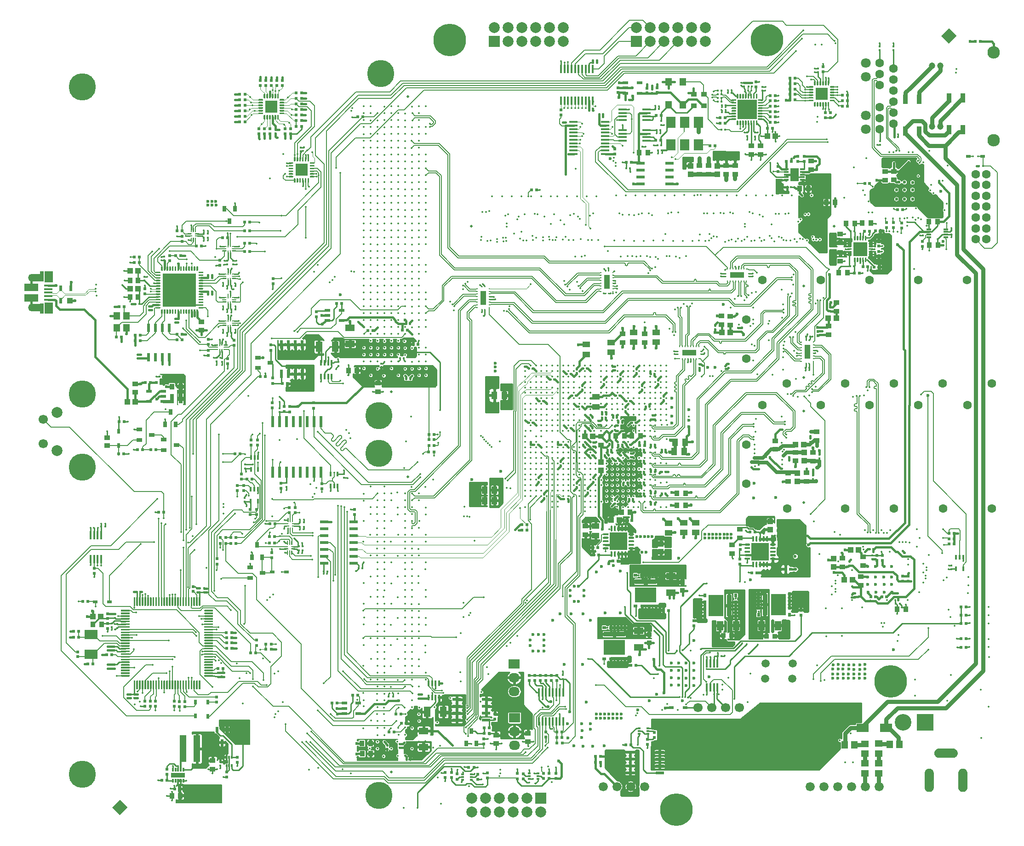
<source format=gbl>
G04 #@! TF.GenerationSoftware,KiCad,Pcbnew,(5.1.5)-3*
G04 #@! TF.CreationDate,2020-08-03T13:17:44+02:00*
G04 #@! TF.ProjectId,AMC_FMC_Carrier-PcbDoc,414d435f-464d-4435-9f43-617272696572,rev?*
G04 #@! TF.SameCoordinates,Original*
G04 #@! TF.FileFunction,Copper,L12,Bot*
G04 #@! TF.FilePolarity,Positive*
%FSLAX46Y46*%
G04 Gerber Fmt 4.6, Leading zero omitted, Abs format (unit mm)*
G04 Created by KiCad (PCBNEW (5.1.5)-3) date 2020-08-03 13:17:44*
%MOMM*%
%LPD*%
G04 APERTURE LIST*
%ADD10C,0.500000*%
%ADD11R,0.460000X0.420000*%
%ADD12R,0.450000X0.400000*%
%ADD13R,0.950000X0.950000*%
%ADD14R,1.800000X1.150000*%
%ADD15R,1.150000X1.800000*%
%ADD16R,0.620000X0.620000*%
%ADD17R,0.580000X0.620000*%
%ADD18C,3.048000*%
%ADD19R,3.048000X3.048000*%
%ADD20R,0.620000X0.580000*%
%ADD21R,0.450000X1.500000*%
%ADD22R,0.570000X0.300000*%
%ADD23O,2.030000X1.730000*%
%ADD24R,2.030000X1.730000*%
%ADD25R,0.400000X0.900000*%
%ADD26R,0.400000X0.450000*%
%ADD27C,6.000000*%
%ADD28C,1.600000*%
%ADD29R,1.050000X1.400000*%
%ADD30R,1.100000X0.600000*%
%ADD31R,0.900000X1.000000*%
%ADD32R,1.550000X0.600000*%
%ADD33R,0.230000X0.230000*%
%ADD34R,2.650000X1.000000*%
%ADD35R,1.000000X2.650000*%
%ADD36R,1.500000X0.450000*%
%ADD37R,1.000000X1.000000*%
%ADD38R,1.000000X0.950000*%
%ADD39R,0.950000X1.000000*%
%ADD40C,0.100000*%
%ADD41R,1.000000X0.900000*%
%ADD42R,0.950000X1.050000*%
%ADD43R,1.050000X0.950000*%
%ADD44R,2.250000X2.250000*%
%ADD45R,2.650000X2.650000*%
%ADD46R,3.250000X3.250000*%
%ADD47R,1.400000X1.050000*%
%ADD48R,0.500000X0.900000*%
%ADD49R,1.200000X4.900000*%
%ADD50R,0.600000X2.000000*%
%ADD51R,1.649999X2.400000*%
%ADD52R,0.850001X0.299999*%
%ADD53C,1.700000*%
%ADD54R,1.250000X1.350000*%
%ADD55R,3.550000X3.550000*%
%ADD56R,1.800000X2.000000*%
%ADD57C,1.680000*%
%ADD58R,0.400000X0.950000*%
%ADD59R,0.600000X1.000000*%
%ADD60R,2.200000X2.200000*%
%ADD61R,2.300000X1.550000*%
%ADD62R,1.150000X1.450000*%
%ADD63R,1.450000X1.150000*%
%ADD64R,1.250000X1.850000*%
%ADD65R,0.450000X1.100000*%
%ADD66R,0.400000X1.550000*%
%ADD67R,0.600000X1.050000*%
%ADD68R,0.850000X0.300000*%
%ADD69R,0.600000X1.550000*%
%ADD70R,0.300000X0.570000*%
%ADD71R,0.650000X1.050000*%
%ADD72R,1.050000X0.650000*%
%ADD73R,0.420000X0.460000*%
%ADD74R,0.900000X0.500000*%
%ADD75R,4.000000X0.920000*%
%ADD76R,0.650000X0.630000*%
%ADD77R,4.000000X2.670000*%
%ADD78R,0.920000X4.000000*%
%ADD79R,0.630000X0.650000*%
%ADD80R,2.670000X4.000000*%
%ADD81C,2.000000*%
%ADD82C,1.200000*%
%ADD83C,2.300000*%
%ADD84C,1.800000*%
%ADD85R,2.500000X1.430000*%
%ADD86O,1.700000X1.350000*%
%ADD87O,1.500000X1.100000*%
%ADD88R,1.650000X0.400000*%
%ADD89R,1.500000X2.000000*%
%ADD90R,0.700000X1.825000*%
%ADD91R,2.000000X1.350000*%
%ADD92R,0.850000X1.750000*%
%ADD93R,6.200000X6.200000*%
%ADD94R,1.200000X1.400000*%
%ADD95C,5.000000*%
%ADD96R,2.000000X2.000000*%
%ADD97C,1.500000*%
%ADD98R,0.800000X1.800000*%
%ADD99R,2.500000X0.940001*%
%ADD100R,0.299999X0.700001*%
%ADD101R,2.400000X1.700000*%
%ADD102C,0.350000*%
%ADD103C,0.600000*%
%ADD104C,0.700000*%
%ADD105C,0.454000*%
%ADD106C,0.381000*%
%ADD107C,0.254000*%
%ADD108C,0.802000*%
%ADD109C,0.402000*%
%ADD110C,0.400000*%
%ADD111C,0.130000*%
%ADD112C,0.178000*%
%ADD113C,0.127000*%
%ADD114C,0.200000*%
%ADD115C,0.102000*%
%ADD116C,0.112000*%
%ADD117C,0.800000*%
%ADD118C,0.150000*%
%ADD119C,0.110000*%
%ADD120C,0.300000*%
%ADD121C,0.602000*%
%ADD122C,0.135000*%
%ADD123C,0.118000*%
%ADD124C,0.354000*%
%ADD125C,0.600000*%
%ADD126C,0.500000*%
G04 APERTURE END LIST*
D10*
X267075000Y-131630000D03*
X267075000Y-114830000D03*
D11*
X251257000Y-78816200D03*
X251917000Y-78816200D03*
X251257000Y-80848200D03*
X251917000Y-80848200D03*
D12*
X251211600Y-80187800D03*
X251911600Y-80187800D03*
X251211600Y-79502000D03*
X251911600Y-79502000D03*
D13*
X244754400Y-170853800D03*
X244754400Y-169353800D03*
X238633000Y-180531200D03*
X238633000Y-179031200D03*
D14*
X242646200Y-168248200D03*
X242646200Y-171248200D03*
X236677200Y-178332000D03*
X236677200Y-181332000D03*
D13*
X252259400Y-179197000D03*
X253759400Y-179197000D03*
D15*
X254661800Y-177342800D03*
X251661800Y-177342800D03*
D13*
X261709600Y-179298600D03*
X260209600Y-179298600D03*
D15*
X259332600Y-177342800D03*
X262332600Y-177342800D03*
D16*
X152138800Y-207441800D03*
X151238800Y-207441800D03*
D17*
X296938800Y-176923700D03*
X295998800Y-176923700D03*
D18*
X285413700Y-195147500D03*
D19*
X289394900Y-195147500D03*
D20*
X145783300Y-191274600D03*
X145783300Y-192214600D03*
D10*
X205868000Y-103835200D03*
X272668000Y-103835200D03*
D17*
X216928600Y-97091500D03*
X217868600Y-97091500D03*
D21*
X228223000Y-80674800D03*
X227573000Y-80674800D03*
X226923000Y-80674800D03*
X226273000Y-80674800D03*
X225623000Y-80674800D03*
X224973000Y-80674800D03*
X224323000Y-80674800D03*
X223673000Y-80674800D03*
X223023000Y-80674800D03*
X222373000Y-80674800D03*
X222373000Y-74874800D03*
X223023000Y-74874800D03*
X223673000Y-74874800D03*
X224323000Y-74874800D03*
X224973000Y-74874800D03*
X225623000Y-74874800D03*
X226273000Y-74874800D03*
X226923000Y-74874800D03*
X227573000Y-74874800D03*
X228223000Y-74874800D03*
D22*
X236778368Y-197245617D03*
X236778368Y-196745617D03*
X236778368Y-196245617D03*
X238358368Y-196245617D03*
X238358368Y-196745617D03*
X238358368Y-197245617D03*
D20*
X239600368Y-197037617D03*
X239600368Y-197977617D03*
X238330368Y-199247617D03*
X238330368Y-198307617D03*
D17*
X234320352Y-199347063D03*
X235260352Y-199347063D03*
D23*
X213761320Y-189489080D03*
X213761320Y-186949080D03*
D24*
X213761320Y-184409080D03*
D23*
X213807040Y-199400160D03*
X213807040Y-196860160D03*
D24*
X213807040Y-194320160D03*
D25*
X295148240Y-166881520D03*
X296448240Y-166881520D03*
X296448240Y-164781520D03*
X295798240Y-164781520D03*
X295148240Y-164781520D03*
D26*
X294269160Y-166968920D03*
X294269160Y-166268920D03*
D27*
X243650020Y-211230080D03*
X201900040Y-69480040D03*
X283100030Y-187630170D03*
X260337300Y-69480040D03*
D28*
X301681000Y-132730640D03*
X292681000Y-132730640D03*
X283681000Y-132730640D03*
X274681000Y-132730640D03*
X263981000Y-132730640D03*
X297181000Y-113730640D03*
X288181000Y-113730640D03*
X279181000Y-113730640D03*
X270181000Y-113730640D03*
X259481000Y-113730640D03*
X256481000Y-128230640D03*
X256481000Y-121030640D03*
X256501320Y-144058280D03*
X256501320Y-151258280D03*
X259501320Y-136758280D03*
X270201320Y-136758280D03*
X279201320Y-136758280D03*
X288201320Y-136758280D03*
X297201320Y-136758280D03*
X264001320Y-155758280D03*
X274701320Y-155758280D03*
X283701320Y-155758280D03*
X292701320Y-155758280D03*
X301701320Y-155758280D03*
D29*
X245044800Y-145257520D03*
X243244800Y-145257520D03*
D30*
X181982900Y-121193600D03*
X181982900Y-119293600D03*
X179382900Y-119293600D03*
X179382900Y-120243600D03*
X179382900Y-121193600D03*
X185069000Y-193545500D03*
X185069000Y-191645500D03*
X182469000Y-191645500D03*
X182469000Y-192595500D03*
X182469000Y-193545500D03*
D31*
X279476100Y-103212900D03*
X277876100Y-103212900D03*
X276440800Y-103263700D03*
X274840800Y-103263700D03*
D32*
X184208400Y-158242000D03*
X184208400Y-159512000D03*
X184208400Y-160782000D03*
X184208400Y-162052000D03*
X184208400Y-163322000D03*
X184208400Y-164592000D03*
X184208400Y-165862000D03*
X178808400Y-158242000D03*
X178808400Y-159512000D03*
X178808400Y-160782000D03*
X178808400Y-162052000D03*
X178808400Y-163322000D03*
X178808400Y-164592000D03*
X178808400Y-165862000D03*
D33*
X252687400Y-113026000D03*
X253037400Y-113876000D03*
X253537400Y-113876000D03*
X254037400Y-113876000D03*
X254537400Y-113876000D03*
X255037400Y-113876000D03*
X252687400Y-112526000D03*
X253037400Y-111676000D03*
X253537400Y-111676000D03*
D34*
X254787400Y-112776000D03*
D33*
X256537400Y-111676000D03*
X256037400Y-111676000D03*
X255537400Y-111676000D03*
X255037400Y-111676000D03*
X254537400Y-111676000D03*
X254037400Y-111676000D03*
X255537400Y-113876000D03*
X256887400Y-112526000D03*
X256887400Y-113026000D03*
X256537400Y-113876000D03*
X256037400Y-113876000D03*
X267478700Y-124836500D03*
X266628700Y-125186500D03*
X266628700Y-125686500D03*
X266628700Y-126186500D03*
X266628700Y-126686500D03*
X266628700Y-127186500D03*
X267978700Y-124836500D03*
X268828700Y-125186500D03*
X268828700Y-125686500D03*
D35*
X267728700Y-126936500D03*
D33*
X268828700Y-128686500D03*
X268828700Y-128186500D03*
X268828700Y-127686500D03*
X268828700Y-127186500D03*
X268828700Y-126686500D03*
X268828700Y-126186500D03*
X266628700Y-127686500D03*
X267978700Y-129036500D03*
X267478700Y-129036500D03*
X266628700Y-128686500D03*
X266628700Y-128186500D03*
X230636000Y-111971400D03*
X229786000Y-112321400D03*
X229786000Y-112821400D03*
X229786000Y-113321400D03*
X229786000Y-113821400D03*
X229786000Y-114321400D03*
X231136000Y-111971400D03*
X231986000Y-112321400D03*
X231986000Y-112821400D03*
D35*
X230886000Y-114071400D03*
D33*
X231986000Y-115821400D03*
X231986000Y-115321400D03*
X231986000Y-114821400D03*
X231986000Y-114321400D03*
X231986000Y-113821400D03*
X231986000Y-113321400D03*
X229786000Y-114821400D03*
X231136000Y-116171400D03*
X230636000Y-116171400D03*
X229786000Y-115821400D03*
X229786000Y-115321400D03*
X207814100Y-114943200D03*
X206964100Y-115293200D03*
X206964100Y-115793200D03*
X206964100Y-116293200D03*
X206964100Y-116793200D03*
X206964100Y-117293200D03*
X208314100Y-114943200D03*
X209164100Y-115293200D03*
X209164100Y-115793200D03*
D35*
X208064100Y-117043200D03*
D33*
X209164100Y-118793200D03*
X209164100Y-118293200D03*
X209164100Y-117793200D03*
X209164100Y-117293200D03*
X209164100Y-116793200D03*
X209164100Y-116293200D03*
X206964100Y-117793200D03*
X208314100Y-119143200D03*
X207814100Y-119143200D03*
X206964100Y-118793200D03*
X206964100Y-118293200D03*
D36*
X230496700Y-84628800D03*
X230496700Y-85278800D03*
X230496700Y-85928800D03*
X230496700Y-86578800D03*
X230496700Y-87228800D03*
X230496700Y-87878800D03*
X230496700Y-88528800D03*
X230496700Y-89178800D03*
X230496700Y-89828800D03*
X230496700Y-90478800D03*
X224696700Y-90478800D03*
X224696700Y-89828800D03*
X224696700Y-89178800D03*
X224696700Y-88528800D03*
X224696700Y-87878800D03*
X224696700Y-87228800D03*
X224696700Y-86578800D03*
X224696700Y-85928800D03*
X224696700Y-85278800D03*
X224696700Y-84628800D03*
D17*
X187782300Y-123012200D03*
X186842300Y-123012200D03*
X193192300Y-122910600D03*
X194132300Y-122910600D03*
X190703100Y-196951600D03*
X191643100Y-196951600D03*
X191995960Y-193669920D03*
X192935960Y-193669920D03*
D16*
X281602400Y-164472200D03*
X281602400Y-165372200D03*
X280543000Y-164472200D03*
X280543000Y-165372200D03*
D20*
X184327800Y-155994000D03*
X184327800Y-156934000D03*
X232283000Y-89547600D03*
X232283000Y-90487600D03*
X222377000Y-83350200D03*
X222377000Y-82410200D03*
D37*
X272592800Y-165035800D03*
X272592800Y-166535800D03*
X277178200Y-163372800D03*
X275678200Y-163372800D03*
X276035200Y-168935400D03*
X274535200Y-168935400D03*
D38*
X274218400Y-164935000D03*
X274218400Y-166535000D03*
D26*
X275463000Y-166262800D03*
X275463000Y-165562800D03*
D16*
X285267400Y-169131400D03*
X285267400Y-168231400D03*
X286283400Y-169156800D03*
X286283400Y-168256800D03*
X281464600Y-172008800D03*
X282364600Y-172008800D03*
D12*
X284053800Y-173304200D03*
X284753800Y-173304200D03*
D16*
X280307200Y-172059600D03*
X279407200Y-172059600D03*
D26*
X285597600Y-164586400D03*
X285597600Y-163886400D03*
D12*
X279851600Y-163245800D03*
X279151600Y-163245800D03*
D39*
X285864200Y-174294800D03*
X284264200Y-174294800D03*
D26*
X279730200Y-164445200D03*
X279730200Y-165145200D03*
X284353000Y-172079400D03*
X284353000Y-171379400D03*
X276504400Y-172079400D03*
X276504400Y-171379400D03*
D38*
X277977600Y-166306400D03*
X277977600Y-164706400D03*
X277596600Y-168364000D03*
X277596600Y-169964000D03*
D12*
X185095400Y-166776400D03*
X185795400Y-166776400D03*
X178669200Y-167386000D03*
X179369200Y-167386000D03*
D26*
X223189800Y-85338400D03*
X223189800Y-84638400D03*
D12*
X229418400Y-83693000D03*
X230118400Y-83693000D03*
X228250000Y-73660000D03*
X228950000Y-73660000D03*
X227564200Y-82105500D03*
X228264200Y-82105500D03*
G04 #@! TA.AperFunction,SMDPad,CuDef*
D40*
G36*
X143916951Y-187469361D02*
G01*
X143924232Y-187470441D01*
X143931371Y-187472229D01*
X143938301Y-187474709D01*
X143944955Y-187477856D01*
X143951268Y-187481640D01*
X143957179Y-187486024D01*
X143962633Y-187490967D01*
X143967576Y-187496421D01*
X143971960Y-187502332D01*
X143975744Y-187508645D01*
X143978891Y-187515299D01*
X143981371Y-187522229D01*
X143983159Y-187529368D01*
X143984239Y-187536649D01*
X143984600Y-187544000D01*
X143984600Y-188994000D01*
X143984239Y-189001351D01*
X143983159Y-189008632D01*
X143981371Y-189015771D01*
X143978891Y-189022701D01*
X143975744Y-189029355D01*
X143971960Y-189035668D01*
X143967576Y-189041579D01*
X143962633Y-189047033D01*
X143957179Y-189051976D01*
X143951268Y-189056360D01*
X143944955Y-189060144D01*
X143938301Y-189063291D01*
X143931371Y-189065771D01*
X143924232Y-189067559D01*
X143916951Y-189068639D01*
X143909600Y-189069000D01*
X143759600Y-189069000D01*
X143752249Y-189068639D01*
X143744968Y-189067559D01*
X143737829Y-189065771D01*
X143730899Y-189063291D01*
X143724245Y-189060144D01*
X143717932Y-189056360D01*
X143712021Y-189051976D01*
X143706567Y-189047033D01*
X143701624Y-189041579D01*
X143697240Y-189035668D01*
X143693456Y-189029355D01*
X143690309Y-189022701D01*
X143687829Y-189015771D01*
X143686041Y-189008632D01*
X143684961Y-189001351D01*
X143684600Y-188994000D01*
X143684600Y-187544000D01*
X143684961Y-187536649D01*
X143686041Y-187529368D01*
X143687829Y-187522229D01*
X143690309Y-187515299D01*
X143693456Y-187508645D01*
X143697240Y-187502332D01*
X143701624Y-187496421D01*
X143706567Y-187490967D01*
X143712021Y-187486024D01*
X143717932Y-187481640D01*
X143724245Y-187477856D01*
X143730899Y-187474709D01*
X143737829Y-187472229D01*
X143744968Y-187470441D01*
X143752249Y-187469361D01*
X143759600Y-187469000D01*
X143909600Y-187469000D01*
X143916951Y-187469361D01*
G37*
G04 #@! TD.AperFunction*
G04 #@! TA.AperFunction,SMDPad,CuDef*
G36*
X144416951Y-187469361D02*
G01*
X144424232Y-187470441D01*
X144431371Y-187472229D01*
X144438301Y-187474709D01*
X144444955Y-187477856D01*
X144451268Y-187481640D01*
X144457179Y-187486024D01*
X144462633Y-187490967D01*
X144467576Y-187496421D01*
X144471960Y-187502332D01*
X144475744Y-187508645D01*
X144478891Y-187515299D01*
X144481371Y-187522229D01*
X144483159Y-187529368D01*
X144484239Y-187536649D01*
X144484600Y-187544000D01*
X144484600Y-188994000D01*
X144484239Y-189001351D01*
X144483159Y-189008632D01*
X144481371Y-189015771D01*
X144478891Y-189022701D01*
X144475744Y-189029355D01*
X144471960Y-189035668D01*
X144467576Y-189041579D01*
X144462633Y-189047033D01*
X144457179Y-189051976D01*
X144451268Y-189056360D01*
X144444955Y-189060144D01*
X144438301Y-189063291D01*
X144431371Y-189065771D01*
X144424232Y-189067559D01*
X144416951Y-189068639D01*
X144409600Y-189069000D01*
X144259600Y-189069000D01*
X144252249Y-189068639D01*
X144244968Y-189067559D01*
X144237829Y-189065771D01*
X144230899Y-189063291D01*
X144224245Y-189060144D01*
X144217932Y-189056360D01*
X144212021Y-189051976D01*
X144206567Y-189047033D01*
X144201624Y-189041579D01*
X144197240Y-189035668D01*
X144193456Y-189029355D01*
X144190309Y-189022701D01*
X144187829Y-189015771D01*
X144186041Y-189008632D01*
X144184961Y-189001351D01*
X144184600Y-188994000D01*
X144184600Y-187544000D01*
X144184961Y-187536649D01*
X144186041Y-187529368D01*
X144187829Y-187522229D01*
X144190309Y-187515299D01*
X144193456Y-187508645D01*
X144197240Y-187502332D01*
X144201624Y-187496421D01*
X144206567Y-187490967D01*
X144212021Y-187486024D01*
X144217932Y-187481640D01*
X144224245Y-187477856D01*
X144230899Y-187474709D01*
X144237829Y-187472229D01*
X144244968Y-187470441D01*
X144252249Y-187469361D01*
X144259600Y-187469000D01*
X144409600Y-187469000D01*
X144416951Y-187469361D01*
G37*
G04 #@! TD.AperFunction*
G04 #@! TA.AperFunction,SMDPad,CuDef*
G36*
X144916951Y-187469361D02*
G01*
X144924232Y-187470441D01*
X144931371Y-187472229D01*
X144938301Y-187474709D01*
X144944955Y-187477856D01*
X144951268Y-187481640D01*
X144957179Y-187486024D01*
X144962633Y-187490967D01*
X144967576Y-187496421D01*
X144971960Y-187502332D01*
X144975744Y-187508645D01*
X144978891Y-187515299D01*
X144981371Y-187522229D01*
X144983159Y-187529368D01*
X144984239Y-187536649D01*
X144984600Y-187544000D01*
X144984600Y-188994000D01*
X144984239Y-189001351D01*
X144983159Y-189008632D01*
X144981371Y-189015771D01*
X144978891Y-189022701D01*
X144975744Y-189029355D01*
X144971960Y-189035668D01*
X144967576Y-189041579D01*
X144962633Y-189047033D01*
X144957179Y-189051976D01*
X144951268Y-189056360D01*
X144944955Y-189060144D01*
X144938301Y-189063291D01*
X144931371Y-189065771D01*
X144924232Y-189067559D01*
X144916951Y-189068639D01*
X144909600Y-189069000D01*
X144759600Y-189069000D01*
X144752249Y-189068639D01*
X144744968Y-189067559D01*
X144737829Y-189065771D01*
X144730899Y-189063291D01*
X144724245Y-189060144D01*
X144717932Y-189056360D01*
X144712021Y-189051976D01*
X144706567Y-189047033D01*
X144701624Y-189041579D01*
X144697240Y-189035668D01*
X144693456Y-189029355D01*
X144690309Y-189022701D01*
X144687829Y-189015771D01*
X144686041Y-189008632D01*
X144684961Y-189001351D01*
X144684600Y-188994000D01*
X144684600Y-187544000D01*
X144684961Y-187536649D01*
X144686041Y-187529368D01*
X144687829Y-187522229D01*
X144690309Y-187515299D01*
X144693456Y-187508645D01*
X144697240Y-187502332D01*
X144701624Y-187496421D01*
X144706567Y-187490967D01*
X144712021Y-187486024D01*
X144717932Y-187481640D01*
X144724245Y-187477856D01*
X144730899Y-187474709D01*
X144737829Y-187472229D01*
X144744968Y-187470441D01*
X144752249Y-187469361D01*
X144759600Y-187469000D01*
X144909600Y-187469000D01*
X144916951Y-187469361D01*
G37*
G04 #@! TD.AperFunction*
G04 #@! TA.AperFunction,SMDPad,CuDef*
G36*
X145416951Y-187469361D02*
G01*
X145424232Y-187470441D01*
X145431371Y-187472229D01*
X145438301Y-187474709D01*
X145444955Y-187477856D01*
X145451268Y-187481640D01*
X145457179Y-187486024D01*
X145462633Y-187490967D01*
X145467576Y-187496421D01*
X145471960Y-187502332D01*
X145475744Y-187508645D01*
X145478891Y-187515299D01*
X145481371Y-187522229D01*
X145483159Y-187529368D01*
X145484239Y-187536649D01*
X145484600Y-187544000D01*
X145484600Y-188994000D01*
X145484239Y-189001351D01*
X145483159Y-189008632D01*
X145481371Y-189015771D01*
X145478891Y-189022701D01*
X145475744Y-189029355D01*
X145471960Y-189035668D01*
X145467576Y-189041579D01*
X145462633Y-189047033D01*
X145457179Y-189051976D01*
X145451268Y-189056360D01*
X145444955Y-189060144D01*
X145438301Y-189063291D01*
X145431371Y-189065771D01*
X145424232Y-189067559D01*
X145416951Y-189068639D01*
X145409600Y-189069000D01*
X145259600Y-189069000D01*
X145252249Y-189068639D01*
X145244968Y-189067559D01*
X145237829Y-189065771D01*
X145230899Y-189063291D01*
X145224245Y-189060144D01*
X145217932Y-189056360D01*
X145212021Y-189051976D01*
X145206567Y-189047033D01*
X145201624Y-189041579D01*
X145197240Y-189035668D01*
X145193456Y-189029355D01*
X145190309Y-189022701D01*
X145187829Y-189015771D01*
X145186041Y-189008632D01*
X145184961Y-189001351D01*
X145184600Y-188994000D01*
X145184600Y-187544000D01*
X145184961Y-187536649D01*
X145186041Y-187529368D01*
X145187829Y-187522229D01*
X145190309Y-187515299D01*
X145193456Y-187508645D01*
X145197240Y-187502332D01*
X145201624Y-187496421D01*
X145206567Y-187490967D01*
X145212021Y-187486024D01*
X145217932Y-187481640D01*
X145224245Y-187477856D01*
X145230899Y-187474709D01*
X145237829Y-187472229D01*
X145244968Y-187470441D01*
X145252249Y-187469361D01*
X145259600Y-187469000D01*
X145409600Y-187469000D01*
X145416951Y-187469361D01*
G37*
G04 #@! TD.AperFunction*
G04 #@! TA.AperFunction,SMDPad,CuDef*
G36*
X145916951Y-187469361D02*
G01*
X145924232Y-187470441D01*
X145931371Y-187472229D01*
X145938301Y-187474709D01*
X145944955Y-187477856D01*
X145951268Y-187481640D01*
X145957179Y-187486024D01*
X145962633Y-187490967D01*
X145967576Y-187496421D01*
X145971960Y-187502332D01*
X145975744Y-187508645D01*
X145978891Y-187515299D01*
X145981371Y-187522229D01*
X145983159Y-187529368D01*
X145984239Y-187536649D01*
X145984600Y-187544000D01*
X145984600Y-188994000D01*
X145984239Y-189001351D01*
X145983159Y-189008632D01*
X145981371Y-189015771D01*
X145978891Y-189022701D01*
X145975744Y-189029355D01*
X145971960Y-189035668D01*
X145967576Y-189041579D01*
X145962633Y-189047033D01*
X145957179Y-189051976D01*
X145951268Y-189056360D01*
X145944955Y-189060144D01*
X145938301Y-189063291D01*
X145931371Y-189065771D01*
X145924232Y-189067559D01*
X145916951Y-189068639D01*
X145909600Y-189069000D01*
X145759600Y-189069000D01*
X145752249Y-189068639D01*
X145744968Y-189067559D01*
X145737829Y-189065771D01*
X145730899Y-189063291D01*
X145724245Y-189060144D01*
X145717932Y-189056360D01*
X145712021Y-189051976D01*
X145706567Y-189047033D01*
X145701624Y-189041579D01*
X145697240Y-189035668D01*
X145693456Y-189029355D01*
X145690309Y-189022701D01*
X145687829Y-189015771D01*
X145686041Y-189008632D01*
X145684961Y-189001351D01*
X145684600Y-188994000D01*
X145684600Y-187544000D01*
X145684961Y-187536649D01*
X145686041Y-187529368D01*
X145687829Y-187522229D01*
X145690309Y-187515299D01*
X145693456Y-187508645D01*
X145697240Y-187502332D01*
X145701624Y-187496421D01*
X145706567Y-187490967D01*
X145712021Y-187486024D01*
X145717932Y-187481640D01*
X145724245Y-187477856D01*
X145730899Y-187474709D01*
X145737829Y-187472229D01*
X145744968Y-187470441D01*
X145752249Y-187469361D01*
X145759600Y-187469000D01*
X145909600Y-187469000D01*
X145916951Y-187469361D01*
G37*
G04 #@! TD.AperFunction*
G04 #@! TA.AperFunction,SMDPad,CuDef*
G36*
X146416951Y-187469361D02*
G01*
X146424232Y-187470441D01*
X146431371Y-187472229D01*
X146438301Y-187474709D01*
X146444955Y-187477856D01*
X146451268Y-187481640D01*
X146457179Y-187486024D01*
X146462633Y-187490967D01*
X146467576Y-187496421D01*
X146471960Y-187502332D01*
X146475744Y-187508645D01*
X146478891Y-187515299D01*
X146481371Y-187522229D01*
X146483159Y-187529368D01*
X146484239Y-187536649D01*
X146484600Y-187544000D01*
X146484600Y-188994000D01*
X146484239Y-189001351D01*
X146483159Y-189008632D01*
X146481371Y-189015771D01*
X146478891Y-189022701D01*
X146475744Y-189029355D01*
X146471960Y-189035668D01*
X146467576Y-189041579D01*
X146462633Y-189047033D01*
X146457179Y-189051976D01*
X146451268Y-189056360D01*
X146444955Y-189060144D01*
X146438301Y-189063291D01*
X146431371Y-189065771D01*
X146424232Y-189067559D01*
X146416951Y-189068639D01*
X146409600Y-189069000D01*
X146259600Y-189069000D01*
X146252249Y-189068639D01*
X146244968Y-189067559D01*
X146237829Y-189065771D01*
X146230899Y-189063291D01*
X146224245Y-189060144D01*
X146217932Y-189056360D01*
X146212021Y-189051976D01*
X146206567Y-189047033D01*
X146201624Y-189041579D01*
X146197240Y-189035668D01*
X146193456Y-189029355D01*
X146190309Y-189022701D01*
X146187829Y-189015771D01*
X146186041Y-189008632D01*
X146184961Y-189001351D01*
X146184600Y-188994000D01*
X146184600Y-187544000D01*
X146184961Y-187536649D01*
X146186041Y-187529368D01*
X146187829Y-187522229D01*
X146190309Y-187515299D01*
X146193456Y-187508645D01*
X146197240Y-187502332D01*
X146201624Y-187496421D01*
X146206567Y-187490967D01*
X146212021Y-187486024D01*
X146217932Y-187481640D01*
X146224245Y-187477856D01*
X146230899Y-187474709D01*
X146237829Y-187472229D01*
X146244968Y-187470441D01*
X146252249Y-187469361D01*
X146259600Y-187469000D01*
X146409600Y-187469000D01*
X146416951Y-187469361D01*
G37*
G04 #@! TD.AperFunction*
G04 #@! TA.AperFunction,SMDPad,CuDef*
G36*
X146916951Y-187469361D02*
G01*
X146924232Y-187470441D01*
X146931371Y-187472229D01*
X146938301Y-187474709D01*
X146944955Y-187477856D01*
X146951268Y-187481640D01*
X146957179Y-187486024D01*
X146962633Y-187490967D01*
X146967576Y-187496421D01*
X146971960Y-187502332D01*
X146975744Y-187508645D01*
X146978891Y-187515299D01*
X146981371Y-187522229D01*
X146983159Y-187529368D01*
X146984239Y-187536649D01*
X146984600Y-187544000D01*
X146984600Y-188994000D01*
X146984239Y-189001351D01*
X146983159Y-189008632D01*
X146981371Y-189015771D01*
X146978891Y-189022701D01*
X146975744Y-189029355D01*
X146971960Y-189035668D01*
X146967576Y-189041579D01*
X146962633Y-189047033D01*
X146957179Y-189051976D01*
X146951268Y-189056360D01*
X146944955Y-189060144D01*
X146938301Y-189063291D01*
X146931371Y-189065771D01*
X146924232Y-189067559D01*
X146916951Y-189068639D01*
X146909600Y-189069000D01*
X146759600Y-189069000D01*
X146752249Y-189068639D01*
X146744968Y-189067559D01*
X146737829Y-189065771D01*
X146730899Y-189063291D01*
X146724245Y-189060144D01*
X146717932Y-189056360D01*
X146712021Y-189051976D01*
X146706567Y-189047033D01*
X146701624Y-189041579D01*
X146697240Y-189035668D01*
X146693456Y-189029355D01*
X146690309Y-189022701D01*
X146687829Y-189015771D01*
X146686041Y-189008632D01*
X146684961Y-189001351D01*
X146684600Y-188994000D01*
X146684600Y-187544000D01*
X146684961Y-187536649D01*
X146686041Y-187529368D01*
X146687829Y-187522229D01*
X146690309Y-187515299D01*
X146693456Y-187508645D01*
X146697240Y-187502332D01*
X146701624Y-187496421D01*
X146706567Y-187490967D01*
X146712021Y-187486024D01*
X146717932Y-187481640D01*
X146724245Y-187477856D01*
X146730899Y-187474709D01*
X146737829Y-187472229D01*
X146744968Y-187470441D01*
X146752249Y-187469361D01*
X146759600Y-187469000D01*
X146909600Y-187469000D01*
X146916951Y-187469361D01*
G37*
G04 #@! TD.AperFunction*
G04 #@! TA.AperFunction,SMDPad,CuDef*
G36*
X147416951Y-187469361D02*
G01*
X147424232Y-187470441D01*
X147431371Y-187472229D01*
X147438301Y-187474709D01*
X147444955Y-187477856D01*
X147451268Y-187481640D01*
X147457179Y-187486024D01*
X147462633Y-187490967D01*
X147467576Y-187496421D01*
X147471960Y-187502332D01*
X147475744Y-187508645D01*
X147478891Y-187515299D01*
X147481371Y-187522229D01*
X147483159Y-187529368D01*
X147484239Y-187536649D01*
X147484600Y-187544000D01*
X147484600Y-188994000D01*
X147484239Y-189001351D01*
X147483159Y-189008632D01*
X147481371Y-189015771D01*
X147478891Y-189022701D01*
X147475744Y-189029355D01*
X147471960Y-189035668D01*
X147467576Y-189041579D01*
X147462633Y-189047033D01*
X147457179Y-189051976D01*
X147451268Y-189056360D01*
X147444955Y-189060144D01*
X147438301Y-189063291D01*
X147431371Y-189065771D01*
X147424232Y-189067559D01*
X147416951Y-189068639D01*
X147409600Y-189069000D01*
X147259600Y-189069000D01*
X147252249Y-189068639D01*
X147244968Y-189067559D01*
X147237829Y-189065771D01*
X147230899Y-189063291D01*
X147224245Y-189060144D01*
X147217932Y-189056360D01*
X147212021Y-189051976D01*
X147206567Y-189047033D01*
X147201624Y-189041579D01*
X147197240Y-189035668D01*
X147193456Y-189029355D01*
X147190309Y-189022701D01*
X147187829Y-189015771D01*
X147186041Y-189008632D01*
X147184961Y-189001351D01*
X147184600Y-188994000D01*
X147184600Y-187544000D01*
X147184961Y-187536649D01*
X147186041Y-187529368D01*
X147187829Y-187522229D01*
X147190309Y-187515299D01*
X147193456Y-187508645D01*
X147197240Y-187502332D01*
X147201624Y-187496421D01*
X147206567Y-187490967D01*
X147212021Y-187486024D01*
X147217932Y-187481640D01*
X147224245Y-187477856D01*
X147230899Y-187474709D01*
X147237829Y-187472229D01*
X147244968Y-187470441D01*
X147252249Y-187469361D01*
X147259600Y-187469000D01*
X147409600Y-187469000D01*
X147416951Y-187469361D01*
G37*
G04 #@! TD.AperFunction*
G04 #@! TA.AperFunction,SMDPad,CuDef*
G36*
X147916951Y-187469361D02*
G01*
X147924232Y-187470441D01*
X147931371Y-187472229D01*
X147938301Y-187474709D01*
X147944955Y-187477856D01*
X147951268Y-187481640D01*
X147957179Y-187486024D01*
X147962633Y-187490967D01*
X147967576Y-187496421D01*
X147971960Y-187502332D01*
X147975744Y-187508645D01*
X147978891Y-187515299D01*
X147981371Y-187522229D01*
X147983159Y-187529368D01*
X147984239Y-187536649D01*
X147984600Y-187544000D01*
X147984600Y-188994000D01*
X147984239Y-189001351D01*
X147983159Y-189008632D01*
X147981371Y-189015771D01*
X147978891Y-189022701D01*
X147975744Y-189029355D01*
X147971960Y-189035668D01*
X147967576Y-189041579D01*
X147962633Y-189047033D01*
X147957179Y-189051976D01*
X147951268Y-189056360D01*
X147944955Y-189060144D01*
X147938301Y-189063291D01*
X147931371Y-189065771D01*
X147924232Y-189067559D01*
X147916951Y-189068639D01*
X147909600Y-189069000D01*
X147759600Y-189069000D01*
X147752249Y-189068639D01*
X147744968Y-189067559D01*
X147737829Y-189065771D01*
X147730899Y-189063291D01*
X147724245Y-189060144D01*
X147717932Y-189056360D01*
X147712021Y-189051976D01*
X147706567Y-189047033D01*
X147701624Y-189041579D01*
X147697240Y-189035668D01*
X147693456Y-189029355D01*
X147690309Y-189022701D01*
X147687829Y-189015771D01*
X147686041Y-189008632D01*
X147684961Y-189001351D01*
X147684600Y-188994000D01*
X147684600Y-187544000D01*
X147684961Y-187536649D01*
X147686041Y-187529368D01*
X147687829Y-187522229D01*
X147690309Y-187515299D01*
X147693456Y-187508645D01*
X147697240Y-187502332D01*
X147701624Y-187496421D01*
X147706567Y-187490967D01*
X147712021Y-187486024D01*
X147717932Y-187481640D01*
X147724245Y-187477856D01*
X147730899Y-187474709D01*
X147737829Y-187472229D01*
X147744968Y-187470441D01*
X147752249Y-187469361D01*
X147759600Y-187469000D01*
X147909600Y-187469000D01*
X147916951Y-187469361D01*
G37*
G04 #@! TD.AperFunction*
G04 #@! TA.AperFunction,SMDPad,CuDef*
G36*
X148416951Y-187469361D02*
G01*
X148424232Y-187470441D01*
X148431371Y-187472229D01*
X148438301Y-187474709D01*
X148444955Y-187477856D01*
X148451268Y-187481640D01*
X148457179Y-187486024D01*
X148462633Y-187490967D01*
X148467576Y-187496421D01*
X148471960Y-187502332D01*
X148475744Y-187508645D01*
X148478891Y-187515299D01*
X148481371Y-187522229D01*
X148483159Y-187529368D01*
X148484239Y-187536649D01*
X148484600Y-187544000D01*
X148484600Y-188994000D01*
X148484239Y-189001351D01*
X148483159Y-189008632D01*
X148481371Y-189015771D01*
X148478891Y-189022701D01*
X148475744Y-189029355D01*
X148471960Y-189035668D01*
X148467576Y-189041579D01*
X148462633Y-189047033D01*
X148457179Y-189051976D01*
X148451268Y-189056360D01*
X148444955Y-189060144D01*
X148438301Y-189063291D01*
X148431371Y-189065771D01*
X148424232Y-189067559D01*
X148416951Y-189068639D01*
X148409600Y-189069000D01*
X148259600Y-189069000D01*
X148252249Y-189068639D01*
X148244968Y-189067559D01*
X148237829Y-189065771D01*
X148230899Y-189063291D01*
X148224245Y-189060144D01*
X148217932Y-189056360D01*
X148212021Y-189051976D01*
X148206567Y-189047033D01*
X148201624Y-189041579D01*
X148197240Y-189035668D01*
X148193456Y-189029355D01*
X148190309Y-189022701D01*
X148187829Y-189015771D01*
X148186041Y-189008632D01*
X148184961Y-189001351D01*
X148184600Y-188994000D01*
X148184600Y-187544000D01*
X148184961Y-187536649D01*
X148186041Y-187529368D01*
X148187829Y-187522229D01*
X148190309Y-187515299D01*
X148193456Y-187508645D01*
X148197240Y-187502332D01*
X148201624Y-187496421D01*
X148206567Y-187490967D01*
X148212021Y-187486024D01*
X148217932Y-187481640D01*
X148224245Y-187477856D01*
X148230899Y-187474709D01*
X148237829Y-187472229D01*
X148244968Y-187470441D01*
X148252249Y-187469361D01*
X148259600Y-187469000D01*
X148409600Y-187469000D01*
X148416951Y-187469361D01*
G37*
G04 #@! TD.AperFunction*
G04 #@! TA.AperFunction,SMDPad,CuDef*
G36*
X148916951Y-187469361D02*
G01*
X148924232Y-187470441D01*
X148931371Y-187472229D01*
X148938301Y-187474709D01*
X148944955Y-187477856D01*
X148951268Y-187481640D01*
X148957179Y-187486024D01*
X148962633Y-187490967D01*
X148967576Y-187496421D01*
X148971960Y-187502332D01*
X148975744Y-187508645D01*
X148978891Y-187515299D01*
X148981371Y-187522229D01*
X148983159Y-187529368D01*
X148984239Y-187536649D01*
X148984600Y-187544000D01*
X148984600Y-188994000D01*
X148984239Y-189001351D01*
X148983159Y-189008632D01*
X148981371Y-189015771D01*
X148978891Y-189022701D01*
X148975744Y-189029355D01*
X148971960Y-189035668D01*
X148967576Y-189041579D01*
X148962633Y-189047033D01*
X148957179Y-189051976D01*
X148951268Y-189056360D01*
X148944955Y-189060144D01*
X148938301Y-189063291D01*
X148931371Y-189065771D01*
X148924232Y-189067559D01*
X148916951Y-189068639D01*
X148909600Y-189069000D01*
X148759600Y-189069000D01*
X148752249Y-189068639D01*
X148744968Y-189067559D01*
X148737829Y-189065771D01*
X148730899Y-189063291D01*
X148724245Y-189060144D01*
X148717932Y-189056360D01*
X148712021Y-189051976D01*
X148706567Y-189047033D01*
X148701624Y-189041579D01*
X148697240Y-189035668D01*
X148693456Y-189029355D01*
X148690309Y-189022701D01*
X148687829Y-189015771D01*
X148686041Y-189008632D01*
X148684961Y-189001351D01*
X148684600Y-188994000D01*
X148684600Y-187544000D01*
X148684961Y-187536649D01*
X148686041Y-187529368D01*
X148687829Y-187522229D01*
X148690309Y-187515299D01*
X148693456Y-187508645D01*
X148697240Y-187502332D01*
X148701624Y-187496421D01*
X148706567Y-187490967D01*
X148712021Y-187486024D01*
X148717932Y-187481640D01*
X148724245Y-187477856D01*
X148730899Y-187474709D01*
X148737829Y-187472229D01*
X148744968Y-187470441D01*
X148752249Y-187469361D01*
X148759600Y-187469000D01*
X148909600Y-187469000D01*
X148916951Y-187469361D01*
G37*
G04 #@! TD.AperFunction*
G04 #@! TA.AperFunction,SMDPad,CuDef*
G36*
X149416951Y-187469361D02*
G01*
X149424232Y-187470441D01*
X149431371Y-187472229D01*
X149438301Y-187474709D01*
X149444955Y-187477856D01*
X149451268Y-187481640D01*
X149457179Y-187486024D01*
X149462633Y-187490967D01*
X149467576Y-187496421D01*
X149471960Y-187502332D01*
X149475744Y-187508645D01*
X149478891Y-187515299D01*
X149481371Y-187522229D01*
X149483159Y-187529368D01*
X149484239Y-187536649D01*
X149484600Y-187544000D01*
X149484600Y-188994000D01*
X149484239Y-189001351D01*
X149483159Y-189008632D01*
X149481371Y-189015771D01*
X149478891Y-189022701D01*
X149475744Y-189029355D01*
X149471960Y-189035668D01*
X149467576Y-189041579D01*
X149462633Y-189047033D01*
X149457179Y-189051976D01*
X149451268Y-189056360D01*
X149444955Y-189060144D01*
X149438301Y-189063291D01*
X149431371Y-189065771D01*
X149424232Y-189067559D01*
X149416951Y-189068639D01*
X149409600Y-189069000D01*
X149259600Y-189069000D01*
X149252249Y-189068639D01*
X149244968Y-189067559D01*
X149237829Y-189065771D01*
X149230899Y-189063291D01*
X149224245Y-189060144D01*
X149217932Y-189056360D01*
X149212021Y-189051976D01*
X149206567Y-189047033D01*
X149201624Y-189041579D01*
X149197240Y-189035668D01*
X149193456Y-189029355D01*
X149190309Y-189022701D01*
X149187829Y-189015771D01*
X149186041Y-189008632D01*
X149184961Y-189001351D01*
X149184600Y-188994000D01*
X149184600Y-187544000D01*
X149184961Y-187536649D01*
X149186041Y-187529368D01*
X149187829Y-187522229D01*
X149190309Y-187515299D01*
X149193456Y-187508645D01*
X149197240Y-187502332D01*
X149201624Y-187496421D01*
X149206567Y-187490967D01*
X149212021Y-187486024D01*
X149217932Y-187481640D01*
X149224245Y-187477856D01*
X149230899Y-187474709D01*
X149237829Y-187472229D01*
X149244968Y-187470441D01*
X149252249Y-187469361D01*
X149259600Y-187469000D01*
X149409600Y-187469000D01*
X149416951Y-187469361D01*
G37*
G04 #@! TD.AperFunction*
G04 #@! TA.AperFunction,SMDPad,CuDef*
G36*
X149916951Y-187469361D02*
G01*
X149924232Y-187470441D01*
X149931371Y-187472229D01*
X149938301Y-187474709D01*
X149944955Y-187477856D01*
X149951268Y-187481640D01*
X149957179Y-187486024D01*
X149962633Y-187490967D01*
X149967576Y-187496421D01*
X149971960Y-187502332D01*
X149975744Y-187508645D01*
X149978891Y-187515299D01*
X149981371Y-187522229D01*
X149983159Y-187529368D01*
X149984239Y-187536649D01*
X149984600Y-187544000D01*
X149984600Y-188994000D01*
X149984239Y-189001351D01*
X149983159Y-189008632D01*
X149981371Y-189015771D01*
X149978891Y-189022701D01*
X149975744Y-189029355D01*
X149971960Y-189035668D01*
X149967576Y-189041579D01*
X149962633Y-189047033D01*
X149957179Y-189051976D01*
X149951268Y-189056360D01*
X149944955Y-189060144D01*
X149938301Y-189063291D01*
X149931371Y-189065771D01*
X149924232Y-189067559D01*
X149916951Y-189068639D01*
X149909600Y-189069000D01*
X149759600Y-189069000D01*
X149752249Y-189068639D01*
X149744968Y-189067559D01*
X149737829Y-189065771D01*
X149730899Y-189063291D01*
X149724245Y-189060144D01*
X149717932Y-189056360D01*
X149712021Y-189051976D01*
X149706567Y-189047033D01*
X149701624Y-189041579D01*
X149697240Y-189035668D01*
X149693456Y-189029355D01*
X149690309Y-189022701D01*
X149687829Y-189015771D01*
X149686041Y-189008632D01*
X149684961Y-189001351D01*
X149684600Y-188994000D01*
X149684600Y-187544000D01*
X149684961Y-187536649D01*
X149686041Y-187529368D01*
X149687829Y-187522229D01*
X149690309Y-187515299D01*
X149693456Y-187508645D01*
X149697240Y-187502332D01*
X149701624Y-187496421D01*
X149706567Y-187490967D01*
X149712021Y-187486024D01*
X149717932Y-187481640D01*
X149724245Y-187477856D01*
X149730899Y-187474709D01*
X149737829Y-187472229D01*
X149744968Y-187470441D01*
X149752249Y-187469361D01*
X149759600Y-187469000D01*
X149909600Y-187469000D01*
X149916951Y-187469361D01*
G37*
G04 #@! TD.AperFunction*
G04 #@! TA.AperFunction,SMDPad,CuDef*
G36*
X150416951Y-187469361D02*
G01*
X150424232Y-187470441D01*
X150431371Y-187472229D01*
X150438301Y-187474709D01*
X150444955Y-187477856D01*
X150451268Y-187481640D01*
X150457179Y-187486024D01*
X150462633Y-187490967D01*
X150467576Y-187496421D01*
X150471960Y-187502332D01*
X150475744Y-187508645D01*
X150478891Y-187515299D01*
X150481371Y-187522229D01*
X150483159Y-187529368D01*
X150484239Y-187536649D01*
X150484600Y-187544000D01*
X150484600Y-188994000D01*
X150484239Y-189001351D01*
X150483159Y-189008632D01*
X150481371Y-189015771D01*
X150478891Y-189022701D01*
X150475744Y-189029355D01*
X150471960Y-189035668D01*
X150467576Y-189041579D01*
X150462633Y-189047033D01*
X150457179Y-189051976D01*
X150451268Y-189056360D01*
X150444955Y-189060144D01*
X150438301Y-189063291D01*
X150431371Y-189065771D01*
X150424232Y-189067559D01*
X150416951Y-189068639D01*
X150409600Y-189069000D01*
X150259600Y-189069000D01*
X150252249Y-189068639D01*
X150244968Y-189067559D01*
X150237829Y-189065771D01*
X150230899Y-189063291D01*
X150224245Y-189060144D01*
X150217932Y-189056360D01*
X150212021Y-189051976D01*
X150206567Y-189047033D01*
X150201624Y-189041579D01*
X150197240Y-189035668D01*
X150193456Y-189029355D01*
X150190309Y-189022701D01*
X150187829Y-189015771D01*
X150186041Y-189008632D01*
X150184961Y-189001351D01*
X150184600Y-188994000D01*
X150184600Y-187544000D01*
X150184961Y-187536649D01*
X150186041Y-187529368D01*
X150187829Y-187522229D01*
X150190309Y-187515299D01*
X150193456Y-187508645D01*
X150197240Y-187502332D01*
X150201624Y-187496421D01*
X150206567Y-187490967D01*
X150212021Y-187486024D01*
X150217932Y-187481640D01*
X150224245Y-187477856D01*
X150230899Y-187474709D01*
X150237829Y-187472229D01*
X150244968Y-187470441D01*
X150252249Y-187469361D01*
X150259600Y-187469000D01*
X150409600Y-187469000D01*
X150416951Y-187469361D01*
G37*
G04 #@! TD.AperFunction*
G04 #@! TA.AperFunction,SMDPad,CuDef*
G36*
X150916951Y-187469361D02*
G01*
X150924232Y-187470441D01*
X150931371Y-187472229D01*
X150938301Y-187474709D01*
X150944955Y-187477856D01*
X150951268Y-187481640D01*
X150957179Y-187486024D01*
X150962633Y-187490967D01*
X150967576Y-187496421D01*
X150971960Y-187502332D01*
X150975744Y-187508645D01*
X150978891Y-187515299D01*
X150981371Y-187522229D01*
X150983159Y-187529368D01*
X150984239Y-187536649D01*
X150984600Y-187544000D01*
X150984600Y-188994000D01*
X150984239Y-189001351D01*
X150983159Y-189008632D01*
X150981371Y-189015771D01*
X150978891Y-189022701D01*
X150975744Y-189029355D01*
X150971960Y-189035668D01*
X150967576Y-189041579D01*
X150962633Y-189047033D01*
X150957179Y-189051976D01*
X150951268Y-189056360D01*
X150944955Y-189060144D01*
X150938301Y-189063291D01*
X150931371Y-189065771D01*
X150924232Y-189067559D01*
X150916951Y-189068639D01*
X150909600Y-189069000D01*
X150759600Y-189069000D01*
X150752249Y-189068639D01*
X150744968Y-189067559D01*
X150737829Y-189065771D01*
X150730899Y-189063291D01*
X150724245Y-189060144D01*
X150717932Y-189056360D01*
X150712021Y-189051976D01*
X150706567Y-189047033D01*
X150701624Y-189041579D01*
X150697240Y-189035668D01*
X150693456Y-189029355D01*
X150690309Y-189022701D01*
X150687829Y-189015771D01*
X150686041Y-189008632D01*
X150684961Y-189001351D01*
X150684600Y-188994000D01*
X150684600Y-187544000D01*
X150684961Y-187536649D01*
X150686041Y-187529368D01*
X150687829Y-187522229D01*
X150690309Y-187515299D01*
X150693456Y-187508645D01*
X150697240Y-187502332D01*
X150701624Y-187496421D01*
X150706567Y-187490967D01*
X150712021Y-187486024D01*
X150717932Y-187481640D01*
X150724245Y-187477856D01*
X150730899Y-187474709D01*
X150737829Y-187472229D01*
X150744968Y-187470441D01*
X150752249Y-187469361D01*
X150759600Y-187469000D01*
X150909600Y-187469000D01*
X150916951Y-187469361D01*
G37*
G04 #@! TD.AperFunction*
G04 #@! TA.AperFunction,SMDPad,CuDef*
G36*
X151416951Y-187469361D02*
G01*
X151424232Y-187470441D01*
X151431371Y-187472229D01*
X151438301Y-187474709D01*
X151444955Y-187477856D01*
X151451268Y-187481640D01*
X151457179Y-187486024D01*
X151462633Y-187490967D01*
X151467576Y-187496421D01*
X151471960Y-187502332D01*
X151475744Y-187508645D01*
X151478891Y-187515299D01*
X151481371Y-187522229D01*
X151483159Y-187529368D01*
X151484239Y-187536649D01*
X151484600Y-187544000D01*
X151484600Y-188994000D01*
X151484239Y-189001351D01*
X151483159Y-189008632D01*
X151481371Y-189015771D01*
X151478891Y-189022701D01*
X151475744Y-189029355D01*
X151471960Y-189035668D01*
X151467576Y-189041579D01*
X151462633Y-189047033D01*
X151457179Y-189051976D01*
X151451268Y-189056360D01*
X151444955Y-189060144D01*
X151438301Y-189063291D01*
X151431371Y-189065771D01*
X151424232Y-189067559D01*
X151416951Y-189068639D01*
X151409600Y-189069000D01*
X151259600Y-189069000D01*
X151252249Y-189068639D01*
X151244968Y-189067559D01*
X151237829Y-189065771D01*
X151230899Y-189063291D01*
X151224245Y-189060144D01*
X151217932Y-189056360D01*
X151212021Y-189051976D01*
X151206567Y-189047033D01*
X151201624Y-189041579D01*
X151197240Y-189035668D01*
X151193456Y-189029355D01*
X151190309Y-189022701D01*
X151187829Y-189015771D01*
X151186041Y-189008632D01*
X151184961Y-189001351D01*
X151184600Y-188994000D01*
X151184600Y-187544000D01*
X151184961Y-187536649D01*
X151186041Y-187529368D01*
X151187829Y-187522229D01*
X151190309Y-187515299D01*
X151193456Y-187508645D01*
X151197240Y-187502332D01*
X151201624Y-187496421D01*
X151206567Y-187490967D01*
X151212021Y-187486024D01*
X151217932Y-187481640D01*
X151224245Y-187477856D01*
X151230899Y-187474709D01*
X151237829Y-187472229D01*
X151244968Y-187470441D01*
X151252249Y-187469361D01*
X151259600Y-187469000D01*
X151409600Y-187469000D01*
X151416951Y-187469361D01*
G37*
G04 #@! TD.AperFunction*
G04 #@! TA.AperFunction,SMDPad,CuDef*
G36*
X151916951Y-187469361D02*
G01*
X151924232Y-187470441D01*
X151931371Y-187472229D01*
X151938301Y-187474709D01*
X151944955Y-187477856D01*
X151951268Y-187481640D01*
X151957179Y-187486024D01*
X151962633Y-187490967D01*
X151967576Y-187496421D01*
X151971960Y-187502332D01*
X151975744Y-187508645D01*
X151978891Y-187515299D01*
X151981371Y-187522229D01*
X151983159Y-187529368D01*
X151984239Y-187536649D01*
X151984600Y-187544000D01*
X151984600Y-188994000D01*
X151984239Y-189001351D01*
X151983159Y-189008632D01*
X151981371Y-189015771D01*
X151978891Y-189022701D01*
X151975744Y-189029355D01*
X151971960Y-189035668D01*
X151967576Y-189041579D01*
X151962633Y-189047033D01*
X151957179Y-189051976D01*
X151951268Y-189056360D01*
X151944955Y-189060144D01*
X151938301Y-189063291D01*
X151931371Y-189065771D01*
X151924232Y-189067559D01*
X151916951Y-189068639D01*
X151909600Y-189069000D01*
X151759600Y-189069000D01*
X151752249Y-189068639D01*
X151744968Y-189067559D01*
X151737829Y-189065771D01*
X151730899Y-189063291D01*
X151724245Y-189060144D01*
X151717932Y-189056360D01*
X151712021Y-189051976D01*
X151706567Y-189047033D01*
X151701624Y-189041579D01*
X151697240Y-189035668D01*
X151693456Y-189029355D01*
X151690309Y-189022701D01*
X151687829Y-189015771D01*
X151686041Y-189008632D01*
X151684961Y-189001351D01*
X151684600Y-188994000D01*
X151684600Y-187544000D01*
X151684961Y-187536649D01*
X151686041Y-187529368D01*
X151687829Y-187522229D01*
X151690309Y-187515299D01*
X151693456Y-187508645D01*
X151697240Y-187502332D01*
X151701624Y-187496421D01*
X151706567Y-187490967D01*
X151712021Y-187486024D01*
X151717932Y-187481640D01*
X151724245Y-187477856D01*
X151730899Y-187474709D01*
X151737829Y-187472229D01*
X151744968Y-187470441D01*
X151752249Y-187469361D01*
X151759600Y-187469000D01*
X151909600Y-187469000D01*
X151916951Y-187469361D01*
G37*
G04 #@! TD.AperFunction*
G04 #@! TA.AperFunction,SMDPad,CuDef*
G36*
X152416951Y-187469361D02*
G01*
X152424232Y-187470441D01*
X152431371Y-187472229D01*
X152438301Y-187474709D01*
X152444955Y-187477856D01*
X152451268Y-187481640D01*
X152457179Y-187486024D01*
X152462633Y-187490967D01*
X152467576Y-187496421D01*
X152471960Y-187502332D01*
X152475744Y-187508645D01*
X152478891Y-187515299D01*
X152481371Y-187522229D01*
X152483159Y-187529368D01*
X152484239Y-187536649D01*
X152484600Y-187544000D01*
X152484600Y-188994000D01*
X152484239Y-189001351D01*
X152483159Y-189008632D01*
X152481371Y-189015771D01*
X152478891Y-189022701D01*
X152475744Y-189029355D01*
X152471960Y-189035668D01*
X152467576Y-189041579D01*
X152462633Y-189047033D01*
X152457179Y-189051976D01*
X152451268Y-189056360D01*
X152444955Y-189060144D01*
X152438301Y-189063291D01*
X152431371Y-189065771D01*
X152424232Y-189067559D01*
X152416951Y-189068639D01*
X152409600Y-189069000D01*
X152259600Y-189069000D01*
X152252249Y-189068639D01*
X152244968Y-189067559D01*
X152237829Y-189065771D01*
X152230899Y-189063291D01*
X152224245Y-189060144D01*
X152217932Y-189056360D01*
X152212021Y-189051976D01*
X152206567Y-189047033D01*
X152201624Y-189041579D01*
X152197240Y-189035668D01*
X152193456Y-189029355D01*
X152190309Y-189022701D01*
X152187829Y-189015771D01*
X152186041Y-189008632D01*
X152184961Y-189001351D01*
X152184600Y-188994000D01*
X152184600Y-187544000D01*
X152184961Y-187536649D01*
X152186041Y-187529368D01*
X152187829Y-187522229D01*
X152190309Y-187515299D01*
X152193456Y-187508645D01*
X152197240Y-187502332D01*
X152201624Y-187496421D01*
X152206567Y-187490967D01*
X152212021Y-187486024D01*
X152217932Y-187481640D01*
X152224245Y-187477856D01*
X152230899Y-187474709D01*
X152237829Y-187472229D01*
X152244968Y-187470441D01*
X152252249Y-187469361D01*
X152259600Y-187469000D01*
X152409600Y-187469000D01*
X152416951Y-187469361D01*
G37*
G04 #@! TD.AperFunction*
G04 #@! TA.AperFunction,SMDPad,CuDef*
G36*
X152916951Y-187469361D02*
G01*
X152924232Y-187470441D01*
X152931371Y-187472229D01*
X152938301Y-187474709D01*
X152944955Y-187477856D01*
X152951268Y-187481640D01*
X152957179Y-187486024D01*
X152962633Y-187490967D01*
X152967576Y-187496421D01*
X152971960Y-187502332D01*
X152975744Y-187508645D01*
X152978891Y-187515299D01*
X152981371Y-187522229D01*
X152983159Y-187529368D01*
X152984239Y-187536649D01*
X152984600Y-187544000D01*
X152984600Y-188994000D01*
X152984239Y-189001351D01*
X152983159Y-189008632D01*
X152981371Y-189015771D01*
X152978891Y-189022701D01*
X152975744Y-189029355D01*
X152971960Y-189035668D01*
X152967576Y-189041579D01*
X152962633Y-189047033D01*
X152957179Y-189051976D01*
X152951268Y-189056360D01*
X152944955Y-189060144D01*
X152938301Y-189063291D01*
X152931371Y-189065771D01*
X152924232Y-189067559D01*
X152916951Y-189068639D01*
X152909600Y-189069000D01*
X152759600Y-189069000D01*
X152752249Y-189068639D01*
X152744968Y-189067559D01*
X152737829Y-189065771D01*
X152730899Y-189063291D01*
X152724245Y-189060144D01*
X152717932Y-189056360D01*
X152712021Y-189051976D01*
X152706567Y-189047033D01*
X152701624Y-189041579D01*
X152697240Y-189035668D01*
X152693456Y-189029355D01*
X152690309Y-189022701D01*
X152687829Y-189015771D01*
X152686041Y-189008632D01*
X152684961Y-189001351D01*
X152684600Y-188994000D01*
X152684600Y-187544000D01*
X152684961Y-187536649D01*
X152686041Y-187529368D01*
X152687829Y-187522229D01*
X152690309Y-187515299D01*
X152693456Y-187508645D01*
X152697240Y-187502332D01*
X152701624Y-187496421D01*
X152706567Y-187490967D01*
X152712021Y-187486024D01*
X152717932Y-187481640D01*
X152724245Y-187477856D01*
X152730899Y-187474709D01*
X152737829Y-187472229D01*
X152744968Y-187470441D01*
X152752249Y-187469361D01*
X152759600Y-187469000D01*
X152909600Y-187469000D01*
X152916951Y-187469361D01*
G37*
G04 #@! TD.AperFunction*
G04 #@! TA.AperFunction,SMDPad,CuDef*
G36*
X153416951Y-187469361D02*
G01*
X153424232Y-187470441D01*
X153431371Y-187472229D01*
X153438301Y-187474709D01*
X153444955Y-187477856D01*
X153451268Y-187481640D01*
X153457179Y-187486024D01*
X153462633Y-187490967D01*
X153467576Y-187496421D01*
X153471960Y-187502332D01*
X153475744Y-187508645D01*
X153478891Y-187515299D01*
X153481371Y-187522229D01*
X153483159Y-187529368D01*
X153484239Y-187536649D01*
X153484600Y-187544000D01*
X153484600Y-188994000D01*
X153484239Y-189001351D01*
X153483159Y-189008632D01*
X153481371Y-189015771D01*
X153478891Y-189022701D01*
X153475744Y-189029355D01*
X153471960Y-189035668D01*
X153467576Y-189041579D01*
X153462633Y-189047033D01*
X153457179Y-189051976D01*
X153451268Y-189056360D01*
X153444955Y-189060144D01*
X153438301Y-189063291D01*
X153431371Y-189065771D01*
X153424232Y-189067559D01*
X153416951Y-189068639D01*
X153409600Y-189069000D01*
X153259600Y-189069000D01*
X153252249Y-189068639D01*
X153244968Y-189067559D01*
X153237829Y-189065771D01*
X153230899Y-189063291D01*
X153224245Y-189060144D01*
X153217932Y-189056360D01*
X153212021Y-189051976D01*
X153206567Y-189047033D01*
X153201624Y-189041579D01*
X153197240Y-189035668D01*
X153193456Y-189029355D01*
X153190309Y-189022701D01*
X153187829Y-189015771D01*
X153186041Y-189008632D01*
X153184961Y-189001351D01*
X153184600Y-188994000D01*
X153184600Y-187544000D01*
X153184961Y-187536649D01*
X153186041Y-187529368D01*
X153187829Y-187522229D01*
X153190309Y-187515299D01*
X153193456Y-187508645D01*
X153197240Y-187502332D01*
X153201624Y-187496421D01*
X153206567Y-187490967D01*
X153212021Y-187486024D01*
X153217932Y-187481640D01*
X153224245Y-187477856D01*
X153230899Y-187474709D01*
X153237829Y-187472229D01*
X153244968Y-187470441D01*
X153252249Y-187469361D01*
X153259600Y-187469000D01*
X153409600Y-187469000D01*
X153416951Y-187469361D01*
G37*
G04 #@! TD.AperFunction*
G04 #@! TA.AperFunction,SMDPad,CuDef*
G36*
X153916951Y-187469361D02*
G01*
X153924232Y-187470441D01*
X153931371Y-187472229D01*
X153938301Y-187474709D01*
X153944955Y-187477856D01*
X153951268Y-187481640D01*
X153957179Y-187486024D01*
X153962633Y-187490967D01*
X153967576Y-187496421D01*
X153971960Y-187502332D01*
X153975744Y-187508645D01*
X153978891Y-187515299D01*
X153981371Y-187522229D01*
X153983159Y-187529368D01*
X153984239Y-187536649D01*
X153984600Y-187544000D01*
X153984600Y-188994000D01*
X153984239Y-189001351D01*
X153983159Y-189008632D01*
X153981371Y-189015771D01*
X153978891Y-189022701D01*
X153975744Y-189029355D01*
X153971960Y-189035668D01*
X153967576Y-189041579D01*
X153962633Y-189047033D01*
X153957179Y-189051976D01*
X153951268Y-189056360D01*
X153944955Y-189060144D01*
X153938301Y-189063291D01*
X153931371Y-189065771D01*
X153924232Y-189067559D01*
X153916951Y-189068639D01*
X153909600Y-189069000D01*
X153759600Y-189069000D01*
X153752249Y-189068639D01*
X153744968Y-189067559D01*
X153737829Y-189065771D01*
X153730899Y-189063291D01*
X153724245Y-189060144D01*
X153717932Y-189056360D01*
X153712021Y-189051976D01*
X153706567Y-189047033D01*
X153701624Y-189041579D01*
X153697240Y-189035668D01*
X153693456Y-189029355D01*
X153690309Y-189022701D01*
X153687829Y-189015771D01*
X153686041Y-189008632D01*
X153684961Y-189001351D01*
X153684600Y-188994000D01*
X153684600Y-187544000D01*
X153684961Y-187536649D01*
X153686041Y-187529368D01*
X153687829Y-187522229D01*
X153690309Y-187515299D01*
X153693456Y-187508645D01*
X153697240Y-187502332D01*
X153701624Y-187496421D01*
X153706567Y-187490967D01*
X153712021Y-187486024D01*
X153717932Y-187481640D01*
X153724245Y-187477856D01*
X153730899Y-187474709D01*
X153737829Y-187472229D01*
X153744968Y-187470441D01*
X153752249Y-187469361D01*
X153759600Y-187469000D01*
X153909600Y-187469000D01*
X153916951Y-187469361D01*
G37*
G04 #@! TD.AperFunction*
G04 #@! TA.AperFunction,SMDPad,CuDef*
G36*
X154416951Y-187469361D02*
G01*
X154424232Y-187470441D01*
X154431371Y-187472229D01*
X154438301Y-187474709D01*
X154444955Y-187477856D01*
X154451268Y-187481640D01*
X154457179Y-187486024D01*
X154462633Y-187490967D01*
X154467576Y-187496421D01*
X154471960Y-187502332D01*
X154475744Y-187508645D01*
X154478891Y-187515299D01*
X154481371Y-187522229D01*
X154483159Y-187529368D01*
X154484239Y-187536649D01*
X154484600Y-187544000D01*
X154484600Y-188994000D01*
X154484239Y-189001351D01*
X154483159Y-189008632D01*
X154481371Y-189015771D01*
X154478891Y-189022701D01*
X154475744Y-189029355D01*
X154471960Y-189035668D01*
X154467576Y-189041579D01*
X154462633Y-189047033D01*
X154457179Y-189051976D01*
X154451268Y-189056360D01*
X154444955Y-189060144D01*
X154438301Y-189063291D01*
X154431371Y-189065771D01*
X154424232Y-189067559D01*
X154416951Y-189068639D01*
X154409600Y-189069000D01*
X154259600Y-189069000D01*
X154252249Y-189068639D01*
X154244968Y-189067559D01*
X154237829Y-189065771D01*
X154230899Y-189063291D01*
X154224245Y-189060144D01*
X154217932Y-189056360D01*
X154212021Y-189051976D01*
X154206567Y-189047033D01*
X154201624Y-189041579D01*
X154197240Y-189035668D01*
X154193456Y-189029355D01*
X154190309Y-189022701D01*
X154187829Y-189015771D01*
X154186041Y-189008632D01*
X154184961Y-189001351D01*
X154184600Y-188994000D01*
X154184600Y-187544000D01*
X154184961Y-187536649D01*
X154186041Y-187529368D01*
X154187829Y-187522229D01*
X154190309Y-187515299D01*
X154193456Y-187508645D01*
X154197240Y-187502332D01*
X154201624Y-187496421D01*
X154206567Y-187490967D01*
X154212021Y-187486024D01*
X154217932Y-187481640D01*
X154224245Y-187477856D01*
X154230899Y-187474709D01*
X154237829Y-187472229D01*
X154244968Y-187470441D01*
X154252249Y-187469361D01*
X154259600Y-187469000D01*
X154409600Y-187469000D01*
X154416951Y-187469361D01*
G37*
G04 #@! TD.AperFunction*
G04 #@! TA.AperFunction,SMDPad,CuDef*
G36*
X154916951Y-187469361D02*
G01*
X154924232Y-187470441D01*
X154931371Y-187472229D01*
X154938301Y-187474709D01*
X154944955Y-187477856D01*
X154951268Y-187481640D01*
X154957179Y-187486024D01*
X154962633Y-187490967D01*
X154967576Y-187496421D01*
X154971960Y-187502332D01*
X154975744Y-187508645D01*
X154978891Y-187515299D01*
X154981371Y-187522229D01*
X154983159Y-187529368D01*
X154984239Y-187536649D01*
X154984600Y-187544000D01*
X154984600Y-188994000D01*
X154984239Y-189001351D01*
X154983159Y-189008632D01*
X154981371Y-189015771D01*
X154978891Y-189022701D01*
X154975744Y-189029355D01*
X154971960Y-189035668D01*
X154967576Y-189041579D01*
X154962633Y-189047033D01*
X154957179Y-189051976D01*
X154951268Y-189056360D01*
X154944955Y-189060144D01*
X154938301Y-189063291D01*
X154931371Y-189065771D01*
X154924232Y-189067559D01*
X154916951Y-189068639D01*
X154909600Y-189069000D01*
X154759600Y-189069000D01*
X154752249Y-189068639D01*
X154744968Y-189067559D01*
X154737829Y-189065771D01*
X154730899Y-189063291D01*
X154724245Y-189060144D01*
X154717932Y-189056360D01*
X154712021Y-189051976D01*
X154706567Y-189047033D01*
X154701624Y-189041579D01*
X154697240Y-189035668D01*
X154693456Y-189029355D01*
X154690309Y-189022701D01*
X154687829Y-189015771D01*
X154686041Y-189008632D01*
X154684961Y-189001351D01*
X154684600Y-188994000D01*
X154684600Y-187544000D01*
X154684961Y-187536649D01*
X154686041Y-187529368D01*
X154687829Y-187522229D01*
X154690309Y-187515299D01*
X154693456Y-187508645D01*
X154697240Y-187502332D01*
X154701624Y-187496421D01*
X154706567Y-187490967D01*
X154712021Y-187486024D01*
X154717932Y-187481640D01*
X154724245Y-187477856D01*
X154730899Y-187474709D01*
X154737829Y-187472229D01*
X154744968Y-187470441D01*
X154752249Y-187469361D01*
X154759600Y-187469000D01*
X154909600Y-187469000D01*
X154916951Y-187469361D01*
G37*
G04 #@! TD.AperFunction*
G04 #@! TA.AperFunction,SMDPad,CuDef*
G36*
X155416951Y-187469361D02*
G01*
X155424232Y-187470441D01*
X155431371Y-187472229D01*
X155438301Y-187474709D01*
X155444955Y-187477856D01*
X155451268Y-187481640D01*
X155457179Y-187486024D01*
X155462633Y-187490967D01*
X155467576Y-187496421D01*
X155471960Y-187502332D01*
X155475744Y-187508645D01*
X155478891Y-187515299D01*
X155481371Y-187522229D01*
X155483159Y-187529368D01*
X155484239Y-187536649D01*
X155484600Y-187544000D01*
X155484600Y-188994000D01*
X155484239Y-189001351D01*
X155483159Y-189008632D01*
X155481371Y-189015771D01*
X155478891Y-189022701D01*
X155475744Y-189029355D01*
X155471960Y-189035668D01*
X155467576Y-189041579D01*
X155462633Y-189047033D01*
X155457179Y-189051976D01*
X155451268Y-189056360D01*
X155444955Y-189060144D01*
X155438301Y-189063291D01*
X155431371Y-189065771D01*
X155424232Y-189067559D01*
X155416951Y-189068639D01*
X155409600Y-189069000D01*
X155259600Y-189069000D01*
X155252249Y-189068639D01*
X155244968Y-189067559D01*
X155237829Y-189065771D01*
X155230899Y-189063291D01*
X155224245Y-189060144D01*
X155217932Y-189056360D01*
X155212021Y-189051976D01*
X155206567Y-189047033D01*
X155201624Y-189041579D01*
X155197240Y-189035668D01*
X155193456Y-189029355D01*
X155190309Y-189022701D01*
X155187829Y-189015771D01*
X155186041Y-189008632D01*
X155184961Y-189001351D01*
X155184600Y-188994000D01*
X155184600Y-187544000D01*
X155184961Y-187536649D01*
X155186041Y-187529368D01*
X155187829Y-187522229D01*
X155190309Y-187515299D01*
X155193456Y-187508645D01*
X155197240Y-187502332D01*
X155201624Y-187496421D01*
X155206567Y-187490967D01*
X155212021Y-187486024D01*
X155217932Y-187481640D01*
X155224245Y-187477856D01*
X155230899Y-187474709D01*
X155237829Y-187472229D01*
X155244968Y-187470441D01*
X155252249Y-187469361D01*
X155259600Y-187469000D01*
X155409600Y-187469000D01*
X155416951Y-187469361D01*
G37*
G04 #@! TD.AperFunction*
G04 #@! TA.AperFunction,SMDPad,CuDef*
G36*
X155916951Y-187469361D02*
G01*
X155924232Y-187470441D01*
X155931371Y-187472229D01*
X155938301Y-187474709D01*
X155944955Y-187477856D01*
X155951268Y-187481640D01*
X155957179Y-187486024D01*
X155962633Y-187490967D01*
X155967576Y-187496421D01*
X155971960Y-187502332D01*
X155975744Y-187508645D01*
X155978891Y-187515299D01*
X155981371Y-187522229D01*
X155983159Y-187529368D01*
X155984239Y-187536649D01*
X155984600Y-187544000D01*
X155984600Y-188994000D01*
X155984239Y-189001351D01*
X155983159Y-189008632D01*
X155981371Y-189015771D01*
X155978891Y-189022701D01*
X155975744Y-189029355D01*
X155971960Y-189035668D01*
X155967576Y-189041579D01*
X155962633Y-189047033D01*
X155957179Y-189051976D01*
X155951268Y-189056360D01*
X155944955Y-189060144D01*
X155938301Y-189063291D01*
X155931371Y-189065771D01*
X155924232Y-189067559D01*
X155916951Y-189068639D01*
X155909600Y-189069000D01*
X155759600Y-189069000D01*
X155752249Y-189068639D01*
X155744968Y-189067559D01*
X155737829Y-189065771D01*
X155730899Y-189063291D01*
X155724245Y-189060144D01*
X155717932Y-189056360D01*
X155712021Y-189051976D01*
X155706567Y-189047033D01*
X155701624Y-189041579D01*
X155697240Y-189035668D01*
X155693456Y-189029355D01*
X155690309Y-189022701D01*
X155687829Y-189015771D01*
X155686041Y-189008632D01*
X155684961Y-189001351D01*
X155684600Y-188994000D01*
X155684600Y-187544000D01*
X155684961Y-187536649D01*
X155686041Y-187529368D01*
X155687829Y-187522229D01*
X155690309Y-187515299D01*
X155693456Y-187508645D01*
X155697240Y-187502332D01*
X155701624Y-187496421D01*
X155706567Y-187490967D01*
X155712021Y-187486024D01*
X155717932Y-187481640D01*
X155724245Y-187477856D01*
X155730899Y-187474709D01*
X155737829Y-187472229D01*
X155744968Y-187470441D01*
X155752249Y-187469361D01*
X155759600Y-187469000D01*
X155909600Y-187469000D01*
X155916951Y-187469361D01*
G37*
G04 #@! TD.AperFunction*
G04 #@! TA.AperFunction,SMDPad,CuDef*
G36*
X158241951Y-186444361D02*
G01*
X158249232Y-186445441D01*
X158256371Y-186447229D01*
X158263301Y-186449709D01*
X158269955Y-186452856D01*
X158276268Y-186456640D01*
X158282179Y-186461024D01*
X158287633Y-186465967D01*
X158292576Y-186471421D01*
X158296960Y-186477332D01*
X158300744Y-186483645D01*
X158303891Y-186490299D01*
X158306371Y-186497229D01*
X158308159Y-186504368D01*
X158309239Y-186511649D01*
X158309600Y-186519000D01*
X158309600Y-186669000D01*
X158309239Y-186676351D01*
X158308159Y-186683632D01*
X158306371Y-186690771D01*
X158303891Y-186697701D01*
X158300744Y-186704355D01*
X158296960Y-186710668D01*
X158292576Y-186716579D01*
X158287633Y-186722033D01*
X158282179Y-186726976D01*
X158276268Y-186731360D01*
X158269955Y-186735144D01*
X158263301Y-186738291D01*
X158256371Y-186740771D01*
X158249232Y-186742559D01*
X158241951Y-186743639D01*
X158234600Y-186744000D01*
X156784600Y-186744000D01*
X156777249Y-186743639D01*
X156769968Y-186742559D01*
X156762829Y-186740771D01*
X156755899Y-186738291D01*
X156749245Y-186735144D01*
X156742932Y-186731360D01*
X156737021Y-186726976D01*
X156731567Y-186722033D01*
X156726624Y-186716579D01*
X156722240Y-186710668D01*
X156718456Y-186704355D01*
X156715309Y-186697701D01*
X156712829Y-186690771D01*
X156711041Y-186683632D01*
X156709961Y-186676351D01*
X156709600Y-186669000D01*
X156709600Y-186519000D01*
X156709961Y-186511649D01*
X156711041Y-186504368D01*
X156712829Y-186497229D01*
X156715309Y-186490299D01*
X156718456Y-186483645D01*
X156722240Y-186477332D01*
X156726624Y-186471421D01*
X156731567Y-186465967D01*
X156737021Y-186461024D01*
X156742932Y-186456640D01*
X156749245Y-186452856D01*
X156755899Y-186449709D01*
X156762829Y-186447229D01*
X156769968Y-186445441D01*
X156777249Y-186444361D01*
X156784600Y-186444000D01*
X158234600Y-186444000D01*
X158241951Y-186444361D01*
G37*
G04 #@! TD.AperFunction*
G04 #@! TA.AperFunction,SMDPad,CuDef*
G36*
X158241951Y-185944361D02*
G01*
X158249232Y-185945441D01*
X158256371Y-185947229D01*
X158263301Y-185949709D01*
X158269955Y-185952856D01*
X158276268Y-185956640D01*
X158282179Y-185961024D01*
X158287633Y-185965967D01*
X158292576Y-185971421D01*
X158296960Y-185977332D01*
X158300744Y-185983645D01*
X158303891Y-185990299D01*
X158306371Y-185997229D01*
X158308159Y-186004368D01*
X158309239Y-186011649D01*
X158309600Y-186019000D01*
X158309600Y-186169000D01*
X158309239Y-186176351D01*
X158308159Y-186183632D01*
X158306371Y-186190771D01*
X158303891Y-186197701D01*
X158300744Y-186204355D01*
X158296960Y-186210668D01*
X158292576Y-186216579D01*
X158287633Y-186222033D01*
X158282179Y-186226976D01*
X158276268Y-186231360D01*
X158269955Y-186235144D01*
X158263301Y-186238291D01*
X158256371Y-186240771D01*
X158249232Y-186242559D01*
X158241951Y-186243639D01*
X158234600Y-186244000D01*
X156784600Y-186244000D01*
X156777249Y-186243639D01*
X156769968Y-186242559D01*
X156762829Y-186240771D01*
X156755899Y-186238291D01*
X156749245Y-186235144D01*
X156742932Y-186231360D01*
X156737021Y-186226976D01*
X156731567Y-186222033D01*
X156726624Y-186216579D01*
X156722240Y-186210668D01*
X156718456Y-186204355D01*
X156715309Y-186197701D01*
X156712829Y-186190771D01*
X156711041Y-186183632D01*
X156709961Y-186176351D01*
X156709600Y-186169000D01*
X156709600Y-186019000D01*
X156709961Y-186011649D01*
X156711041Y-186004368D01*
X156712829Y-185997229D01*
X156715309Y-185990299D01*
X156718456Y-185983645D01*
X156722240Y-185977332D01*
X156726624Y-185971421D01*
X156731567Y-185965967D01*
X156737021Y-185961024D01*
X156742932Y-185956640D01*
X156749245Y-185952856D01*
X156755899Y-185949709D01*
X156762829Y-185947229D01*
X156769968Y-185945441D01*
X156777249Y-185944361D01*
X156784600Y-185944000D01*
X158234600Y-185944000D01*
X158241951Y-185944361D01*
G37*
G04 #@! TD.AperFunction*
G04 #@! TA.AperFunction,SMDPad,CuDef*
G36*
X158241951Y-185444361D02*
G01*
X158249232Y-185445441D01*
X158256371Y-185447229D01*
X158263301Y-185449709D01*
X158269955Y-185452856D01*
X158276268Y-185456640D01*
X158282179Y-185461024D01*
X158287633Y-185465967D01*
X158292576Y-185471421D01*
X158296960Y-185477332D01*
X158300744Y-185483645D01*
X158303891Y-185490299D01*
X158306371Y-185497229D01*
X158308159Y-185504368D01*
X158309239Y-185511649D01*
X158309600Y-185519000D01*
X158309600Y-185669000D01*
X158309239Y-185676351D01*
X158308159Y-185683632D01*
X158306371Y-185690771D01*
X158303891Y-185697701D01*
X158300744Y-185704355D01*
X158296960Y-185710668D01*
X158292576Y-185716579D01*
X158287633Y-185722033D01*
X158282179Y-185726976D01*
X158276268Y-185731360D01*
X158269955Y-185735144D01*
X158263301Y-185738291D01*
X158256371Y-185740771D01*
X158249232Y-185742559D01*
X158241951Y-185743639D01*
X158234600Y-185744000D01*
X156784600Y-185744000D01*
X156777249Y-185743639D01*
X156769968Y-185742559D01*
X156762829Y-185740771D01*
X156755899Y-185738291D01*
X156749245Y-185735144D01*
X156742932Y-185731360D01*
X156737021Y-185726976D01*
X156731567Y-185722033D01*
X156726624Y-185716579D01*
X156722240Y-185710668D01*
X156718456Y-185704355D01*
X156715309Y-185697701D01*
X156712829Y-185690771D01*
X156711041Y-185683632D01*
X156709961Y-185676351D01*
X156709600Y-185669000D01*
X156709600Y-185519000D01*
X156709961Y-185511649D01*
X156711041Y-185504368D01*
X156712829Y-185497229D01*
X156715309Y-185490299D01*
X156718456Y-185483645D01*
X156722240Y-185477332D01*
X156726624Y-185471421D01*
X156731567Y-185465967D01*
X156737021Y-185461024D01*
X156742932Y-185456640D01*
X156749245Y-185452856D01*
X156755899Y-185449709D01*
X156762829Y-185447229D01*
X156769968Y-185445441D01*
X156777249Y-185444361D01*
X156784600Y-185444000D01*
X158234600Y-185444000D01*
X158241951Y-185444361D01*
G37*
G04 #@! TD.AperFunction*
G04 #@! TA.AperFunction,SMDPad,CuDef*
G36*
X158241951Y-184944361D02*
G01*
X158249232Y-184945441D01*
X158256371Y-184947229D01*
X158263301Y-184949709D01*
X158269955Y-184952856D01*
X158276268Y-184956640D01*
X158282179Y-184961024D01*
X158287633Y-184965967D01*
X158292576Y-184971421D01*
X158296960Y-184977332D01*
X158300744Y-184983645D01*
X158303891Y-184990299D01*
X158306371Y-184997229D01*
X158308159Y-185004368D01*
X158309239Y-185011649D01*
X158309600Y-185019000D01*
X158309600Y-185169000D01*
X158309239Y-185176351D01*
X158308159Y-185183632D01*
X158306371Y-185190771D01*
X158303891Y-185197701D01*
X158300744Y-185204355D01*
X158296960Y-185210668D01*
X158292576Y-185216579D01*
X158287633Y-185222033D01*
X158282179Y-185226976D01*
X158276268Y-185231360D01*
X158269955Y-185235144D01*
X158263301Y-185238291D01*
X158256371Y-185240771D01*
X158249232Y-185242559D01*
X158241951Y-185243639D01*
X158234600Y-185244000D01*
X156784600Y-185244000D01*
X156777249Y-185243639D01*
X156769968Y-185242559D01*
X156762829Y-185240771D01*
X156755899Y-185238291D01*
X156749245Y-185235144D01*
X156742932Y-185231360D01*
X156737021Y-185226976D01*
X156731567Y-185222033D01*
X156726624Y-185216579D01*
X156722240Y-185210668D01*
X156718456Y-185204355D01*
X156715309Y-185197701D01*
X156712829Y-185190771D01*
X156711041Y-185183632D01*
X156709961Y-185176351D01*
X156709600Y-185169000D01*
X156709600Y-185019000D01*
X156709961Y-185011649D01*
X156711041Y-185004368D01*
X156712829Y-184997229D01*
X156715309Y-184990299D01*
X156718456Y-184983645D01*
X156722240Y-184977332D01*
X156726624Y-184971421D01*
X156731567Y-184965967D01*
X156737021Y-184961024D01*
X156742932Y-184956640D01*
X156749245Y-184952856D01*
X156755899Y-184949709D01*
X156762829Y-184947229D01*
X156769968Y-184945441D01*
X156777249Y-184944361D01*
X156784600Y-184944000D01*
X158234600Y-184944000D01*
X158241951Y-184944361D01*
G37*
G04 #@! TD.AperFunction*
G04 #@! TA.AperFunction,SMDPad,CuDef*
G36*
X158241951Y-184444361D02*
G01*
X158249232Y-184445441D01*
X158256371Y-184447229D01*
X158263301Y-184449709D01*
X158269955Y-184452856D01*
X158276268Y-184456640D01*
X158282179Y-184461024D01*
X158287633Y-184465967D01*
X158292576Y-184471421D01*
X158296960Y-184477332D01*
X158300744Y-184483645D01*
X158303891Y-184490299D01*
X158306371Y-184497229D01*
X158308159Y-184504368D01*
X158309239Y-184511649D01*
X158309600Y-184519000D01*
X158309600Y-184669000D01*
X158309239Y-184676351D01*
X158308159Y-184683632D01*
X158306371Y-184690771D01*
X158303891Y-184697701D01*
X158300744Y-184704355D01*
X158296960Y-184710668D01*
X158292576Y-184716579D01*
X158287633Y-184722033D01*
X158282179Y-184726976D01*
X158276268Y-184731360D01*
X158269955Y-184735144D01*
X158263301Y-184738291D01*
X158256371Y-184740771D01*
X158249232Y-184742559D01*
X158241951Y-184743639D01*
X158234600Y-184744000D01*
X156784600Y-184744000D01*
X156777249Y-184743639D01*
X156769968Y-184742559D01*
X156762829Y-184740771D01*
X156755899Y-184738291D01*
X156749245Y-184735144D01*
X156742932Y-184731360D01*
X156737021Y-184726976D01*
X156731567Y-184722033D01*
X156726624Y-184716579D01*
X156722240Y-184710668D01*
X156718456Y-184704355D01*
X156715309Y-184697701D01*
X156712829Y-184690771D01*
X156711041Y-184683632D01*
X156709961Y-184676351D01*
X156709600Y-184669000D01*
X156709600Y-184519000D01*
X156709961Y-184511649D01*
X156711041Y-184504368D01*
X156712829Y-184497229D01*
X156715309Y-184490299D01*
X156718456Y-184483645D01*
X156722240Y-184477332D01*
X156726624Y-184471421D01*
X156731567Y-184465967D01*
X156737021Y-184461024D01*
X156742932Y-184456640D01*
X156749245Y-184452856D01*
X156755899Y-184449709D01*
X156762829Y-184447229D01*
X156769968Y-184445441D01*
X156777249Y-184444361D01*
X156784600Y-184444000D01*
X158234600Y-184444000D01*
X158241951Y-184444361D01*
G37*
G04 #@! TD.AperFunction*
G04 #@! TA.AperFunction,SMDPad,CuDef*
G36*
X158241951Y-183944361D02*
G01*
X158249232Y-183945441D01*
X158256371Y-183947229D01*
X158263301Y-183949709D01*
X158269955Y-183952856D01*
X158276268Y-183956640D01*
X158282179Y-183961024D01*
X158287633Y-183965967D01*
X158292576Y-183971421D01*
X158296960Y-183977332D01*
X158300744Y-183983645D01*
X158303891Y-183990299D01*
X158306371Y-183997229D01*
X158308159Y-184004368D01*
X158309239Y-184011649D01*
X158309600Y-184019000D01*
X158309600Y-184169000D01*
X158309239Y-184176351D01*
X158308159Y-184183632D01*
X158306371Y-184190771D01*
X158303891Y-184197701D01*
X158300744Y-184204355D01*
X158296960Y-184210668D01*
X158292576Y-184216579D01*
X158287633Y-184222033D01*
X158282179Y-184226976D01*
X158276268Y-184231360D01*
X158269955Y-184235144D01*
X158263301Y-184238291D01*
X158256371Y-184240771D01*
X158249232Y-184242559D01*
X158241951Y-184243639D01*
X158234600Y-184244000D01*
X156784600Y-184244000D01*
X156777249Y-184243639D01*
X156769968Y-184242559D01*
X156762829Y-184240771D01*
X156755899Y-184238291D01*
X156749245Y-184235144D01*
X156742932Y-184231360D01*
X156737021Y-184226976D01*
X156731567Y-184222033D01*
X156726624Y-184216579D01*
X156722240Y-184210668D01*
X156718456Y-184204355D01*
X156715309Y-184197701D01*
X156712829Y-184190771D01*
X156711041Y-184183632D01*
X156709961Y-184176351D01*
X156709600Y-184169000D01*
X156709600Y-184019000D01*
X156709961Y-184011649D01*
X156711041Y-184004368D01*
X156712829Y-183997229D01*
X156715309Y-183990299D01*
X156718456Y-183983645D01*
X156722240Y-183977332D01*
X156726624Y-183971421D01*
X156731567Y-183965967D01*
X156737021Y-183961024D01*
X156742932Y-183956640D01*
X156749245Y-183952856D01*
X156755899Y-183949709D01*
X156762829Y-183947229D01*
X156769968Y-183945441D01*
X156777249Y-183944361D01*
X156784600Y-183944000D01*
X158234600Y-183944000D01*
X158241951Y-183944361D01*
G37*
G04 #@! TD.AperFunction*
G04 #@! TA.AperFunction,SMDPad,CuDef*
G36*
X158241951Y-183444361D02*
G01*
X158249232Y-183445441D01*
X158256371Y-183447229D01*
X158263301Y-183449709D01*
X158269955Y-183452856D01*
X158276268Y-183456640D01*
X158282179Y-183461024D01*
X158287633Y-183465967D01*
X158292576Y-183471421D01*
X158296960Y-183477332D01*
X158300744Y-183483645D01*
X158303891Y-183490299D01*
X158306371Y-183497229D01*
X158308159Y-183504368D01*
X158309239Y-183511649D01*
X158309600Y-183519000D01*
X158309600Y-183669000D01*
X158309239Y-183676351D01*
X158308159Y-183683632D01*
X158306371Y-183690771D01*
X158303891Y-183697701D01*
X158300744Y-183704355D01*
X158296960Y-183710668D01*
X158292576Y-183716579D01*
X158287633Y-183722033D01*
X158282179Y-183726976D01*
X158276268Y-183731360D01*
X158269955Y-183735144D01*
X158263301Y-183738291D01*
X158256371Y-183740771D01*
X158249232Y-183742559D01*
X158241951Y-183743639D01*
X158234600Y-183744000D01*
X156784600Y-183744000D01*
X156777249Y-183743639D01*
X156769968Y-183742559D01*
X156762829Y-183740771D01*
X156755899Y-183738291D01*
X156749245Y-183735144D01*
X156742932Y-183731360D01*
X156737021Y-183726976D01*
X156731567Y-183722033D01*
X156726624Y-183716579D01*
X156722240Y-183710668D01*
X156718456Y-183704355D01*
X156715309Y-183697701D01*
X156712829Y-183690771D01*
X156711041Y-183683632D01*
X156709961Y-183676351D01*
X156709600Y-183669000D01*
X156709600Y-183519000D01*
X156709961Y-183511649D01*
X156711041Y-183504368D01*
X156712829Y-183497229D01*
X156715309Y-183490299D01*
X156718456Y-183483645D01*
X156722240Y-183477332D01*
X156726624Y-183471421D01*
X156731567Y-183465967D01*
X156737021Y-183461024D01*
X156742932Y-183456640D01*
X156749245Y-183452856D01*
X156755899Y-183449709D01*
X156762829Y-183447229D01*
X156769968Y-183445441D01*
X156777249Y-183444361D01*
X156784600Y-183444000D01*
X158234600Y-183444000D01*
X158241951Y-183444361D01*
G37*
G04 #@! TD.AperFunction*
G04 #@! TA.AperFunction,SMDPad,CuDef*
G36*
X158241951Y-182944361D02*
G01*
X158249232Y-182945441D01*
X158256371Y-182947229D01*
X158263301Y-182949709D01*
X158269955Y-182952856D01*
X158276268Y-182956640D01*
X158282179Y-182961024D01*
X158287633Y-182965967D01*
X158292576Y-182971421D01*
X158296960Y-182977332D01*
X158300744Y-182983645D01*
X158303891Y-182990299D01*
X158306371Y-182997229D01*
X158308159Y-183004368D01*
X158309239Y-183011649D01*
X158309600Y-183019000D01*
X158309600Y-183169000D01*
X158309239Y-183176351D01*
X158308159Y-183183632D01*
X158306371Y-183190771D01*
X158303891Y-183197701D01*
X158300744Y-183204355D01*
X158296960Y-183210668D01*
X158292576Y-183216579D01*
X158287633Y-183222033D01*
X158282179Y-183226976D01*
X158276268Y-183231360D01*
X158269955Y-183235144D01*
X158263301Y-183238291D01*
X158256371Y-183240771D01*
X158249232Y-183242559D01*
X158241951Y-183243639D01*
X158234600Y-183244000D01*
X156784600Y-183244000D01*
X156777249Y-183243639D01*
X156769968Y-183242559D01*
X156762829Y-183240771D01*
X156755899Y-183238291D01*
X156749245Y-183235144D01*
X156742932Y-183231360D01*
X156737021Y-183226976D01*
X156731567Y-183222033D01*
X156726624Y-183216579D01*
X156722240Y-183210668D01*
X156718456Y-183204355D01*
X156715309Y-183197701D01*
X156712829Y-183190771D01*
X156711041Y-183183632D01*
X156709961Y-183176351D01*
X156709600Y-183169000D01*
X156709600Y-183019000D01*
X156709961Y-183011649D01*
X156711041Y-183004368D01*
X156712829Y-182997229D01*
X156715309Y-182990299D01*
X156718456Y-182983645D01*
X156722240Y-182977332D01*
X156726624Y-182971421D01*
X156731567Y-182965967D01*
X156737021Y-182961024D01*
X156742932Y-182956640D01*
X156749245Y-182952856D01*
X156755899Y-182949709D01*
X156762829Y-182947229D01*
X156769968Y-182945441D01*
X156777249Y-182944361D01*
X156784600Y-182944000D01*
X158234600Y-182944000D01*
X158241951Y-182944361D01*
G37*
G04 #@! TD.AperFunction*
G04 #@! TA.AperFunction,SMDPad,CuDef*
G36*
X158241951Y-182444361D02*
G01*
X158249232Y-182445441D01*
X158256371Y-182447229D01*
X158263301Y-182449709D01*
X158269955Y-182452856D01*
X158276268Y-182456640D01*
X158282179Y-182461024D01*
X158287633Y-182465967D01*
X158292576Y-182471421D01*
X158296960Y-182477332D01*
X158300744Y-182483645D01*
X158303891Y-182490299D01*
X158306371Y-182497229D01*
X158308159Y-182504368D01*
X158309239Y-182511649D01*
X158309600Y-182519000D01*
X158309600Y-182669000D01*
X158309239Y-182676351D01*
X158308159Y-182683632D01*
X158306371Y-182690771D01*
X158303891Y-182697701D01*
X158300744Y-182704355D01*
X158296960Y-182710668D01*
X158292576Y-182716579D01*
X158287633Y-182722033D01*
X158282179Y-182726976D01*
X158276268Y-182731360D01*
X158269955Y-182735144D01*
X158263301Y-182738291D01*
X158256371Y-182740771D01*
X158249232Y-182742559D01*
X158241951Y-182743639D01*
X158234600Y-182744000D01*
X156784600Y-182744000D01*
X156777249Y-182743639D01*
X156769968Y-182742559D01*
X156762829Y-182740771D01*
X156755899Y-182738291D01*
X156749245Y-182735144D01*
X156742932Y-182731360D01*
X156737021Y-182726976D01*
X156731567Y-182722033D01*
X156726624Y-182716579D01*
X156722240Y-182710668D01*
X156718456Y-182704355D01*
X156715309Y-182697701D01*
X156712829Y-182690771D01*
X156711041Y-182683632D01*
X156709961Y-182676351D01*
X156709600Y-182669000D01*
X156709600Y-182519000D01*
X156709961Y-182511649D01*
X156711041Y-182504368D01*
X156712829Y-182497229D01*
X156715309Y-182490299D01*
X156718456Y-182483645D01*
X156722240Y-182477332D01*
X156726624Y-182471421D01*
X156731567Y-182465967D01*
X156737021Y-182461024D01*
X156742932Y-182456640D01*
X156749245Y-182452856D01*
X156755899Y-182449709D01*
X156762829Y-182447229D01*
X156769968Y-182445441D01*
X156777249Y-182444361D01*
X156784600Y-182444000D01*
X158234600Y-182444000D01*
X158241951Y-182444361D01*
G37*
G04 #@! TD.AperFunction*
G04 #@! TA.AperFunction,SMDPad,CuDef*
G36*
X158241951Y-181944361D02*
G01*
X158249232Y-181945441D01*
X158256371Y-181947229D01*
X158263301Y-181949709D01*
X158269955Y-181952856D01*
X158276268Y-181956640D01*
X158282179Y-181961024D01*
X158287633Y-181965967D01*
X158292576Y-181971421D01*
X158296960Y-181977332D01*
X158300744Y-181983645D01*
X158303891Y-181990299D01*
X158306371Y-181997229D01*
X158308159Y-182004368D01*
X158309239Y-182011649D01*
X158309600Y-182019000D01*
X158309600Y-182169000D01*
X158309239Y-182176351D01*
X158308159Y-182183632D01*
X158306371Y-182190771D01*
X158303891Y-182197701D01*
X158300744Y-182204355D01*
X158296960Y-182210668D01*
X158292576Y-182216579D01*
X158287633Y-182222033D01*
X158282179Y-182226976D01*
X158276268Y-182231360D01*
X158269955Y-182235144D01*
X158263301Y-182238291D01*
X158256371Y-182240771D01*
X158249232Y-182242559D01*
X158241951Y-182243639D01*
X158234600Y-182244000D01*
X156784600Y-182244000D01*
X156777249Y-182243639D01*
X156769968Y-182242559D01*
X156762829Y-182240771D01*
X156755899Y-182238291D01*
X156749245Y-182235144D01*
X156742932Y-182231360D01*
X156737021Y-182226976D01*
X156731567Y-182222033D01*
X156726624Y-182216579D01*
X156722240Y-182210668D01*
X156718456Y-182204355D01*
X156715309Y-182197701D01*
X156712829Y-182190771D01*
X156711041Y-182183632D01*
X156709961Y-182176351D01*
X156709600Y-182169000D01*
X156709600Y-182019000D01*
X156709961Y-182011649D01*
X156711041Y-182004368D01*
X156712829Y-181997229D01*
X156715309Y-181990299D01*
X156718456Y-181983645D01*
X156722240Y-181977332D01*
X156726624Y-181971421D01*
X156731567Y-181965967D01*
X156737021Y-181961024D01*
X156742932Y-181956640D01*
X156749245Y-181952856D01*
X156755899Y-181949709D01*
X156762829Y-181947229D01*
X156769968Y-181945441D01*
X156777249Y-181944361D01*
X156784600Y-181944000D01*
X158234600Y-181944000D01*
X158241951Y-181944361D01*
G37*
G04 #@! TD.AperFunction*
G04 #@! TA.AperFunction,SMDPad,CuDef*
G36*
X158241951Y-181444361D02*
G01*
X158249232Y-181445441D01*
X158256371Y-181447229D01*
X158263301Y-181449709D01*
X158269955Y-181452856D01*
X158276268Y-181456640D01*
X158282179Y-181461024D01*
X158287633Y-181465967D01*
X158292576Y-181471421D01*
X158296960Y-181477332D01*
X158300744Y-181483645D01*
X158303891Y-181490299D01*
X158306371Y-181497229D01*
X158308159Y-181504368D01*
X158309239Y-181511649D01*
X158309600Y-181519000D01*
X158309600Y-181669000D01*
X158309239Y-181676351D01*
X158308159Y-181683632D01*
X158306371Y-181690771D01*
X158303891Y-181697701D01*
X158300744Y-181704355D01*
X158296960Y-181710668D01*
X158292576Y-181716579D01*
X158287633Y-181722033D01*
X158282179Y-181726976D01*
X158276268Y-181731360D01*
X158269955Y-181735144D01*
X158263301Y-181738291D01*
X158256371Y-181740771D01*
X158249232Y-181742559D01*
X158241951Y-181743639D01*
X158234600Y-181744000D01*
X156784600Y-181744000D01*
X156777249Y-181743639D01*
X156769968Y-181742559D01*
X156762829Y-181740771D01*
X156755899Y-181738291D01*
X156749245Y-181735144D01*
X156742932Y-181731360D01*
X156737021Y-181726976D01*
X156731567Y-181722033D01*
X156726624Y-181716579D01*
X156722240Y-181710668D01*
X156718456Y-181704355D01*
X156715309Y-181697701D01*
X156712829Y-181690771D01*
X156711041Y-181683632D01*
X156709961Y-181676351D01*
X156709600Y-181669000D01*
X156709600Y-181519000D01*
X156709961Y-181511649D01*
X156711041Y-181504368D01*
X156712829Y-181497229D01*
X156715309Y-181490299D01*
X156718456Y-181483645D01*
X156722240Y-181477332D01*
X156726624Y-181471421D01*
X156731567Y-181465967D01*
X156737021Y-181461024D01*
X156742932Y-181456640D01*
X156749245Y-181452856D01*
X156755899Y-181449709D01*
X156762829Y-181447229D01*
X156769968Y-181445441D01*
X156777249Y-181444361D01*
X156784600Y-181444000D01*
X158234600Y-181444000D01*
X158241951Y-181444361D01*
G37*
G04 #@! TD.AperFunction*
G04 #@! TA.AperFunction,SMDPad,CuDef*
G36*
X158241951Y-180944361D02*
G01*
X158249232Y-180945441D01*
X158256371Y-180947229D01*
X158263301Y-180949709D01*
X158269955Y-180952856D01*
X158276268Y-180956640D01*
X158282179Y-180961024D01*
X158287633Y-180965967D01*
X158292576Y-180971421D01*
X158296960Y-180977332D01*
X158300744Y-180983645D01*
X158303891Y-180990299D01*
X158306371Y-180997229D01*
X158308159Y-181004368D01*
X158309239Y-181011649D01*
X158309600Y-181019000D01*
X158309600Y-181169000D01*
X158309239Y-181176351D01*
X158308159Y-181183632D01*
X158306371Y-181190771D01*
X158303891Y-181197701D01*
X158300744Y-181204355D01*
X158296960Y-181210668D01*
X158292576Y-181216579D01*
X158287633Y-181222033D01*
X158282179Y-181226976D01*
X158276268Y-181231360D01*
X158269955Y-181235144D01*
X158263301Y-181238291D01*
X158256371Y-181240771D01*
X158249232Y-181242559D01*
X158241951Y-181243639D01*
X158234600Y-181244000D01*
X156784600Y-181244000D01*
X156777249Y-181243639D01*
X156769968Y-181242559D01*
X156762829Y-181240771D01*
X156755899Y-181238291D01*
X156749245Y-181235144D01*
X156742932Y-181231360D01*
X156737021Y-181226976D01*
X156731567Y-181222033D01*
X156726624Y-181216579D01*
X156722240Y-181210668D01*
X156718456Y-181204355D01*
X156715309Y-181197701D01*
X156712829Y-181190771D01*
X156711041Y-181183632D01*
X156709961Y-181176351D01*
X156709600Y-181169000D01*
X156709600Y-181019000D01*
X156709961Y-181011649D01*
X156711041Y-181004368D01*
X156712829Y-180997229D01*
X156715309Y-180990299D01*
X156718456Y-180983645D01*
X156722240Y-180977332D01*
X156726624Y-180971421D01*
X156731567Y-180965967D01*
X156737021Y-180961024D01*
X156742932Y-180956640D01*
X156749245Y-180952856D01*
X156755899Y-180949709D01*
X156762829Y-180947229D01*
X156769968Y-180945441D01*
X156777249Y-180944361D01*
X156784600Y-180944000D01*
X158234600Y-180944000D01*
X158241951Y-180944361D01*
G37*
G04 #@! TD.AperFunction*
G04 #@! TA.AperFunction,SMDPad,CuDef*
G36*
X158241951Y-180444361D02*
G01*
X158249232Y-180445441D01*
X158256371Y-180447229D01*
X158263301Y-180449709D01*
X158269955Y-180452856D01*
X158276268Y-180456640D01*
X158282179Y-180461024D01*
X158287633Y-180465967D01*
X158292576Y-180471421D01*
X158296960Y-180477332D01*
X158300744Y-180483645D01*
X158303891Y-180490299D01*
X158306371Y-180497229D01*
X158308159Y-180504368D01*
X158309239Y-180511649D01*
X158309600Y-180519000D01*
X158309600Y-180669000D01*
X158309239Y-180676351D01*
X158308159Y-180683632D01*
X158306371Y-180690771D01*
X158303891Y-180697701D01*
X158300744Y-180704355D01*
X158296960Y-180710668D01*
X158292576Y-180716579D01*
X158287633Y-180722033D01*
X158282179Y-180726976D01*
X158276268Y-180731360D01*
X158269955Y-180735144D01*
X158263301Y-180738291D01*
X158256371Y-180740771D01*
X158249232Y-180742559D01*
X158241951Y-180743639D01*
X158234600Y-180744000D01*
X156784600Y-180744000D01*
X156777249Y-180743639D01*
X156769968Y-180742559D01*
X156762829Y-180740771D01*
X156755899Y-180738291D01*
X156749245Y-180735144D01*
X156742932Y-180731360D01*
X156737021Y-180726976D01*
X156731567Y-180722033D01*
X156726624Y-180716579D01*
X156722240Y-180710668D01*
X156718456Y-180704355D01*
X156715309Y-180697701D01*
X156712829Y-180690771D01*
X156711041Y-180683632D01*
X156709961Y-180676351D01*
X156709600Y-180669000D01*
X156709600Y-180519000D01*
X156709961Y-180511649D01*
X156711041Y-180504368D01*
X156712829Y-180497229D01*
X156715309Y-180490299D01*
X156718456Y-180483645D01*
X156722240Y-180477332D01*
X156726624Y-180471421D01*
X156731567Y-180465967D01*
X156737021Y-180461024D01*
X156742932Y-180456640D01*
X156749245Y-180452856D01*
X156755899Y-180449709D01*
X156762829Y-180447229D01*
X156769968Y-180445441D01*
X156777249Y-180444361D01*
X156784600Y-180444000D01*
X158234600Y-180444000D01*
X158241951Y-180444361D01*
G37*
G04 #@! TD.AperFunction*
G04 #@! TA.AperFunction,SMDPad,CuDef*
G36*
X158241951Y-179944361D02*
G01*
X158249232Y-179945441D01*
X158256371Y-179947229D01*
X158263301Y-179949709D01*
X158269955Y-179952856D01*
X158276268Y-179956640D01*
X158282179Y-179961024D01*
X158287633Y-179965967D01*
X158292576Y-179971421D01*
X158296960Y-179977332D01*
X158300744Y-179983645D01*
X158303891Y-179990299D01*
X158306371Y-179997229D01*
X158308159Y-180004368D01*
X158309239Y-180011649D01*
X158309600Y-180019000D01*
X158309600Y-180169000D01*
X158309239Y-180176351D01*
X158308159Y-180183632D01*
X158306371Y-180190771D01*
X158303891Y-180197701D01*
X158300744Y-180204355D01*
X158296960Y-180210668D01*
X158292576Y-180216579D01*
X158287633Y-180222033D01*
X158282179Y-180226976D01*
X158276268Y-180231360D01*
X158269955Y-180235144D01*
X158263301Y-180238291D01*
X158256371Y-180240771D01*
X158249232Y-180242559D01*
X158241951Y-180243639D01*
X158234600Y-180244000D01*
X156784600Y-180244000D01*
X156777249Y-180243639D01*
X156769968Y-180242559D01*
X156762829Y-180240771D01*
X156755899Y-180238291D01*
X156749245Y-180235144D01*
X156742932Y-180231360D01*
X156737021Y-180226976D01*
X156731567Y-180222033D01*
X156726624Y-180216579D01*
X156722240Y-180210668D01*
X156718456Y-180204355D01*
X156715309Y-180197701D01*
X156712829Y-180190771D01*
X156711041Y-180183632D01*
X156709961Y-180176351D01*
X156709600Y-180169000D01*
X156709600Y-180019000D01*
X156709961Y-180011649D01*
X156711041Y-180004368D01*
X156712829Y-179997229D01*
X156715309Y-179990299D01*
X156718456Y-179983645D01*
X156722240Y-179977332D01*
X156726624Y-179971421D01*
X156731567Y-179965967D01*
X156737021Y-179961024D01*
X156742932Y-179956640D01*
X156749245Y-179952856D01*
X156755899Y-179949709D01*
X156762829Y-179947229D01*
X156769968Y-179945441D01*
X156777249Y-179944361D01*
X156784600Y-179944000D01*
X158234600Y-179944000D01*
X158241951Y-179944361D01*
G37*
G04 #@! TD.AperFunction*
G04 #@! TA.AperFunction,SMDPad,CuDef*
G36*
X158241951Y-179444361D02*
G01*
X158249232Y-179445441D01*
X158256371Y-179447229D01*
X158263301Y-179449709D01*
X158269955Y-179452856D01*
X158276268Y-179456640D01*
X158282179Y-179461024D01*
X158287633Y-179465967D01*
X158292576Y-179471421D01*
X158296960Y-179477332D01*
X158300744Y-179483645D01*
X158303891Y-179490299D01*
X158306371Y-179497229D01*
X158308159Y-179504368D01*
X158309239Y-179511649D01*
X158309600Y-179519000D01*
X158309600Y-179669000D01*
X158309239Y-179676351D01*
X158308159Y-179683632D01*
X158306371Y-179690771D01*
X158303891Y-179697701D01*
X158300744Y-179704355D01*
X158296960Y-179710668D01*
X158292576Y-179716579D01*
X158287633Y-179722033D01*
X158282179Y-179726976D01*
X158276268Y-179731360D01*
X158269955Y-179735144D01*
X158263301Y-179738291D01*
X158256371Y-179740771D01*
X158249232Y-179742559D01*
X158241951Y-179743639D01*
X158234600Y-179744000D01*
X156784600Y-179744000D01*
X156777249Y-179743639D01*
X156769968Y-179742559D01*
X156762829Y-179740771D01*
X156755899Y-179738291D01*
X156749245Y-179735144D01*
X156742932Y-179731360D01*
X156737021Y-179726976D01*
X156731567Y-179722033D01*
X156726624Y-179716579D01*
X156722240Y-179710668D01*
X156718456Y-179704355D01*
X156715309Y-179697701D01*
X156712829Y-179690771D01*
X156711041Y-179683632D01*
X156709961Y-179676351D01*
X156709600Y-179669000D01*
X156709600Y-179519000D01*
X156709961Y-179511649D01*
X156711041Y-179504368D01*
X156712829Y-179497229D01*
X156715309Y-179490299D01*
X156718456Y-179483645D01*
X156722240Y-179477332D01*
X156726624Y-179471421D01*
X156731567Y-179465967D01*
X156737021Y-179461024D01*
X156742932Y-179456640D01*
X156749245Y-179452856D01*
X156755899Y-179449709D01*
X156762829Y-179447229D01*
X156769968Y-179445441D01*
X156777249Y-179444361D01*
X156784600Y-179444000D01*
X158234600Y-179444000D01*
X158241951Y-179444361D01*
G37*
G04 #@! TD.AperFunction*
G04 #@! TA.AperFunction,SMDPad,CuDef*
G36*
X158241951Y-178944361D02*
G01*
X158249232Y-178945441D01*
X158256371Y-178947229D01*
X158263301Y-178949709D01*
X158269955Y-178952856D01*
X158276268Y-178956640D01*
X158282179Y-178961024D01*
X158287633Y-178965967D01*
X158292576Y-178971421D01*
X158296960Y-178977332D01*
X158300744Y-178983645D01*
X158303891Y-178990299D01*
X158306371Y-178997229D01*
X158308159Y-179004368D01*
X158309239Y-179011649D01*
X158309600Y-179019000D01*
X158309600Y-179169000D01*
X158309239Y-179176351D01*
X158308159Y-179183632D01*
X158306371Y-179190771D01*
X158303891Y-179197701D01*
X158300744Y-179204355D01*
X158296960Y-179210668D01*
X158292576Y-179216579D01*
X158287633Y-179222033D01*
X158282179Y-179226976D01*
X158276268Y-179231360D01*
X158269955Y-179235144D01*
X158263301Y-179238291D01*
X158256371Y-179240771D01*
X158249232Y-179242559D01*
X158241951Y-179243639D01*
X158234600Y-179244000D01*
X156784600Y-179244000D01*
X156777249Y-179243639D01*
X156769968Y-179242559D01*
X156762829Y-179240771D01*
X156755899Y-179238291D01*
X156749245Y-179235144D01*
X156742932Y-179231360D01*
X156737021Y-179226976D01*
X156731567Y-179222033D01*
X156726624Y-179216579D01*
X156722240Y-179210668D01*
X156718456Y-179204355D01*
X156715309Y-179197701D01*
X156712829Y-179190771D01*
X156711041Y-179183632D01*
X156709961Y-179176351D01*
X156709600Y-179169000D01*
X156709600Y-179019000D01*
X156709961Y-179011649D01*
X156711041Y-179004368D01*
X156712829Y-178997229D01*
X156715309Y-178990299D01*
X156718456Y-178983645D01*
X156722240Y-178977332D01*
X156726624Y-178971421D01*
X156731567Y-178965967D01*
X156737021Y-178961024D01*
X156742932Y-178956640D01*
X156749245Y-178952856D01*
X156755899Y-178949709D01*
X156762829Y-178947229D01*
X156769968Y-178945441D01*
X156777249Y-178944361D01*
X156784600Y-178944000D01*
X158234600Y-178944000D01*
X158241951Y-178944361D01*
G37*
G04 #@! TD.AperFunction*
G04 #@! TA.AperFunction,SMDPad,CuDef*
G36*
X158241951Y-178444361D02*
G01*
X158249232Y-178445441D01*
X158256371Y-178447229D01*
X158263301Y-178449709D01*
X158269955Y-178452856D01*
X158276268Y-178456640D01*
X158282179Y-178461024D01*
X158287633Y-178465967D01*
X158292576Y-178471421D01*
X158296960Y-178477332D01*
X158300744Y-178483645D01*
X158303891Y-178490299D01*
X158306371Y-178497229D01*
X158308159Y-178504368D01*
X158309239Y-178511649D01*
X158309600Y-178519000D01*
X158309600Y-178669000D01*
X158309239Y-178676351D01*
X158308159Y-178683632D01*
X158306371Y-178690771D01*
X158303891Y-178697701D01*
X158300744Y-178704355D01*
X158296960Y-178710668D01*
X158292576Y-178716579D01*
X158287633Y-178722033D01*
X158282179Y-178726976D01*
X158276268Y-178731360D01*
X158269955Y-178735144D01*
X158263301Y-178738291D01*
X158256371Y-178740771D01*
X158249232Y-178742559D01*
X158241951Y-178743639D01*
X158234600Y-178744000D01*
X156784600Y-178744000D01*
X156777249Y-178743639D01*
X156769968Y-178742559D01*
X156762829Y-178740771D01*
X156755899Y-178738291D01*
X156749245Y-178735144D01*
X156742932Y-178731360D01*
X156737021Y-178726976D01*
X156731567Y-178722033D01*
X156726624Y-178716579D01*
X156722240Y-178710668D01*
X156718456Y-178704355D01*
X156715309Y-178697701D01*
X156712829Y-178690771D01*
X156711041Y-178683632D01*
X156709961Y-178676351D01*
X156709600Y-178669000D01*
X156709600Y-178519000D01*
X156709961Y-178511649D01*
X156711041Y-178504368D01*
X156712829Y-178497229D01*
X156715309Y-178490299D01*
X156718456Y-178483645D01*
X156722240Y-178477332D01*
X156726624Y-178471421D01*
X156731567Y-178465967D01*
X156737021Y-178461024D01*
X156742932Y-178456640D01*
X156749245Y-178452856D01*
X156755899Y-178449709D01*
X156762829Y-178447229D01*
X156769968Y-178445441D01*
X156777249Y-178444361D01*
X156784600Y-178444000D01*
X158234600Y-178444000D01*
X158241951Y-178444361D01*
G37*
G04 #@! TD.AperFunction*
G04 #@! TA.AperFunction,SMDPad,CuDef*
G36*
X158241951Y-177944361D02*
G01*
X158249232Y-177945441D01*
X158256371Y-177947229D01*
X158263301Y-177949709D01*
X158269955Y-177952856D01*
X158276268Y-177956640D01*
X158282179Y-177961024D01*
X158287633Y-177965967D01*
X158292576Y-177971421D01*
X158296960Y-177977332D01*
X158300744Y-177983645D01*
X158303891Y-177990299D01*
X158306371Y-177997229D01*
X158308159Y-178004368D01*
X158309239Y-178011649D01*
X158309600Y-178019000D01*
X158309600Y-178169000D01*
X158309239Y-178176351D01*
X158308159Y-178183632D01*
X158306371Y-178190771D01*
X158303891Y-178197701D01*
X158300744Y-178204355D01*
X158296960Y-178210668D01*
X158292576Y-178216579D01*
X158287633Y-178222033D01*
X158282179Y-178226976D01*
X158276268Y-178231360D01*
X158269955Y-178235144D01*
X158263301Y-178238291D01*
X158256371Y-178240771D01*
X158249232Y-178242559D01*
X158241951Y-178243639D01*
X158234600Y-178244000D01*
X156784600Y-178244000D01*
X156777249Y-178243639D01*
X156769968Y-178242559D01*
X156762829Y-178240771D01*
X156755899Y-178238291D01*
X156749245Y-178235144D01*
X156742932Y-178231360D01*
X156737021Y-178226976D01*
X156731567Y-178222033D01*
X156726624Y-178216579D01*
X156722240Y-178210668D01*
X156718456Y-178204355D01*
X156715309Y-178197701D01*
X156712829Y-178190771D01*
X156711041Y-178183632D01*
X156709961Y-178176351D01*
X156709600Y-178169000D01*
X156709600Y-178019000D01*
X156709961Y-178011649D01*
X156711041Y-178004368D01*
X156712829Y-177997229D01*
X156715309Y-177990299D01*
X156718456Y-177983645D01*
X156722240Y-177977332D01*
X156726624Y-177971421D01*
X156731567Y-177965967D01*
X156737021Y-177961024D01*
X156742932Y-177956640D01*
X156749245Y-177952856D01*
X156755899Y-177949709D01*
X156762829Y-177947229D01*
X156769968Y-177945441D01*
X156777249Y-177944361D01*
X156784600Y-177944000D01*
X158234600Y-177944000D01*
X158241951Y-177944361D01*
G37*
G04 #@! TD.AperFunction*
G04 #@! TA.AperFunction,SMDPad,CuDef*
G36*
X158241951Y-177444361D02*
G01*
X158249232Y-177445441D01*
X158256371Y-177447229D01*
X158263301Y-177449709D01*
X158269955Y-177452856D01*
X158276268Y-177456640D01*
X158282179Y-177461024D01*
X158287633Y-177465967D01*
X158292576Y-177471421D01*
X158296960Y-177477332D01*
X158300744Y-177483645D01*
X158303891Y-177490299D01*
X158306371Y-177497229D01*
X158308159Y-177504368D01*
X158309239Y-177511649D01*
X158309600Y-177519000D01*
X158309600Y-177669000D01*
X158309239Y-177676351D01*
X158308159Y-177683632D01*
X158306371Y-177690771D01*
X158303891Y-177697701D01*
X158300744Y-177704355D01*
X158296960Y-177710668D01*
X158292576Y-177716579D01*
X158287633Y-177722033D01*
X158282179Y-177726976D01*
X158276268Y-177731360D01*
X158269955Y-177735144D01*
X158263301Y-177738291D01*
X158256371Y-177740771D01*
X158249232Y-177742559D01*
X158241951Y-177743639D01*
X158234600Y-177744000D01*
X156784600Y-177744000D01*
X156777249Y-177743639D01*
X156769968Y-177742559D01*
X156762829Y-177740771D01*
X156755899Y-177738291D01*
X156749245Y-177735144D01*
X156742932Y-177731360D01*
X156737021Y-177726976D01*
X156731567Y-177722033D01*
X156726624Y-177716579D01*
X156722240Y-177710668D01*
X156718456Y-177704355D01*
X156715309Y-177697701D01*
X156712829Y-177690771D01*
X156711041Y-177683632D01*
X156709961Y-177676351D01*
X156709600Y-177669000D01*
X156709600Y-177519000D01*
X156709961Y-177511649D01*
X156711041Y-177504368D01*
X156712829Y-177497229D01*
X156715309Y-177490299D01*
X156718456Y-177483645D01*
X156722240Y-177477332D01*
X156726624Y-177471421D01*
X156731567Y-177465967D01*
X156737021Y-177461024D01*
X156742932Y-177456640D01*
X156749245Y-177452856D01*
X156755899Y-177449709D01*
X156762829Y-177447229D01*
X156769968Y-177445441D01*
X156777249Y-177444361D01*
X156784600Y-177444000D01*
X158234600Y-177444000D01*
X158241951Y-177444361D01*
G37*
G04 #@! TD.AperFunction*
G04 #@! TA.AperFunction,SMDPad,CuDef*
G36*
X158241951Y-176944361D02*
G01*
X158249232Y-176945441D01*
X158256371Y-176947229D01*
X158263301Y-176949709D01*
X158269955Y-176952856D01*
X158276268Y-176956640D01*
X158282179Y-176961024D01*
X158287633Y-176965967D01*
X158292576Y-176971421D01*
X158296960Y-176977332D01*
X158300744Y-176983645D01*
X158303891Y-176990299D01*
X158306371Y-176997229D01*
X158308159Y-177004368D01*
X158309239Y-177011649D01*
X158309600Y-177019000D01*
X158309600Y-177169000D01*
X158309239Y-177176351D01*
X158308159Y-177183632D01*
X158306371Y-177190771D01*
X158303891Y-177197701D01*
X158300744Y-177204355D01*
X158296960Y-177210668D01*
X158292576Y-177216579D01*
X158287633Y-177222033D01*
X158282179Y-177226976D01*
X158276268Y-177231360D01*
X158269955Y-177235144D01*
X158263301Y-177238291D01*
X158256371Y-177240771D01*
X158249232Y-177242559D01*
X158241951Y-177243639D01*
X158234600Y-177244000D01*
X156784600Y-177244000D01*
X156777249Y-177243639D01*
X156769968Y-177242559D01*
X156762829Y-177240771D01*
X156755899Y-177238291D01*
X156749245Y-177235144D01*
X156742932Y-177231360D01*
X156737021Y-177226976D01*
X156731567Y-177222033D01*
X156726624Y-177216579D01*
X156722240Y-177210668D01*
X156718456Y-177204355D01*
X156715309Y-177197701D01*
X156712829Y-177190771D01*
X156711041Y-177183632D01*
X156709961Y-177176351D01*
X156709600Y-177169000D01*
X156709600Y-177019000D01*
X156709961Y-177011649D01*
X156711041Y-177004368D01*
X156712829Y-176997229D01*
X156715309Y-176990299D01*
X156718456Y-176983645D01*
X156722240Y-176977332D01*
X156726624Y-176971421D01*
X156731567Y-176965967D01*
X156737021Y-176961024D01*
X156742932Y-176956640D01*
X156749245Y-176952856D01*
X156755899Y-176949709D01*
X156762829Y-176947229D01*
X156769968Y-176945441D01*
X156777249Y-176944361D01*
X156784600Y-176944000D01*
X158234600Y-176944000D01*
X158241951Y-176944361D01*
G37*
G04 #@! TD.AperFunction*
G04 #@! TA.AperFunction,SMDPad,CuDef*
G36*
X158241951Y-176444361D02*
G01*
X158249232Y-176445441D01*
X158256371Y-176447229D01*
X158263301Y-176449709D01*
X158269955Y-176452856D01*
X158276268Y-176456640D01*
X158282179Y-176461024D01*
X158287633Y-176465967D01*
X158292576Y-176471421D01*
X158296960Y-176477332D01*
X158300744Y-176483645D01*
X158303891Y-176490299D01*
X158306371Y-176497229D01*
X158308159Y-176504368D01*
X158309239Y-176511649D01*
X158309600Y-176519000D01*
X158309600Y-176669000D01*
X158309239Y-176676351D01*
X158308159Y-176683632D01*
X158306371Y-176690771D01*
X158303891Y-176697701D01*
X158300744Y-176704355D01*
X158296960Y-176710668D01*
X158292576Y-176716579D01*
X158287633Y-176722033D01*
X158282179Y-176726976D01*
X158276268Y-176731360D01*
X158269955Y-176735144D01*
X158263301Y-176738291D01*
X158256371Y-176740771D01*
X158249232Y-176742559D01*
X158241951Y-176743639D01*
X158234600Y-176744000D01*
X156784600Y-176744000D01*
X156777249Y-176743639D01*
X156769968Y-176742559D01*
X156762829Y-176740771D01*
X156755899Y-176738291D01*
X156749245Y-176735144D01*
X156742932Y-176731360D01*
X156737021Y-176726976D01*
X156731567Y-176722033D01*
X156726624Y-176716579D01*
X156722240Y-176710668D01*
X156718456Y-176704355D01*
X156715309Y-176697701D01*
X156712829Y-176690771D01*
X156711041Y-176683632D01*
X156709961Y-176676351D01*
X156709600Y-176669000D01*
X156709600Y-176519000D01*
X156709961Y-176511649D01*
X156711041Y-176504368D01*
X156712829Y-176497229D01*
X156715309Y-176490299D01*
X156718456Y-176483645D01*
X156722240Y-176477332D01*
X156726624Y-176471421D01*
X156731567Y-176465967D01*
X156737021Y-176461024D01*
X156742932Y-176456640D01*
X156749245Y-176452856D01*
X156755899Y-176449709D01*
X156762829Y-176447229D01*
X156769968Y-176445441D01*
X156777249Y-176444361D01*
X156784600Y-176444000D01*
X158234600Y-176444000D01*
X158241951Y-176444361D01*
G37*
G04 #@! TD.AperFunction*
G04 #@! TA.AperFunction,SMDPad,CuDef*
G36*
X158241951Y-175944361D02*
G01*
X158249232Y-175945441D01*
X158256371Y-175947229D01*
X158263301Y-175949709D01*
X158269955Y-175952856D01*
X158276268Y-175956640D01*
X158282179Y-175961024D01*
X158287633Y-175965967D01*
X158292576Y-175971421D01*
X158296960Y-175977332D01*
X158300744Y-175983645D01*
X158303891Y-175990299D01*
X158306371Y-175997229D01*
X158308159Y-176004368D01*
X158309239Y-176011649D01*
X158309600Y-176019000D01*
X158309600Y-176169000D01*
X158309239Y-176176351D01*
X158308159Y-176183632D01*
X158306371Y-176190771D01*
X158303891Y-176197701D01*
X158300744Y-176204355D01*
X158296960Y-176210668D01*
X158292576Y-176216579D01*
X158287633Y-176222033D01*
X158282179Y-176226976D01*
X158276268Y-176231360D01*
X158269955Y-176235144D01*
X158263301Y-176238291D01*
X158256371Y-176240771D01*
X158249232Y-176242559D01*
X158241951Y-176243639D01*
X158234600Y-176244000D01*
X156784600Y-176244000D01*
X156777249Y-176243639D01*
X156769968Y-176242559D01*
X156762829Y-176240771D01*
X156755899Y-176238291D01*
X156749245Y-176235144D01*
X156742932Y-176231360D01*
X156737021Y-176226976D01*
X156731567Y-176222033D01*
X156726624Y-176216579D01*
X156722240Y-176210668D01*
X156718456Y-176204355D01*
X156715309Y-176197701D01*
X156712829Y-176190771D01*
X156711041Y-176183632D01*
X156709961Y-176176351D01*
X156709600Y-176169000D01*
X156709600Y-176019000D01*
X156709961Y-176011649D01*
X156711041Y-176004368D01*
X156712829Y-175997229D01*
X156715309Y-175990299D01*
X156718456Y-175983645D01*
X156722240Y-175977332D01*
X156726624Y-175971421D01*
X156731567Y-175965967D01*
X156737021Y-175961024D01*
X156742932Y-175956640D01*
X156749245Y-175952856D01*
X156755899Y-175949709D01*
X156762829Y-175947229D01*
X156769968Y-175945441D01*
X156777249Y-175944361D01*
X156784600Y-175944000D01*
X158234600Y-175944000D01*
X158241951Y-175944361D01*
G37*
G04 #@! TD.AperFunction*
G04 #@! TA.AperFunction,SMDPad,CuDef*
G36*
X158241951Y-175444361D02*
G01*
X158249232Y-175445441D01*
X158256371Y-175447229D01*
X158263301Y-175449709D01*
X158269955Y-175452856D01*
X158276268Y-175456640D01*
X158282179Y-175461024D01*
X158287633Y-175465967D01*
X158292576Y-175471421D01*
X158296960Y-175477332D01*
X158300744Y-175483645D01*
X158303891Y-175490299D01*
X158306371Y-175497229D01*
X158308159Y-175504368D01*
X158309239Y-175511649D01*
X158309600Y-175519000D01*
X158309600Y-175669000D01*
X158309239Y-175676351D01*
X158308159Y-175683632D01*
X158306371Y-175690771D01*
X158303891Y-175697701D01*
X158300744Y-175704355D01*
X158296960Y-175710668D01*
X158292576Y-175716579D01*
X158287633Y-175722033D01*
X158282179Y-175726976D01*
X158276268Y-175731360D01*
X158269955Y-175735144D01*
X158263301Y-175738291D01*
X158256371Y-175740771D01*
X158249232Y-175742559D01*
X158241951Y-175743639D01*
X158234600Y-175744000D01*
X156784600Y-175744000D01*
X156777249Y-175743639D01*
X156769968Y-175742559D01*
X156762829Y-175740771D01*
X156755899Y-175738291D01*
X156749245Y-175735144D01*
X156742932Y-175731360D01*
X156737021Y-175726976D01*
X156731567Y-175722033D01*
X156726624Y-175716579D01*
X156722240Y-175710668D01*
X156718456Y-175704355D01*
X156715309Y-175697701D01*
X156712829Y-175690771D01*
X156711041Y-175683632D01*
X156709961Y-175676351D01*
X156709600Y-175669000D01*
X156709600Y-175519000D01*
X156709961Y-175511649D01*
X156711041Y-175504368D01*
X156712829Y-175497229D01*
X156715309Y-175490299D01*
X156718456Y-175483645D01*
X156722240Y-175477332D01*
X156726624Y-175471421D01*
X156731567Y-175465967D01*
X156737021Y-175461024D01*
X156742932Y-175456640D01*
X156749245Y-175452856D01*
X156755899Y-175449709D01*
X156762829Y-175447229D01*
X156769968Y-175445441D01*
X156777249Y-175444361D01*
X156784600Y-175444000D01*
X158234600Y-175444000D01*
X158241951Y-175444361D01*
G37*
G04 #@! TD.AperFunction*
G04 #@! TA.AperFunction,SMDPad,CuDef*
G36*
X158241951Y-174944361D02*
G01*
X158249232Y-174945441D01*
X158256371Y-174947229D01*
X158263301Y-174949709D01*
X158269955Y-174952856D01*
X158276268Y-174956640D01*
X158282179Y-174961024D01*
X158287633Y-174965967D01*
X158292576Y-174971421D01*
X158296960Y-174977332D01*
X158300744Y-174983645D01*
X158303891Y-174990299D01*
X158306371Y-174997229D01*
X158308159Y-175004368D01*
X158309239Y-175011649D01*
X158309600Y-175019000D01*
X158309600Y-175169000D01*
X158309239Y-175176351D01*
X158308159Y-175183632D01*
X158306371Y-175190771D01*
X158303891Y-175197701D01*
X158300744Y-175204355D01*
X158296960Y-175210668D01*
X158292576Y-175216579D01*
X158287633Y-175222033D01*
X158282179Y-175226976D01*
X158276268Y-175231360D01*
X158269955Y-175235144D01*
X158263301Y-175238291D01*
X158256371Y-175240771D01*
X158249232Y-175242559D01*
X158241951Y-175243639D01*
X158234600Y-175244000D01*
X156784600Y-175244000D01*
X156777249Y-175243639D01*
X156769968Y-175242559D01*
X156762829Y-175240771D01*
X156755899Y-175238291D01*
X156749245Y-175235144D01*
X156742932Y-175231360D01*
X156737021Y-175226976D01*
X156731567Y-175222033D01*
X156726624Y-175216579D01*
X156722240Y-175210668D01*
X156718456Y-175204355D01*
X156715309Y-175197701D01*
X156712829Y-175190771D01*
X156711041Y-175183632D01*
X156709961Y-175176351D01*
X156709600Y-175169000D01*
X156709600Y-175019000D01*
X156709961Y-175011649D01*
X156711041Y-175004368D01*
X156712829Y-174997229D01*
X156715309Y-174990299D01*
X156718456Y-174983645D01*
X156722240Y-174977332D01*
X156726624Y-174971421D01*
X156731567Y-174965967D01*
X156737021Y-174961024D01*
X156742932Y-174956640D01*
X156749245Y-174952856D01*
X156755899Y-174949709D01*
X156762829Y-174947229D01*
X156769968Y-174945441D01*
X156777249Y-174944361D01*
X156784600Y-174944000D01*
X158234600Y-174944000D01*
X158241951Y-174944361D01*
G37*
G04 #@! TD.AperFunction*
G04 #@! TA.AperFunction,SMDPad,CuDef*
G36*
X158241951Y-174444361D02*
G01*
X158249232Y-174445441D01*
X158256371Y-174447229D01*
X158263301Y-174449709D01*
X158269955Y-174452856D01*
X158276268Y-174456640D01*
X158282179Y-174461024D01*
X158287633Y-174465967D01*
X158292576Y-174471421D01*
X158296960Y-174477332D01*
X158300744Y-174483645D01*
X158303891Y-174490299D01*
X158306371Y-174497229D01*
X158308159Y-174504368D01*
X158309239Y-174511649D01*
X158309600Y-174519000D01*
X158309600Y-174669000D01*
X158309239Y-174676351D01*
X158308159Y-174683632D01*
X158306371Y-174690771D01*
X158303891Y-174697701D01*
X158300744Y-174704355D01*
X158296960Y-174710668D01*
X158292576Y-174716579D01*
X158287633Y-174722033D01*
X158282179Y-174726976D01*
X158276268Y-174731360D01*
X158269955Y-174735144D01*
X158263301Y-174738291D01*
X158256371Y-174740771D01*
X158249232Y-174742559D01*
X158241951Y-174743639D01*
X158234600Y-174744000D01*
X156784600Y-174744000D01*
X156777249Y-174743639D01*
X156769968Y-174742559D01*
X156762829Y-174740771D01*
X156755899Y-174738291D01*
X156749245Y-174735144D01*
X156742932Y-174731360D01*
X156737021Y-174726976D01*
X156731567Y-174722033D01*
X156726624Y-174716579D01*
X156722240Y-174710668D01*
X156718456Y-174704355D01*
X156715309Y-174697701D01*
X156712829Y-174690771D01*
X156711041Y-174683632D01*
X156709961Y-174676351D01*
X156709600Y-174669000D01*
X156709600Y-174519000D01*
X156709961Y-174511649D01*
X156711041Y-174504368D01*
X156712829Y-174497229D01*
X156715309Y-174490299D01*
X156718456Y-174483645D01*
X156722240Y-174477332D01*
X156726624Y-174471421D01*
X156731567Y-174465967D01*
X156737021Y-174461024D01*
X156742932Y-174456640D01*
X156749245Y-174452856D01*
X156755899Y-174449709D01*
X156762829Y-174447229D01*
X156769968Y-174445441D01*
X156777249Y-174444361D01*
X156784600Y-174444000D01*
X158234600Y-174444000D01*
X158241951Y-174444361D01*
G37*
G04 #@! TD.AperFunction*
G04 #@! TA.AperFunction,SMDPad,CuDef*
G36*
X155916951Y-172119361D02*
G01*
X155924232Y-172120441D01*
X155931371Y-172122229D01*
X155938301Y-172124709D01*
X155944955Y-172127856D01*
X155951268Y-172131640D01*
X155957179Y-172136024D01*
X155962633Y-172140967D01*
X155967576Y-172146421D01*
X155971960Y-172152332D01*
X155975744Y-172158645D01*
X155978891Y-172165299D01*
X155981371Y-172172229D01*
X155983159Y-172179368D01*
X155984239Y-172186649D01*
X155984600Y-172194000D01*
X155984600Y-173644000D01*
X155984239Y-173651351D01*
X155983159Y-173658632D01*
X155981371Y-173665771D01*
X155978891Y-173672701D01*
X155975744Y-173679355D01*
X155971960Y-173685668D01*
X155967576Y-173691579D01*
X155962633Y-173697033D01*
X155957179Y-173701976D01*
X155951268Y-173706360D01*
X155944955Y-173710144D01*
X155938301Y-173713291D01*
X155931371Y-173715771D01*
X155924232Y-173717559D01*
X155916951Y-173718639D01*
X155909600Y-173719000D01*
X155759600Y-173719000D01*
X155752249Y-173718639D01*
X155744968Y-173717559D01*
X155737829Y-173715771D01*
X155730899Y-173713291D01*
X155724245Y-173710144D01*
X155717932Y-173706360D01*
X155712021Y-173701976D01*
X155706567Y-173697033D01*
X155701624Y-173691579D01*
X155697240Y-173685668D01*
X155693456Y-173679355D01*
X155690309Y-173672701D01*
X155687829Y-173665771D01*
X155686041Y-173658632D01*
X155684961Y-173651351D01*
X155684600Y-173644000D01*
X155684600Y-172194000D01*
X155684961Y-172186649D01*
X155686041Y-172179368D01*
X155687829Y-172172229D01*
X155690309Y-172165299D01*
X155693456Y-172158645D01*
X155697240Y-172152332D01*
X155701624Y-172146421D01*
X155706567Y-172140967D01*
X155712021Y-172136024D01*
X155717932Y-172131640D01*
X155724245Y-172127856D01*
X155730899Y-172124709D01*
X155737829Y-172122229D01*
X155744968Y-172120441D01*
X155752249Y-172119361D01*
X155759600Y-172119000D01*
X155909600Y-172119000D01*
X155916951Y-172119361D01*
G37*
G04 #@! TD.AperFunction*
G04 #@! TA.AperFunction,SMDPad,CuDef*
G36*
X155416951Y-172119361D02*
G01*
X155424232Y-172120441D01*
X155431371Y-172122229D01*
X155438301Y-172124709D01*
X155444955Y-172127856D01*
X155451268Y-172131640D01*
X155457179Y-172136024D01*
X155462633Y-172140967D01*
X155467576Y-172146421D01*
X155471960Y-172152332D01*
X155475744Y-172158645D01*
X155478891Y-172165299D01*
X155481371Y-172172229D01*
X155483159Y-172179368D01*
X155484239Y-172186649D01*
X155484600Y-172194000D01*
X155484600Y-173644000D01*
X155484239Y-173651351D01*
X155483159Y-173658632D01*
X155481371Y-173665771D01*
X155478891Y-173672701D01*
X155475744Y-173679355D01*
X155471960Y-173685668D01*
X155467576Y-173691579D01*
X155462633Y-173697033D01*
X155457179Y-173701976D01*
X155451268Y-173706360D01*
X155444955Y-173710144D01*
X155438301Y-173713291D01*
X155431371Y-173715771D01*
X155424232Y-173717559D01*
X155416951Y-173718639D01*
X155409600Y-173719000D01*
X155259600Y-173719000D01*
X155252249Y-173718639D01*
X155244968Y-173717559D01*
X155237829Y-173715771D01*
X155230899Y-173713291D01*
X155224245Y-173710144D01*
X155217932Y-173706360D01*
X155212021Y-173701976D01*
X155206567Y-173697033D01*
X155201624Y-173691579D01*
X155197240Y-173685668D01*
X155193456Y-173679355D01*
X155190309Y-173672701D01*
X155187829Y-173665771D01*
X155186041Y-173658632D01*
X155184961Y-173651351D01*
X155184600Y-173644000D01*
X155184600Y-172194000D01*
X155184961Y-172186649D01*
X155186041Y-172179368D01*
X155187829Y-172172229D01*
X155190309Y-172165299D01*
X155193456Y-172158645D01*
X155197240Y-172152332D01*
X155201624Y-172146421D01*
X155206567Y-172140967D01*
X155212021Y-172136024D01*
X155217932Y-172131640D01*
X155224245Y-172127856D01*
X155230899Y-172124709D01*
X155237829Y-172122229D01*
X155244968Y-172120441D01*
X155252249Y-172119361D01*
X155259600Y-172119000D01*
X155409600Y-172119000D01*
X155416951Y-172119361D01*
G37*
G04 #@! TD.AperFunction*
G04 #@! TA.AperFunction,SMDPad,CuDef*
G36*
X154916951Y-172119361D02*
G01*
X154924232Y-172120441D01*
X154931371Y-172122229D01*
X154938301Y-172124709D01*
X154944955Y-172127856D01*
X154951268Y-172131640D01*
X154957179Y-172136024D01*
X154962633Y-172140967D01*
X154967576Y-172146421D01*
X154971960Y-172152332D01*
X154975744Y-172158645D01*
X154978891Y-172165299D01*
X154981371Y-172172229D01*
X154983159Y-172179368D01*
X154984239Y-172186649D01*
X154984600Y-172194000D01*
X154984600Y-173644000D01*
X154984239Y-173651351D01*
X154983159Y-173658632D01*
X154981371Y-173665771D01*
X154978891Y-173672701D01*
X154975744Y-173679355D01*
X154971960Y-173685668D01*
X154967576Y-173691579D01*
X154962633Y-173697033D01*
X154957179Y-173701976D01*
X154951268Y-173706360D01*
X154944955Y-173710144D01*
X154938301Y-173713291D01*
X154931371Y-173715771D01*
X154924232Y-173717559D01*
X154916951Y-173718639D01*
X154909600Y-173719000D01*
X154759600Y-173719000D01*
X154752249Y-173718639D01*
X154744968Y-173717559D01*
X154737829Y-173715771D01*
X154730899Y-173713291D01*
X154724245Y-173710144D01*
X154717932Y-173706360D01*
X154712021Y-173701976D01*
X154706567Y-173697033D01*
X154701624Y-173691579D01*
X154697240Y-173685668D01*
X154693456Y-173679355D01*
X154690309Y-173672701D01*
X154687829Y-173665771D01*
X154686041Y-173658632D01*
X154684961Y-173651351D01*
X154684600Y-173644000D01*
X154684600Y-172194000D01*
X154684961Y-172186649D01*
X154686041Y-172179368D01*
X154687829Y-172172229D01*
X154690309Y-172165299D01*
X154693456Y-172158645D01*
X154697240Y-172152332D01*
X154701624Y-172146421D01*
X154706567Y-172140967D01*
X154712021Y-172136024D01*
X154717932Y-172131640D01*
X154724245Y-172127856D01*
X154730899Y-172124709D01*
X154737829Y-172122229D01*
X154744968Y-172120441D01*
X154752249Y-172119361D01*
X154759600Y-172119000D01*
X154909600Y-172119000D01*
X154916951Y-172119361D01*
G37*
G04 #@! TD.AperFunction*
G04 #@! TA.AperFunction,SMDPad,CuDef*
G36*
X154416951Y-172119361D02*
G01*
X154424232Y-172120441D01*
X154431371Y-172122229D01*
X154438301Y-172124709D01*
X154444955Y-172127856D01*
X154451268Y-172131640D01*
X154457179Y-172136024D01*
X154462633Y-172140967D01*
X154467576Y-172146421D01*
X154471960Y-172152332D01*
X154475744Y-172158645D01*
X154478891Y-172165299D01*
X154481371Y-172172229D01*
X154483159Y-172179368D01*
X154484239Y-172186649D01*
X154484600Y-172194000D01*
X154484600Y-173644000D01*
X154484239Y-173651351D01*
X154483159Y-173658632D01*
X154481371Y-173665771D01*
X154478891Y-173672701D01*
X154475744Y-173679355D01*
X154471960Y-173685668D01*
X154467576Y-173691579D01*
X154462633Y-173697033D01*
X154457179Y-173701976D01*
X154451268Y-173706360D01*
X154444955Y-173710144D01*
X154438301Y-173713291D01*
X154431371Y-173715771D01*
X154424232Y-173717559D01*
X154416951Y-173718639D01*
X154409600Y-173719000D01*
X154259600Y-173719000D01*
X154252249Y-173718639D01*
X154244968Y-173717559D01*
X154237829Y-173715771D01*
X154230899Y-173713291D01*
X154224245Y-173710144D01*
X154217932Y-173706360D01*
X154212021Y-173701976D01*
X154206567Y-173697033D01*
X154201624Y-173691579D01*
X154197240Y-173685668D01*
X154193456Y-173679355D01*
X154190309Y-173672701D01*
X154187829Y-173665771D01*
X154186041Y-173658632D01*
X154184961Y-173651351D01*
X154184600Y-173644000D01*
X154184600Y-172194000D01*
X154184961Y-172186649D01*
X154186041Y-172179368D01*
X154187829Y-172172229D01*
X154190309Y-172165299D01*
X154193456Y-172158645D01*
X154197240Y-172152332D01*
X154201624Y-172146421D01*
X154206567Y-172140967D01*
X154212021Y-172136024D01*
X154217932Y-172131640D01*
X154224245Y-172127856D01*
X154230899Y-172124709D01*
X154237829Y-172122229D01*
X154244968Y-172120441D01*
X154252249Y-172119361D01*
X154259600Y-172119000D01*
X154409600Y-172119000D01*
X154416951Y-172119361D01*
G37*
G04 #@! TD.AperFunction*
G04 #@! TA.AperFunction,SMDPad,CuDef*
G36*
X153916951Y-172119361D02*
G01*
X153924232Y-172120441D01*
X153931371Y-172122229D01*
X153938301Y-172124709D01*
X153944955Y-172127856D01*
X153951268Y-172131640D01*
X153957179Y-172136024D01*
X153962633Y-172140967D01*
X153967576Y-172146421D01*
X153971960Y-172152332D01*
X153975744Y-172158645D01*
X153978891Y-172165299D01*
X153981371Y-172172229D01*
X153983159Y-172179368D01*
X153984239Y-172186649D01*
X153984600Y-172194000D01*
X153984600Y-173644000D01*
X153984239Y-173651351D01*
X153983159Y-173658632D01*
X153981371Y-173665771D01*
X153978891Y-173672701D01*
X153975744Y-173679355D01*
X153971960Y-173685668D01*
X153967576Y-173691579D01*
X153962633Y-173697033D01*
X153957179Y-173701976D01*
X153951268Y-173706360D01*
X153944955Y-173710144D01*
X153938301Y-173713291D01*
X153931371Y-173715771D01*
X153924232Y-173717559D01*
X153916951Y-173718639D01*
X153909600Y-173719000D01*
X153759600Y-173719000D01*
X153752249Y-173718639D01*
X153744968Y-173717559D01*
X153737829Y-173715771D01*
X153730899Y-173713291D01*
X153724245Y-173710144D01*
X153717932Y-173706360D01*
X153712021Y-173701976D01*
X153706567Y-173697033D01*
X153701624Y-173691579D01*
X153697240Y-173685668D01*
X153693456Y-173679355D01*
X153690309Y-173672701D01*
X153687829Y-173665771D01*
X153686041Y-173658632D01*
X153684961Y-173651351D01*
X153684600Y-173644000D01*
X153684600Y-172194000D01*
X153684961Y-172186649D01*
X153686041Y-172179368D01*
X153687829Y-172172229D01*
X153690309Y-172165299D01*
X153693456Y-172158645D01*
X153697240Y-172152332D01*
X153701624Y-172146421D01*
X153706567Y-172140967D01*
X153712021Y-172136024D01*
X153717932Y-172131640D01*
X153724245Y-172127856D01*
X153730899Y-172124709D01*
X153737829Y-172122229D01*
X153744968Y-172120441D01*
X153752249Y-172119361D01*
X153759600Y-172119000D01*
X153909600Y-172119000D01*
X153916951Y-172119361D01*
G37*
G04 #@! TD.AperFunction*
G04 #@! TA.AperFunction,SMDPad,CuDef*
G36*
X153416951Y-172119361D02*
G01*
X153424232Y-172120441D01*
X153431371Y-172122229D01*
X153438301Y-172124709D01*
X153444955Y-172127856D01*
X153451268Y-172131640D01*
X153457179Y-172136024D01*
X153462633Y-172140967D01*
X153467576Y-172146421D01*
X153471960Y-172152332D01*
X153475744Y-172158645D01*
X153478891Y-172165299D01*
X153481371Y-172172229D01*
X153483159Y-172179368D01*
X153484239Y-172186649D01*
X153484600Y-172194000D01*
X153484600Y-173644000D01*
X153484239Y-173651351D01*
X153483159Y-173658632D01*
X153481371Y-173665771D01*
X153478891Y-173672701D01*
X153475744Y-173679355D01*
X153471960Y-173685668D01*
X153467576Y-173691579D01*
X153462633Y-173697033D01*
X153457179Y-173701976D01*
X153451268Y-173706360D01*
X153444955Y-173710144D01*
X153438301Y-173713291D01*
X153431371Y-173715771D01*
X153424232Y-173717559D01*
X153416951Y-173718639D01*
X153409600Y-173719000D01*
X153259600Y-173719000D01*
X153252249Y-173718639D01*
X153244968Y-173717559D01*
X153237829Y-173715771D01*
X153230899Y-173713291D01*
X153224245Y-173710144D01*
X153217932Y-173706360D01*
X153212021Y-173701976D01*
X153206567Y-173697033D01*
X153201624Y-173691579D01*
X153197240Y-173685668D01*
X153193456Y-173679355D01*
X153190309Y-173672701D01*
X153187829Y-173665771D01*
X153186041Y-173658632D01*
X153184961Y-173651351D01*
X153184600Y-173644000D01*
X153184600Y-172194000D01*
X153184961Y-172186649D01*
X153186041Y-172179368D01*
X153187829Y-172172229D01*
X153190309Y-172165299D01*
X153193456Y-172158645D01*
X153197240Y-172152332D01*
X153201624Y-172146421D01*
X153206567Y-172140967D01*
X153212021Y-172136024D01*
X153217932Y-172131640D01*
X153224245Y-172127856D01*
X153230899Y-172124709D01*
X153237829Y-172122229D01*
X153244968Y-172120441D01*
X153252249Y-172119361D01*
X153259600Y-172119000D01*
X153409600Y-172119000D01*
X153416951Y-172119361D01*
G37*
G04 #@! TD.AperFunction*
G04 #@! TA.AperFunction,SMDPad,CuDef*
G36*
X152916951Y-172119361D02*
G01*
X152924232Y-172120441D01*
X152931371Y-172122229D01*
X152938301Y-172124709D01*
X152944955Y-172127856D01*
X152951268Y-172131640D01*
X152957179Y-172136024D01*
X152962633Y-172140967D01*
X152967576Y-172146421D01*
X152971960Y-172152332D01*
X152975744Y-172158645D01*
X152978891Y-172165299D01*
X152981371Y-172172229D01*
X152983159Y-172179368D01*
X152984239Y-172186649D01*
X152984600Y-172194000D01*
X152984600Y-173644000D01*
X152984239Y-173651351D01*
X152983159Y-173658632D01*
X152981371Y-173665771D01*
X152978891Y-173672701D01*
X152975744Y-173679355D01*
X152971960Y-173685668D01*
X152967576Y-173691579D01*
X152962633Y-173697033D01*
X152957179Y-173701976D01*
X152951268Y-173706360D01*
X152944955Y-173710144D01*
X152938301Y-173713291D01*
X152931371Y-173715771D01*
X152924232Y-173717559D01*
X152916951Y-173718639D01*
X152909600Y-173719000D01*
X152759600Y-173719000D01*
X152752249Y-173718639D01*
X152744968Y-173717559D01*
X152737829Y-173715771D01*
X152730899Y-173713291D01*
X152724245Y-173710144D01*
X152717932Y-173706360D01*
X152712021Y-173701976D01*
X152706567Y-173697033D01*
X152701624Y-173691579D01*
X152697240Y-173685668D01*
X152693456Y-173679355D01*
X152690309Y-173672701D01*
X152687829Y-173665771D01*
X152686041Y-173658632D01*
X152684961Y-173651351D01*
X152684600Y-173644000D01*
X152684600Y-172194000D01*
X152684961Y-172186649D01*
X152686041Y-172179368D01*
X152687829Y-172172229D01*
X152690309Y-172165299D01*
X152693456Y-172158645D01*
X152697240Y-172152332D01*
X152701624Y-172146421D01*
X152706567Y-172140967D01*
X152712021Y-172136024D01*
X152717932Y-172131640D01*
X152724245Y-172127856D01*
X152730899Y-172124709D01*
X152737829Y-172122229D01*
X152744968Y-172120441D01*
X152752249Y-172119361D01*
X152759600Y-172119000D01*
X152909600Y-172119000D01*
X152916951Y-172119361D01*
G37*
G04 #@! TD.AperFunction*
G04 #@! TA.AperFunction,SMDPad,CuDef*
G36*
X152416951Y-172119361D02*
G01*
X152424232Y-172120441D01*
X152431371Y-172122229D01*
X152438301Y-172124709D01*
X152444955Y-172127856D01*
X152451268Y-172131640D01*
X152457179Y-172136024D01*
X152462633Y-172140967D01*
X152467576Y-172146421D01*
X152471960Y-172152332D01*
X152475744Y-172158645D01*
X152478891Y-172165299D01*
X152481371Y-172172229D01*
X152483159Y-172179368D01*
X152484239Y-172186649D01*
X152484600Y-172194000D01*
X152484600Y-173644000D01*
X152484239Y-173651351D01*
X152483159Y-173658632D01*
X152481371Y-173665771D01*
X152478891Y-173672701D01*
X152475744Y-173679355D01*
X152471960Y-173685668D01*
X152467576Y-173691579D01*
X152462633Y-173697033D01*
X152457179Y-173701976D01*
X152451268Y-173706360D01*
X152444955Y-173710144D01*
X152438301Y-173713291D01*
X152431371Y-173715771D01*
X152424232Y-173717559D01*
X152416951Y-173718639D01*
X152409600Y-173719000D01*
X152259600Y-173719000D01*
X152252249Y-173718639D01*
X152244968Y-173717559D01*
X152237829Y-173715771D01*
X152230899Y-173713291D01*
X152224245Y-173710144D01*
X152217932Y-173706360D01*
X152212021Y-173701976D01*
X152206567Y-173697033D01*
X152201624Y-173691579D01*
X152197240Y-173685668D01*
X152193456Y-173679355D01*
X152190309Y-173672701D01*
X152187829Y-173665771D01*
X152186041Y-173658632D01*
X152184961Y-173651351D01*
X152184600Y-173644000D01*
X152184600Y-172194000D01*
X152184961Y-172186649D01*
X152186041Y-172179368D01*
X152187829Y-172172229D01*
X152190309Y-172165299D01*
X152193456Y-172158645D01*
X152197240Y-172152332D01*
X152201624Y-172146421D01*
X152206567Y-172140967D01*
X152212021Y-172136024D01*
X152217932Y-172131640D01*
X152224245Y-172127856D01*
X152230899Y-172124709D01*
X152237829Y-172122229D01*
X152244968Y-172120441D01*
X152252249Y-172119361D01*
X152259600Y-172119000D01*
X152409600Y-172119000D01*
X152416951Y-172119361D01*
G37*
G04 #@! TD.AperFunction*
G04 #@! TA.AperFunction,SMDPad,CuDef*
G36*
X151916951Y-172119361D02*
G01*
X151924232Y-172120441D01*
X151931371Y-172122229D01*
X151938301Y-172124709D01*
X151944955Y-172127856D01*
X151951268Y-172131640D01*
X151957179Y-172136024D01*
X151962633Y-172140967D01*
X151967576Y-172146421D01*
X151971960Y-172152332D01*
X151975744Y-172158645D01*
X151978891Y-172165299D01*
X151981371Y-172172229D01*
X151983159Y-172179368D01*
X151984239Y-172186649D01*
X151984600Y-172194000D01*
X151984600Y-173644000D01*
X151984239Y-173651351D01*
X151983159Y-173658632D01*
X151981371Y-173665771D01*
X151978891Y-173672701D01*
X151975744Y-173679355D01*
X151971960Y-173685668D01*
X151967576Y-173691579D01*
X151962633Y-173697033D01*
X151957179Y-173701976D01*
X151951268Y-173706360D01*
X151944955Y-173710144D01*
X151938301Y-173713291D01*
X151931371Y-173715771D01*
X151924232Y-173717559D01*
X151916951Y-173718639D01*
X151909600Y-173719000D01*
X151759600Y-173719000D01*
X151752249Y-173718639D01*
X151744968Y-173717559D01*
X151737829Y-173715771D01*
X151730899Y-173713291D01*
X151724245Y-173710144D01*
X151717932Y-173706360D01*
X151712021Y-173701976D01*
X151706567Y-173697033D01*
X151701624Y-173691579D01*
X151697240Y-173685668D01*
X151693456Y-173679355D01*
X151690309Y-173672701D01*
X151687829Y-173665771D01*
X151686041Y-173658632D01*
X151684961Y-173651351D01*
X151684600Y-173644000D01*
X151684600Y-172194000D01*
X151684961Y-172186649D01*
X151686041Y-172179368D01*
X151687829Y-172172229D01*
X151690309Y-172165299D01*
X151693456Y-172158645D01*
X151697240Y-172152332D01*
X151701624Y-172146421D01*
X151706567Y-172140967D01*
X151712021Y-172136024D01*
X151717932Y-172131640D01*
X151724245Y-172127856D01*
X151730899Y-172124709D01*
X151737829Y-172122229D01*
X151744968Y-172120441D01*
X151752249Y-172119361D01*
X151759600Y-172119000D01*
X151909600Y-172119000D01*
X151916951Y-172119361D01*
G37*
G04 #@! TD.AperFunction*
G04 #@! TA.AperFunction,SMDPad,CuDef*
G36*
X151416951Y-172119361D02*
G01*
X151424232Y-172120441D01*
X151431371Y-172122229D01*
X151438301Y-172124709D01*
X151444955Y-172127856D01*
X151451268Y-172131640D01*
X151457179Y-172136024D01*
X151462633Y-172140967D01*
X151467576Y-172146421D01*
X151471960Y-172152332D01*
X151475744Y-172158645D01*
X151478891Y-172165299D01*
X151481371Y-172172229D01*
X151483159Y-172179368D01*
X151484239Y-172186649D01*
X151484600Y-172194000D01*
X151484600Y-173644000D01*
X151484239Y-173651351D01*
X151483159Y-173658632D01*
X151481371Y-173665771D01*
X151478891Y-173672701D01*
X151475744Y-173679355D01*
X151471960Y-173685668D01*
X151467576Y-173691579D01*
X151462633Y-173697033D01*
X151457179Y-173701976D01*
X151451268Y-173706360D01*
X151444955Y-173710144D01*
X151438301Y-173713291D01*
X151431371Y-173715771D01*
X151424232Y-173717559D01*
X151416951Y-173718639D01*
X151409600Y-173719000D01*
X151259600Y-173719000D01*
X151252249Y-173718639D01*
X151244968Y-173717559D01*
X151237829Y-173715771D01*
X151230899Y-173713291D01*
X151224245Y-173710144D01*
X151217932Y-173706360D01*
X151212021Y-173701976D01*
X151206567Y-173697033D01*
X151201624Y-173691579D01*
X151197240Y-173685668D01*
X151193456Y-173679355D01*
X151190309Y-173672701D01*
X151187829Y-173665771D01*
X151186041Y-173658632D01*
X151184961Y-173651351D01*
X151184600Y-173644000D01*
X151184600Y-172194000D01*
X151184961Y-172186649D01*
X151186041Y-172179368D01*
X151187829Y-172172229D01*
X151190309Y-172165299D01*
X151193456Y-172158645D01*
X151197240Y-172152332D01*
X151201624Y-172146421D01*
X151206567Y-172140967D01*
X151212021Y-172136024D01*
X151217932Y-172131640D01*
X151224245Y-172127856D01*
X151230899Y-172124709D01*
X151237829Y-172122229D01*
X151244968Y-172120441D01*
X151252249Y-172119361D01*
X151259600Y-172119000D01*
X151409600Y-172119000D01*
X151416951Y-172119361D01*
G37*
G04 #@! TD.AperFunction*
G04 #@! TA.AperFunction,SMDPad,CuDef*
G36*
X150916951Y-172119361D02*
G01*
X150924232Y-172120441D01*
X150931371Y-172122229D01*
X150938301Y-172124709D01*
X150944955Y-172127856D01*
X150951268Y-172131640D01*
X150957179Y-172136024D01*
X150962633Y-172140967D01*
X150967576Y-172146421D01*
X150971960Y-172152332D01*
X150975744Y-172158645D01*
X150978891Y-172165299D01*
X150981371Y-172172229D01*
X150983159Y-172179368D01*
X150984239Y-172186649D01*
X150984600Y-172194000D01*
X150984600Y-173644000D01*
X150984239Y-173651351D01*
X150983159Y-173658632D01*
X150981371Y-173665771D01*
X150978891Y-173672701D01*
X150975744Y-173679355D01*
X150971960Y-173685668D01*
X150967576Y-173691579D01*
X150962633Y-173697033D01*
X150957179Y-173701976D01*
X150951268Y-173706360D01*
X150944955Y-173710144D01*
X150938301Y-173713291D01*
X150931371Y-173715771D01*
X150924232Y-173717559D01*
X150916951Y-173718639D01*
X150909600Y-173719000D01*
X150759600Y-173719000D01*
X150752249Y-173718639D01*
X150744968Y-173717559D01*
X150737829Y-173715771D01*
X150730899Y-173713291D01*
X150724245Y-173710144D01*
X150717932Y-173706360D01*
X150712021Y-173701976D01*
X150706567Y-173697033D01*
X150701624Y-173691579D01*
X150697240Y-173685668D01*
X150693456Y-173679355D01*
X150690309Y-173672701D01*
X150687829Y-173665771D01*
X150686041Y-173658632D01*
X150684961Y-173651351D01*
X150684600Y-173644000D01*
X150684600Y-172194000D01*
X150684961Y-172186649D01*
X150686041Y-172179368D01*
X150687829Y-172172229D01*
X150690309Y-172165299D01*
X150693456Y-172158645D01*
X150697240Y-172152332D01*
X150701624Y-172146421D01*
X150706567Y-172140967D01*
X150712021Y-172136024D01*
X150717932Y-172131640D01*
X150724245Y-172127856D01*
X150730899Y-172124709D01*
X150737829Y-172122229D01*
X150744968Y-172120441D01*
X150752249Y-172119361D01*
X150759600Y-172119000D01*
X150909600Y-172119000D01*
X150916951Y-172119361D01*
G37*
G04 #@! TD.AperFunction*
G04 #@! TA.AperFunction,SMDPad,CuDef*
G36*
X150416951Y-172119361D02*
G01*
X150424232Y-172120441D01*
X150431371Y-172122229D01*
X150438301Y-172124709D01*
X150444955Y-172127856D01*
X150451268Y-172131640D01*
X150457179Y-172136024D01*
X150462633Y-172140967D01*
X150467576Y-172146421D01*
X150471960Y-172152332D01*
X150475744Y-172158645D01*
X150478891Y-172165299D01*
X150481371Y-172172229D01*
X150483159Y-172179368D01*
X150484239Y-172186649D01*
X150484600Y-172194000D01*
X150484600Y-173644000D01*
X150484239Y-173651351D01*
X150483159Y-173658632D01*
X150481371Y-173665771D01*
X150478891Y-173672701D01*
X150475744Y-173679355D01*
X150471960Y-173685668D01*
X150467576Y-173691579D01*
X150462633Y-173697033D01*
X150457179Y-173701976D01*
X150451268Y-173706360D01*
X150444955Y-173710144D01*
X150438301Y-173713291D01*
X150431371Y-173715771D01*
X150424232Y-173717559D01*
X150416951Y-173718639D01*
X150409600Y-173719000D01*
X150259600Y-173719000D01*
X150252249Y-173718639D01*
X150244968Y-173717559D01*
X150237829Y-173715771D01*
X150230899Y-173713291D01*
X150224245Y-173710144D01*
X150217932Y-173706360D01*
X150212021Y-173701976D01*
X150206567Y-173697033D01*
X150201624Y-173691579D01*
X150197240Y-173685668D01*
X150193456Y-173679355D01*
X150190309Y-173672701D01*
X150187829Y-173665771D01*
X150186041Y-173658632D01*
X150184961Y-173651351D01*
X150184600Y-173644000D01*
X150184600Y-172194000D01*
X150184961Y-172186649D01*
X150186041Y-172179368D01*
X150187829Y-172172229D01*
X150190309Y-172165299D01*
X150193456Y-172158645D01*
X150197240Y-172152332D01*
X150201624Y-172146421D01*
X150206567Y-172140967D01*
X150212021Y-172136024D01*
X150217932Y-172131640D01*
X150224245Y-172127856D01*
X150230899Y-172124709D01*
X150237829Y-172122229D01*
X150244968Y-172120441D01*
X150252249Y-172119361D01*
X150259600Y-172119000D01*
X150409600Y-172119000D01*
X150416951Y-172119361D01*
G37*
G04 #@! TD.AperFunction*
G04 #@! TA.AperFunction,SMDPad,CuDef*
G36*
X149916951Y-172119361D02*
G01*
X149924232Y-172120441D01*
X149931371Y-172122229D01*
X149938301Y-172124709D01*
X149944955Y-172127856D01*
X149951268Y-172131640D01*
X149957179Y-172136024D01*
X149962633Y-172140967D01*
X149967576Y-172146421D01*
X149971960Y-172152332D01*
X149975744Y-172158645D01*
X149978891Y-172165299D01*
X149981371Y-172172229D01*
X149983159Y-172179368D01*
X149984239Y-172186649D01*
X149984600Y-172194000D01*
X149984600Y-173644000D01*
X149984239Y-173651351D01*
X149983159Y-173658632D01*
X149981371Y-173665771D01*
X149978891Y-173672701D01*
X149975744Y-173679355D01*
X149971960Y-173685668D01*
X149967576Y-173691579D01*
X149962633Y-173697033D01*
X149957179Y-173701976D01*
X149951268Y-173706360D01*
X149944955Y-173710144D01*
X149938301Y-173713291D01*
X149931371Y-173715771D01*
X149924232Y-173717559D01*
X149916951Y-173718639D01*
X149909600Y-173719000D01*
X149759600Y-173719000D01*
X149752249Y-173718639D01*
X149744968Y-173717559D01*
X149737829Y-173715771D01*
X149730899Y-173713291D01*
X149724245Y-173710144D01*
X149717932Y-173706360D01*
X149712021Y-173701976D01*
X149706567Y-173697033D01*
X149701624Y-173691579D01*
X149697240Y-173685668D01*
X149693456Y-173679355D01*
X149690309Y-173672701D01*
X149687829Y-173665771D01*
X149686041Y-173658632D01*
X149684961Y-173651351D01*
X149684600Y-173644000D01*
X149684600Y-172194000D01*
X149684961Y-172186649D01*
X149686041Y-172179368D01*
X149687829Y-172172229D01*
X149690309Y-172165299D01*
X149693456Y-172158645D01*
X149697240Y-172152332D01*
X149701624Y-172146421D01*
X149706567Y-172140967D01*
X149712021Y-172136024D01*
X149717932Y-172131640D01*
X149724245Y-172127856D01*
X149730899Y-172124709D01*
X149737829Y-172122229D01*
X149744968Y-172120441D01*
X149752249Y-172119361D01*
X149759600Y-172119000D01*
X149909600Y-172119000D01*
X149916951Y-172119361D01*
G37*
G04 #@! TD.AperFunction*
G04 #@! TA.AperFunction,SMDPad,CuDef*
G36*
X149416951Y-172119361D02*
G01*
X149424232Y-172120441D01*
X149431371Y-172122229D01*
X149438301Y-172124709D01*
X149444955Y-172127856D01*
X149451268Y-172131640D01*
X149457179Y-172136024D01*
X149462633Y-172140967D01*
X149467576Y-172146421D01*
X149471960Y-172152332D01*
X149475744Y-172158645D01*
X149478891Y-172165299D01*
X149481371Y-172172229D01*
X149483159Y-172179368D01*
X149484239Y-172186649D01*
X149484600Y-172194000D01*
X149484600Y-173644000D01*
X149484239Y-173651351D01*
X149483159Y-173658632D01*
X149481371Y-173665771D01*
X149478891Y-173672701D01*
X149475744Y-173679355D01*
X149471960Y-173685668D01*
X149467576Y-173691579D01*
X149462633Y-173697033D01*
X149457179Y-173701976D01*
X149451268Y-173706360D01*
X149444955Y-173710144D01*
X149438301Y-173713291D01*
X149431371Y-173715771D01*
X149424232Y-173717559D01*
X149416951Y-173718639D01*
X149409600Y-173719000D01*
X149259600Y-173719000D01*
X149252249Y-173718639D01*
X149244968Y-173717559D01*
X149237829Y-173715771D01*
X149230899Y-173713291D01*
X149224245Y-173710144D01*
X149217932Y-173706360D01*
X149212021Y-173701976D01*
X149206567Y-173697033D01*
X149201624Y-173691579D01*
X149197240Y-173685668D01*
X149193456Y-173679355D01*
X149190309Y-173672701D01*
X149187829Y-173665771D01*
X149186041Y-173658632D01*
X149184961Y-173651351D01*
X149184600Y-173644000D01*
X149184600Y-172194000D01*
X149184961Y-172186649D01*
X149186041Y-172179368D01*
X149187829Y-172172229D01*
X149190309Y-172165299D01*
X149193456Y-172158645D01*
X149197240Y-172152332D01*
X149201624Y-172146421D01*
X149206567Y-172140967D01*
X149212021Y-172136024D01*
X149217932Y-172131640D01*
X149224245Y-172127856D01*
X149230899Y-172124709D01*
X149237829Y-172122229D01*
X149244968Y-172120441D01*
X149252249Y-172119361D01*
X149259600Y-172119000D01*
X149409600Y-172119000D01*
X149416951Y-172119361D01*
G37*
G04 #@! TD.AperFunction*
G04 #@! TA.AperFunction,SMDPad,CuDef*
G36*
X148916951Y-172119361D02*
G01*
X148924232Y-172120441D01*
X148931371Y-172122229D01*
X148938301Y-172124709D01*
X148944955Y-172127856D01*
X148951268Y-172131640D01*
X148957179Y-172136024D01*
X148962633Y-172140967D01*
X148967576Y-172146421D01*
X148971960Y-172152332D01*
X148975744Y-172158645D01*
X148978891Y-172165299D01*
X148981371Y-172172229D01*
X148983159Y-172179368D01*
X148984239Y-172186649D01*
X148984600Y-172194000D01*
X148984600Y-173644000D01*
X148984239Y-173651351D01*
X148983159Y-173658632D01*
X148981371Y-173665771D01*
X148978891Y-173672701D01*
X148975744Y-173679355D01*
X148971960Y-173685668D01*
X148967576Y-173691579D01*
X148962633Y-173697033D01*
X148957179Y-173701976D01*
X148951268Y-173706360D01*
X148944955Y-173710144D01*
X148938301Y-173713291D01*
X148931371Y-173715771D01*
X148924232Y-173717559D01*
X148916951Y-173718639D01*
X148909600Y-173719000D01*
X148759600Y-173719000D01*
X148752249Y-173718639D01*
X148744968Y-173717559D01*
X148737829Y-173715771D01*
X148730899Y-173713291D01*
X148724245Y-173710144D01*
X148717932Y-173706360D01*
X148712021Y-173701976D01*
X148706567Y-173697033D01*
X148701624Y-173691579D01*
X148697240Y-173685668D01*
X148693456Y-173679355D01*
X148690309Y-173672701D01*
X148687829Y-173665771D01*
X148686041Y-173658632D01*
X148684961Y-173651351D01*
X148684600Y-173644000D01*
X148684600Y-172194000D01*
X148684961Y-172186649D01*
X148686041Y-172179368D01*
X148687829Y-172172229D01*
X148690309Y-172165299D01*
X148693456Y-172158645D01*
X148697240Y-172152332D01*
X148701624Y-172146421D01*
X148706567Y-172140967D01*
X148712021Y-172136024D01*
X148717932Y-172131640D01*
X148724245Y-172127856D01*
X148730899Y-172124709D01*
X148737829Y-172122229D01*
X148744968Y-172120441D01*
X148752249Y-172119361D01*
X148759600Y-172119000D01*
X148909600Y-172119000D01*
X148916951Y-172119361D01*
G37*
G04 #@! TD.AperFunction*
G04 #@! TA.AperFunction,SMDPad,CuDef*
G36*
X148416951Y-172119361D02*
G01*
X148424232Y-172120441D01*
X148431371Y-172122229D01*
X148438301Y-172124709D01*
X148444955Y-172127856D01*
X148451268Y-172131640D01*
X148457179Y-172136024D01*
X148462633Y-172140967D01*
X148467576Y-172146421D01*
X148471960Y-172152332D01*
X148475744Y-172158645D01*
X148478891Y-172165299D01*
X148481371Y-172172229D01*
X148483159Y-172179368D01*
X148484239Y-172186649D01*
X148484600Y-172194000D01*
X148484600Y-173644000D01*
X148484239Y-173651351D01*
X148483159Y-173658632D01*
X148481371Y-173665771D01*
X148478891Y-173672701D01*
X148475744Y-173679355D01*
X148471960Y-173685668D01*
X148467576Y-173691579D01*
X148462633Y-173697033D01*
X148457179Y-173701976D01*
X148451268Y-173706360D01*
X148444955Y-173710144D01*
X148438301Y-173713291D01*
X148431371Y-173715771D01*
X148424232Y-173717559D01*
X148416951Y-173718639D01*
X148409600Y-173719000D01*
X148259600Y-173719000D01*
X148252249Y-173718639D01*
X148244968Y-173717559D01*
X148237829Y-173715771D01*
X148230899Y-173713291D01*
X148224245Y-173710144D01*
X148217932Y-173706360D01*
X148212021Y-173701976D01*
X148206567Y-173697033D01*
X148201624Y-173691579D01*
X148197240Y-173685668D01*
X148193456Y-173679355D01*
X148190309Y-173672701D01*
X148187829Y-173665771D01*
X148186041Y-173658632D01*
X148184961Y-173651351D01*
X148184600Y-173644000D01*
X148184600Y-172194000D01*
X148184961Y-172186649D01*
X148186041Y-172179368D01*
X148187829Y-172172229D01*
X148190309Y-172165299D01*
X148193456Y-172158645D01*
X148197240Y-172152332D01*
X148201624Y-172146421D01*
X148206567Y-172140967D01*
X148212021Y-172136024D01*
X148217932Y-172131640D01*
X148224245Y-172127856D01*
X148230899Y-172124709D01*
X148237829Y-172122229D01*
X148244968Y-172120441D01*
X148252249Y-172119361D01*
X148259600Y-172119000D01*
X148409600Y-172119000D01*
X148416951Y-172119361D01*
G37*
G04 #@! TD.AperFunction*
G04 #@! TA.AperFunction,SMDPad,CuDef*
G36*
X147916951Y-172119361D02*
G01*
X147924232Y-172120441D01*
X147931371Y-172122229D01*
X147938301Y-172124709D01*
X147944955Y-172127856D01*
X147951268Y-172131640D01*
X147957179Y-172136024D01*
X147962633Y-172140967D01*
X147967576Y-172146421D01*
X147971960Y-172152332D01*
X147975744Y-172158645D01*
X147978891Y-172165299D01*
X147981371Y-172172229D01*
X147983159Y-172179368D01*
X147984239Y-172186649D01*
X147984600Y-172194000D01*
X147984600Y-173644000D01*
X147984239Y-173651351D01*
X147983159Y-173658632D01*
X147981371Y-173665771D01*
X147978891Y-173672701D01*
X147975744Y-173679355D01*
X147971960Y-173685668D01*
X147967576Y-173691579D01*
X147962633Y-173697033D01*
X147957179Y-173701976D01*
X147951268Y-173706360D01*
X147944955Y-173710144D01*
X147938301Y-173713291D01*
X147931371Y-173715771D01*
X147924232Y-173717559D01*
X147916951Y-173718639D01*
X147909600Y-173719000D01*
X147759600Y-173719000D01*
X147752249Y-173718639D01*
X147744968Y-173717559D01*
X147737829Y-173715771D01*
X147730899Y-173713291D01*
X147724245Y-173710144D01*
X147717932Y-173706360D01*
X147712021Y-173701976D01*
X147706567Y-173697033D01*
X147701624Y-173691579D01*
X147697240Y-173685668D01*
X147693456Y-173679355D01*
X147690309Y-173672701D01*
X147687829Y-173665771D01*
X147686041Y-173658632D01*
X147684961Y-173651351D01*
X147684600Y-173644000D01*
X147684600Y-172194000D01*
X147684961Y-172186649D01*
X147686041Y-172179368D01*
X147687829Y-172172229D01*
X147690309Y-172165299D01*
X147693456Y-172158645D01*
X147697240Y-172152332D01*
X147701624Y-172146421D01*
X147706567Y-172140967D01*
X147712021Y-172136024D01*
X147717932Y-172131640D01*
X147724245Y-172127856D01*
X147730899Y-172124709D01*
X147737829Y-172122229D01*
X147744968Y-172120441D01*
X147752249Y-172119361D01*
X147759600Y-172119000D01*
X147909600Y-172119000D01*
X147916951Y-172119361D01*
G37*
G04 #@! TD.AperFunction*
G04 #@! TA.AperFunction,SMDPad,CuDef*
G36*
X147416951Y-172119361D02*
G01*
X147424232Y-172120441D01*
X147431371Y-172122229D01*
X147438301Y-172124709D01*
X147444955Y-172127856D01*
X147451268Y-172131640D01*
X147457179Y-172136024D01*
X147462633Y-172140967D01*
X147467576Y-172146421D01*
X147471960Y-172152332D01*
X147475744Y-172158645D01*
X147478891Y-172165299D01*
X147481371Y-172172229D01*
X147483159Y-172179368D01*
X147484239Y-172186649D01*
X147484600Y-172194000D01*
X147484600Y-173644000D01*
X147484239Y-173651351D01*
X147483159Y-173658632D01*
X147481371Y-173665771D01*
X147478891Y-173672701D01*
X147475744Y-173679355D01*
X147471960Y-173685668D01*
X147467576Y-173691579D01*
X147462633Y-173697033D01*
X147457179Y-173701976D01*
X147451268Y-173706360D01*
X147444955Y-173710144D01*
X147438301Y-173713291D01*
X147431371Y-173715771D01*
X147424232Y-173717559D01*
X147416951Y-173718639D01*
X147409600Y-173719000D01*
X147259600Y-173719000D01*
X147252249Y-173718639D01*
X147244968Y-173717559D01*
X147237829Y-173715771D01*
X147230899Y-173713291D01*
X147224245Y-173710144D01*
X147217932Y-173706360D01*
X147212021Y-173701976D01*
X147206567Y-173697033D01*
X147201624Y-173691579D01*
X147197240Y-173685668D01*
X147193456Y-173679355D01*
X147190309Y-173672701D01*
X147187829Y-173665771D01*
X147186041Y-173658632D01*
X147184961Y-173651351D01*
X147184600Y-173644000D01*
X147184600Y-172194000D01*
X147184961Y-172186649D01*
X147186041Y-172179368D01*
X147187829Y-172172229D01*
X147190309Y-172165299D01*
X147193456Y-172158645D01*
X147197240Y-172152332D01*
X147201624Y-172146421D01*
X147206567Y-172140967D01*
X147212021Y-172136024D01*
X147217932Y-172131640D01*
X147224245Y-172127856D01*
X147230899Y-172124709D01*
X147237829Y-172122229D01*
X147244968Y-172120441D01*
X147252249Y-172119361D01*
X147259600Y-172119000D01*
X147409600Y-172119000D01*
X147416951Y-172119361D01*
G37*
G04 #@! TD.AperFunction*
G04 #@! TA.AperFunction,SMDPad,CuDef*
G36*
X146916951Y-172119361D02*
G01*
X146924232Y-172120441D01*
X146931371Y-172122229D01*
X146938301Y-172124709D01*
X146944955Y-172127856D01*
X146951268Y-172131640D01*
X146957179Y-172136024D01*
X146962633Y-172140967D01*
X146967576Y-172146421D01*
X146971960Y-172152332D01*
X146975744Y-172158645D01*
X146978891Y-172165299D01*
X146981371Y-172172229D01*
X146983159Y-172179368D01*
X146984239Y-172186649D01*
X146984600Y-172194000D01*
X146984600Y-173644000D01*
X146984239Y-173651351D01*
X146983159Y-173658632D01*
X146981371Y-173665771D01*
X146978891Y-173672701D01*
X146975744Y-173679355D01*
X146971960Y-173685668D01*
X146967576Y-173691579D01*
X146962633Y-173697033D01*
X146957179Y-173701976D01*
X146951268Y-173706360D01*
X146944955Y-173710144D01*
X146938301Y-173713291D01*
X146931371Y-173715771D01*
X146924232Y-173717559D01*
X146916951Y-173718639D01*
X146909600Y-173719000D01*
X146759600Y-173719000D01*
X146752249Y-173718639D01*
X146744968Y-173717559D01*
X146737829Y-173715771D01*
X146730899Y-173713291D01*
X146724245Y-173710144D01*
X146717932Y-173706360D01*
X146712021Y-173701976D01*
X146706567Y-173697033D01*
X146701624Y-173691579D01*
X146697240Y-173685668D01*
X146693456Y-173679355D01*
X146690309Y-173672701D01*
X146687829Y-173665771D01*
X146686041Y-173658632D01*
X146684961Y-173651351D01*
X146684600Y-173644000D01*
X146684600Y-172194000D01*
X146684961Y-172186649D01*
X146686041Y-172179368D01*
X146687829Y-172172229D01*
X146690309Y-172165299D01*
X146693456Y-172158645D01*
X146697240Y-172152332D01*
X146701624Y-172146421D01*
X146706567Y-172140967D01*
X146712021Y-172136024D01*
X146717932Y-172131640D01*
X146724245Y-172127856D01*
X146730899Y-172124709D01*
X146737829Y-172122229D01*
X146744968Y-172120441D01*
X146752249Y-172119361D01*
X146759600Y-172119000D01*
X146909600Y-172119000D01*
X146916951Y-172119361D01*
G37*
G04 #@! TD.AperFunction*
G04 #@! TA.AperFunction,SMDPad,CuDef*
G36*
X146416951Y-172119361D02*
G01*
X146424232Y-172120441D01*
X146431371Y-172122229D01*
X146438301Y-172124709D01*
X146444955Y-172127856D01*
X146451268Y-172131640D01*
X146457179Y-172136024D01*
X146462633Y-172140967D01*
X146467576Y-172146421D01*
X146471960Y-172152332D01*
X146475744Y-172158645D01*
X146478891Y-172165299D01*
X146481371Y-172172229D01*
X146483159Y-172179368D01*
X146484239Y-172186649D01*
X146484600Y-172194000D01*
X146484600Y-173644000D01*
X146484239Y-173651351D01*
X146483159Y-173658632D01*
X146481371Y-173665771D01*
X146478891Y-173672701D01*
X146475744Y-173679355D01*
X146471960Y-173685668D01*
X146467576Y-173691579D01*
X146462633Y-173697033D01*
X146457179Y-173701976D01*
X146451268Y-173706360D01*
X146444955Y-173710144D01*
X146438301Y-173713291D01*
X146431371Y-173715771D01*
X146424232Y-173717559D01*
X146416951Y-173718639D01*
X146409600Y-173719000D01*
X146259600Y-173719000D01*
X146252249Y-173718639D01*
X146244968Y-173717559D01*
X146237829Y-173715771D01*
X146230899Y-173713291D01*
X146224245Y-173710144D01*
X146217932Y-173706360D01*
X146212021Y-173701976D01*
X146206567Y-173697033D01*
X146201624Y-173691579D01*
X146197240Y-173685668D01*
X146193456Y-173679355D01*
X146190309Y-173672701D01*
X146187829Y-173665771D01*
X146186041Y-173658632D01*
X146184961Y-173651351D01*
X146184600Y-173644000D01*
X146184600Y-172194000D01*
X146184961Y-172186649D01*
X146186041Y-172179368D01*
X146187829Y-172172229D01*
X146190309Y-172165299D01*
X146193456Y-172158645D01*
X146197240Y-172152332D01*
X146201624Y-172146421D01*
X146206567Y-172140967D01*
X146212021Y-172136024D01*
X146217932Y-172131640D01*
X146224245Y-172127856D01*
X146230899Y-172124709D01*
X146237829Y-172122229D01*
X146244968Y-172120441D01*
X146252249Y-172119361D01*
X146259600Y-172119000D01*
X146409600Y-172119000D01*
X146416951Y-172119361D01*
G37*
G04 #@! TD.AperFunction*
G04 #@! TA.AperFunction,SMDPad,CuDef*
G36*
X145916951Y-172119361D02*
G01*
X145924232Y-172120441D01*
X145931371Y-172122229D01*
X145938301Y-172124709D01*
X145944955Y-172127856D01*
X145951268Y-172131640D01*
X145957179Y-172136024D01*
X145962633Y-172140967D01*
X145967576Y-172146421D01*
X145971960Y-172152332D01*
X145975744Y-172158645D01*
X145978891Y-172165299D01*
X145981371Y-172172229D01*
X145983159Y-172179368D01*
X145984239Y-172186649D01*
X145984600Y-172194000D01*
X145984600Y-173644000D01*
X145984239Y-173651351D01*
X145983159Y-173658632D01*
X145981371Y-173665771D01*
X145978891Y-173672701D01*
X145975744Y-173679355D01*
X145971960Y-173685668D01*
X145967576Y-173691579D01*
X145962633Y-173697033D01*
X145957179Y-173701976D01*
X145951268Y-173706360D01*
X145944955Y-173710144D01*
X145938301Y-173713291D01*
X145931371Y-173715771D01*
X145924232Y-173717559D01*
X145916951Y-173718639D01*
X145909600Y-173719000D01*
X145759600Y-173719000D01*
X145752249Y-173718639D01*
X145744968Y-173717559D01*
X145737829Y-173715771D01*
X145730899Y-173713291D01*
X145724245Y-173710144D01*
X145717932Y-173706360D01*
X145712021Y-173701976D01*
X145706567Y-173697033D01*
X145701624Y-173691579D01*
X145697240Y-173685668D01*
X145693456Y-173679355D01*
X145690309Y-173672701D01*
X145687829Y-173665771D01*
X145686041Y-173658632D01*
X145684961Y-173651351D01*
X145684600Y-173644000D01*
X145684600Y-172194000D01*
X145684961Y-172186649D01*
X145686041Y-172179368D01*
X145687829Y-172172229D01*
X145690309Y-172165299D01*
X145693456Y-172158645D01*
X145697240Y-172152332D01*
X145701624Y-172146421D01*
X145706567Y-172140967D01*
X145712021Y-172136024D01*
X145717932Y-172131640D01*
X145724245Y-172127856D01*
X145730899Y-172124709D01*
X145737829Y-172122229D01*
X145744968Y-172120441D01*
X145752249Y-172119361D01*
X145759600Y-172119000D01*
X145909600Y-172119000D01*
X145916951Y-172119361D01*
G37*
G04 #@! TD.AperFunction*
G04 #@! TA.AperFunction,SMDPad,CuDef*
G36*
X145416951Y-172119361D02*
G01*
X145424232Y-172120441D01*
X145431371Y-172122229D01*
X145438301Y-172124709D01*
X145444955Y-172127856D01*
X145451268Y-172131640D01*
X145457179Y-172136024D01*
X145462633Y-172140967D01*
X145467576Y-172146421D01*
X145471960Y-172152332D01*
X145475744Y-172158645D01*
X145478891Y-172165299D01*
X145481371Y-172172229D01*
X145483159Y-172179368D01*
X145484239Y-172186649D01*
X145484600Y-172194000D01*
X145484600Y-173644000D01*
X145484239Y-173651351D01*
X145483159Y-173658632D01*
X145481371Y-173665771D01*
X145478891Y-173672701D01*
X145475744Y-173679355D01*
X145471960Y-173685668D01*
X145467576Y-173691579D01*
X145462633Y-173697033D01*
X145457179Y-173701976D01*
X145451268Y-173706360D01*
X145444955Y-173710144D01*
X145438301Y-173713291D01*
X145431371Y-173715771D01*
X145424232Y-173717559D01*
X145416951Y-173718639D01*
X145409600Y-173719000D01*
X145259600Y-173719000D01*
X145252249Y-173718639D01*
X145244968Y-173717559D01*
X145237829Y-173715771D01*
X145230899Y-173713291D01*
X145224245Y-173710144D01*
X145217932Y-173706360D01*
X145212021Y-173701976D01*
X145206567Y-173697033D01*
X145201624Y-173691579D01*
X145197240Y-173685668D01*
X145193456Y-173679355D01*
X145190309Y-173672701D01*
X145187829Y-173665771D01*
X145186041Y-173658632D01*
X145184961Y-173651351D01*
X145184600Y-173644000D01*
X145184600Y-172194000D01*
X145184961Y-172186649D01*
X145186041Y-172179368D01*
X145187829Y-172172229D01*
X145190309Y-172165299D01*
X145193456Y-172158645D01*
X145197240Y-172152332D01*
X145201624Y-172146421D01*
X145206567Y-172140967D01*
X145212021Y-172136024D01*
X145217932Y-172131640D01*
X145224245Y-172127856D01*
X145230899Y-172124709D01*
X145237829Y-172122229D01*
X145244968Y-172120441D01*
X145252249Y-172119361D01*
X145259600Y-172119000D01*
X145409600Y-172119000D01*
X145416951Y-172119361D01*
G37*
G04 #@! TD.AperFunction*
G04 #@! TA.AperFunction,SMDPad,CuDef*
G36*
X144916951Y-172119361D02*
G01*
X144924232Y-172120441D01*
X144931371Y-172122229D01*
X144938301Y-172124709D01*
X144944955Y-172127856D01*
X144951268Y-172131640D01*
X144957179Y-172136024D01*
X144962633Y-172140967D01*
X144967576Y-172146421D01*
X144971960Y-172152332D01*
X144975744Y-172158645D01*
X144978891Y-172165299D01*
X144981371Y-172172229D01*
X144983159Y-172179368D01*
X144984239Y-172186649D01*
X144984600Y-172194000D01*
X144984600Y-173644000D01*
X144984239Y-173651351D01*
X144983159Y-173658632D01*
X144981371Y-173665771D01*
X144978891Y-173672701D01*
X144975744Y-173679355D01*
X144971960Y-173685668D01*
X144967576Y-173691579D01*
X144962633Y-173697033D01*
X144957179Y-173701976D01*
X144951268Y-173706360D01*
X144944955Y-173710144D01*
X144938301Y-173713291D01*
X144931371Y-173715771D01*
X144924232Y-173717559D01*
X144916951Y-173718639D01*
X144909600Y-173719000D01*
X144759600Y-173719000D01*
X144752249Y-173718639D01*
X144744968Y-173717559D01*
X144737829Y-173715771D01*
X144730899Y-173713291D01*
X144724245Y-173710144D01*
X144717932Y-173706360D01*
X144712021Y-173701976D01*
X144706567Y-173697033D01*
X144701624Y-173691579D01*
X144697240Y-173685668D01*
X144693456Y-173679355D01*
X144690309Y-173672701D01*
X144687829Y-173665771D01*
X144686041Y-173658632D01*
X144684961Y-173651351D01*
X144684600Y-173644000D01*
X144684600Y-172194000D01*
X144684961Y-172186649D01*
X144686041Y-172179368D01*
X144687829Y-172172229D01*
X144690309Y-172165299D01*
X144693456Y-172158645D01*
X144697240Y-172152332D01*
X144701624Y-172146421D01*
X144706567Y-172140967D01*
X144712021Y-172136024D01*
X144717932Y-172131640D01*
X144724245Y-172127856D01*
X144730899Y-172124709D01*
X144737829Y-172122229D01*
X144744968Y-172120441D01*
X144752249Y-172119361D01*
X144759600Y-172119000D01*
X144909600Y-172119000D01*
X144916951Y-172119361D01*
G37*
G04 #@! TD.AperFunction*
G04 #@! TA.AperFunction,SMDPad,CuDef*
G36*
X144416951Y-172119361D02*
G01*
X144424232Y-172120441D01*
X144431371Y-172122229D01*
X144438301Y-172124709D01*
X144444955Y-172127856D01*
X144451268Y-172131640D01*
X144457179Y-172136024D01*
X144462633Y-172140967D01*
X144467576Y-172146421D01*
X144471960Y-172152332D01*
X144475744Y-172158645D01*
X144478891Y-172165299D01*
X144481371Y-172172229D01*
X144483159Y-172179368D01*
X144484239Y-172186649D01*
X144484600Y-172194000D01*
X144484600Y-173644000D01*
X144484239Y-173651351D01*
X144483159Y-173658632D01*
X144481371Y-173665771D01*
X144478891Y-173672701D01*
X144475744Y-173679355D01*
X144471960Y-173685668D01*
X144467576Y-173691579D01*
X144462633Y-173697033D01*
X144457179Y-173701976D01*
X144451268Y-173706360D01*
X144444955Y-173710144D01*
X144438301Y-173713291D01*
X144431371Y-173715771D01*
X144424232Y-173717559D01*
X144416951Y-173718639D01*
X144409600Y-173719000D01*
X144259600Y-173719000D01*
X144252249Y-173718639D01*
X144244968Y-173717559D01*
X144237829Y-173715771D01*
X144230899Y-173713291D01*
X144224245Y-173710144D01*
X144217932Y-173706360D01*
X144212021Y-173701976D01*
X144206567Y-173697033D01*
X144201624Y-173691579D01*
X144197240Y-173685668D01*
X144193456Y-173679355D01*
X144190309Y-173672701D01*
X144187829Y-173665771D01*
X144186041Y-173658632D01*
X144184961Y-173651351D01*
X144184600Y-173644000D01*
X144184600Y-172194000D01*
X144184961Y-172186649D01*
X144186041Y-172179368D01*
X144187829Y-172172229D01*
X144190309Y-172165299D01*
X144193456Y-172158645D01*
X144197240Y-172152332D01*
X144201624Y-172146421D01*
X144206567Y-172140967D01*
X144212021Y-172136024D01*
X144217932Y-172131640D01*
X144224245Y-172127856D01*
X144230899Y-172124709D01*
X144237829Y-172122229D01*
X144244968Y-172120441D01*
X144252249Y-172119361D01*
X144259600Y-172119000D01*
X144409600Y-172119000D01*
X144416951Y-172119361D01*
G37*
G04 #@! TD.AperFunction*
G04 #@! TA.AperFunction,SMDPad,CuDef*
G36*
X143916951Y-172119361D02*
G01*
X143924232Y-172120441D01*
X143931371Y-172122229D01*
X143938301Y-172124709D01*
X143944955Y-172127856D01*
X143951268Y-172131640D01*
X143957179Y-172136024D01*
X143962633Y-172140967D01*
X143967576Y-172146421D01*
X143971960Y-172152332D01*
X143975744Y-172158645D01*
X143978891Y-172165299D01*
X143981371Y-172172229D01*
X143983159Y-172179368D01*
X143984239Y-172186649D01*
X143984600Y-172194000D01*
X143984600Y-173644000D01*
X143984239Y-173651351D01*
X143983159Y-173658632D01*
X143981371Y-173665771D01*
X143978891Y-173672701D01*
X143975744Y-173679355D01*
X143971960Y-173685668D01*
X143967576Y-173691579D01*
X143962633Y-173697033D01*
X143957179Y-173701976D01*
X143951268Y-173706360D01*
X143944955Y-173710144D01*
X143938301Y-173713291D01*
X143931371Y-173715771D01*
X143924232Y-173717559D01*
X143916951Y-173718639D01*
X143909600Y-173719000D01*
X143759600Y-173719000D01*
X143752249Y-173718639D01*
X143744968Y-173717559D01*
X143737829Y-173715771D01*
X143730899Y-173713291D01*
X143724245Y-173710144D01*
X143717932Y-173706360D01*
X143712021Y-173701976D01*
X143706567Y-173697033D01*
X143701624Y-173691579D01*
X143697240Y-173685668D01*
X143693456Y-173679355D01*
X143690309Y-173672701D01*
X143687829Y-173665771D01*
X143686041Y-173658632D01*
X143684961Y-173651351D01*
X143684600Y-173644000D01*
X143684600Y-172194000D01*
X143684961Y-172186649D01*
X143686041Y-172179368D01*
X143687829Y-172172229D01*
X143690309Y-172165299D01*
X143693456Y-172158645D01*
X143697240Y-172152332D01*
X143701624Y-172146421D01*
X143706567Y-172140967D01*
X143712021Y-172136024D01*
X143717932Y-172131640D01*
X143724245Y-172127856D01*
X143730899Y-172124709D01*
X143737829Y-172122229D01*
X143744968Y-172120441D01*
X143752249Y-172119361D01*
X143759600Y-172119000D01*
X143909600Y-172119000D01*
X143916951Y-172119361D01*
G37*
G04 #@! TD.AperFunction*
G04 #@! TA.AperFunction,SMDPad,CuDef*
G36*
X142891951Y-174444361D02*
G01*
X142899232Y-174445441D01*
X142906371Y-174447229D01*
X142913301Y-174449709D01*
X142919955Y-174452856D01*
X142926268Y-174456640D01*
X142932179Y-174461024D01*
X142937633Y-174465967D01*
X142942576Y-174471421D01*
X142946960Y-174477332D01*
X142950744Y-174483645D01*
X142953891Y-174490299D01*
X142956371Y-174497229D01*
X142958159Y-174504368D01*
X142959239Y-174511649D01*
X142959600Y-174519000D01*
X142959600Y-174669000D01*
X142959239Y-174676351D01*
X142958159Y-174683632D01*
X142956371Y-174690771D01*
X142953891Y-174697701D01*
X142950744Y-174704355D01*
X142946960Y-174710668D01*
X142942576Y-174716579D01*
X142937633Y-174722033D01*
X142932179Y-174726976D01*
X142926268Y-174731360D01*
X142919955Y-174735144D01*
X142913301Y-174738291D01*
X142906371Y-174740771D01*
X142899232Y-174742559D01*
X142891951Y-174743639D01*
X142884600Y-174744000D01*
X141434600Y-174744000D01*
X141427249Y-174743639D01*
X141419968Y-174742559D01*
X141412829Y-174740771D01*
X141405899Y-174738291D01*
X141399245Y-174735144D01*
X141392932Y-174731360D01*
X141387021Y-174726976D01*
X141381567Y-174722033D01*
X141376624Y-174716579D01*
X141372240Y-174710668D01*
X141368456Y-174704355D01*
X141365309Y-174697701D01*
X141362829Y-174690771D01*
X141361041Y-174683632D01*
X141359961Y-174676351D01*
X141359600Y-174669000D01*
X141359600Y-174519000D01*
X141359961Y-174511649D01*
X141361041Y-174504368D01*
X141362829Y-174497229D01*
X141365309Y-174490299D01*
X141368456Y-174483645D01*
X141372240Y-174477332D01*
X141376624Y-174471421D01*
X141381567Y-174465967D01*
X141387021Y-174461024D01*
X141392932Y-174456640D01*
X141399245Y-174452856D01*
X141405899Y-174449709D01*
X141412829Y-174447229D01*
X141419968Y-174445441D01*
X141427249Y-174444361D01*
X141434600Y-174444000D01*
X142884600Y-174444000D01*
X142891951Y-174444361D01*
G37*
G04 #@! TD.AperFunction*
G04 #@! TA.AperFunction,SMDPad,CuDef*
G36*
X142891951Y-174944361D02*
G01*
X142899232Y-174945441D01*
X142906371Y-174947229D01*
X142913301Y-174949709D01*
X142919955Y-174952856D01*
X142926268Y-174956640D01*
X142932179Y-174961024D01*
X142937633Y-174965967D01*
X142942576Y-174971421D01*
X142946960Y-174977332D01*
X142950744Y-174983645D01*
X142953891Y-174990299D01*
X142956371Y-174997229D01*
X142958159Y-175004368D01*
X142959239Y-175011649D01*
X142959600Y-175019000D01*
X142959600Y-175169000D01*
X142959239Y-175176351D01*
X142958159Y-175183632D01*
X142956371Y-175190771D01*
X142953891Y-175197701D01*
X142950744Y-175204355D01*
X142946960Y-175210668D01*
X142942576Y-175216579D01*
X142937633Y-175222033D01*
X142932179Y-175226976D01*
X142926268Y-175231360D01*
X142919955Y-175235144D01*
X142913301Y-175238291D01*
X142906371Y-175240771D01*
X142899232Y-175242559D01*
X142891951Y-175243639D01*
X142884600Y-175244000D01*
X141434600Y-175244000D01*
X141427249Y-175243639D01*
X141419968Y-175242559D01*
X141412829Y-175240771D01*
X141405899Y-175238291D01*
X141399245Y-175235144D01*
X141392932Y-175231360D01*
X141387021Y-175226976D01*
X141381567Y-175222033D01*
X141376624Y-175216579D01*
X141372240Y-175210668D01*
X141368456Y-175204355D01*
X141365309Y-175197701D01*
X141362829Y-175190771D01*
X141361041Y-175183632D01*
X141359961Y-175176351D01*
X141359600Y-175169000D01*
X141359600Y-175019000D01*
X141359961Y-175011649D01*
X141361041Y-175004368D01*
X141362829Y-174997229D01*
X141365309Y-174990299D01*
X141368456Y-174983645D01*
X141372240Y-174977332D01*
X141376624Y-174971421D01*
X141381567Y-174965967D01*
X141387021Y-174961024D01*
X141392932Y-174956640D01*
X141399245Y-174952856D01*
X141405899Y-174949709D01*
X141412829Y-174947229D01*
X141419968Y-174945441D01*
X141427249Y-174944361D01*
X141434600Y-174944000D01*
X142884600Y-174944000D01*
X142891951Y-174944361D01*
G37*
G04 #@! TD.AperFunction*
G04 #@! TA.AperFunction,SMDPad,CuDef*
G36*
X142891951Y-175444361D02*
G01*
X142899232Y-175445441D01*
X142906371Y-175447229D01*
X142913301Y-175449709D01*
X142919955Y-175452856D01*
X142926268Y-175456640D01*
X142932179Y-175461024D01*
X142937633Y-175465967D01*
X142942576Y-175471421D01*
X142946960Y-175477332D01*
X142950744Y-175483645D01*
X142953891Y-175490299D01*
X142956371Y-175497229D01*
X142958159Y-175504368D01*
X142959239Y-175511649D01*
X142959600Y-175519000D01*
X142959600Y-175669000D01*
X142959239Y-175676351D01*
X142958159Y-175683632D01*
X142956371Y-175690771D01*
X142953891Y-175697701D01*
X142950744Y-175704355D01*
X142946960Y-175710668D01*
X142942576Y-175716579D01*
X142937633Y-175722033D01*
X142932179Y-175726976D01*
X142926268Y-175731360D01*
X142919955Y-175735144D01*
X142913301Y-175738291D01*
X142906371Y-175740771D01*
X142899232Y-175742559D01*
X142891951Y-175743639D01*
X142884600Y-175744000D01*
X141434600Y-175744000D01*
X141427249Y-175743639D01*
X141419968Y-175742559D01*
X141412829Y-175740771D01*
X141405899Y-175738291D01*
X141399245Y-175735144D01*
X141392932Y-175731360D01*
X141387021Y-175726976D01*
X141381567Y-175722033D01*
X141376624Y-175716579D01*
X141372240Y-175710668D01*
X141368456Y-175704355D01*
X141365309Y-175697701D01*
X141362829Y-175690771D01*
X141361041Y-175683632D01*
X141359961Y-175676351D01*
X141359600Y-175669000D01*
X141359600Y-175519000D01*
X141359961Y-175511649D01*
X141361041Y-175504368D01*
X141362829Y-175497229D01*
X141365309Y-175490299D01*
X141368456Y-175483645D01*
X141372240Y-175477332D01*
X141376624Y-175471421D01*
X141381567Y-175465967D01*
X141387021Y-175461024D01*
X141392932Y-175456640D01*
X141399245Y-175452856D01*
X141405899Y-175449709D01*
X141412829Y-175447229D01*
X141419968Y-175445441D01*
X141427249Y-175444361D01*
X141434600Y-175444000D01*
X142884600Y-175444000D01*
X142891951Y-175444361D01*
G37*
G04 #@! TD.AperFunction*
G04 #@! TA.AperFunction,SMDPad,CuDef*
G36*
X142891951Y-175944361D02*
G01*
X142899232Y-175945441D01*
X142906371Y-175947229D01*
X142913301Y-175949709D01*
X142919955Y-175952856D01*
X142926268Y-175956640D01*
X142932179Y-175961024D01*
X142937633Y-175965967D01*
X142942576Y-175971421D01*
X142946960Y-175977332D01*
X142950744Y-175983645D01*
X142953891Y-175990299D01*
X142956371Y-175997229D01*
X142958159Y-176004368D01*
X142959239Y-176011649D01*
X142959600Y-176019000D01*
X142959600Y-176169000D01*
X142959239Y-176176351D01*
X142958159Y-176183632D01*
X142956371Y-176190771D01*
X142953891Y-176197701D01*
X142950744Y-176204355D01*
X142946960Y-176210668D01*
X142942576Y-176216579D01*
X142937633Y-176222033D01*
X142932179Y-176226976D01*
X142926268Y-176231360D01*
X142919955Y-176235144D01*
X142913301Y-176238291D01*
X142906371Y-176240771D01*
X142899232Y-176242559D01*
X142891951Y-176243639D01*
X142884600Y-176244000D01*
X141434600Y-176244000D01*
X141427249Y-176243639D01*
X141419968Y-176242559D01*
X141412829Y-176240771D01*
X141405899Y-176238291D01*
X141399245Y-176235144D01*
X141392932Y-176231360D01*
X141387021Y-176226976D01*
X141381567Y-176222033D01*
X141376624Y-176216579D01*
X141372240Y-176210668D01*
X141368456Y-176204355D01*
X141365309Y-176197701D01*
X141362829Y-176190771D01*
X141361041Y-176183632D01*
X141359961Y-176176351D01*
X141359600Y-176169000D01*
X141359600Y-176019000D01*
X141359961Y-176011649D01*
X141361041Y-176004368D01*
X141362829Y-175997229D01*
X141365309Y-175990299D01*
X141368456Y-175983645D01*
X141372240Y-175977332D01*
X141376624Y-175971421D01*
X141381567Y-175965967D01*
X141387021Y-175961024D01*
X141392932Y-175956640D01*
X141399245Y-175952856D01*
X141405899Y-175949709D01*
X141412829Y-175947229D01*
X141419968Y-175945441D01*
X141427249Y-175944361D01*
X141434600Y-175944000D01*
X142884600Y-175944000D01*
X142891951Y-175944361D01*
G37*
G04 #@! TD.AperFunction*
G04 #@! TA.AperFunction,SMDPad,CuDef*
G36*
X142891951Y-176444361D02*
G01*
X142899232Y-176445441D01*
X142906371Y-176447229D01*
X142913301Y-176449709D01*
X142919955Y-176452856D01*
X142926268Y-176456640D01*
X142932179Y-176461024D01*
X142937633Y-176465967D01*
X142942576Y-176471421D01*
X142946960Y-176477332D01*
X142950744Y-176483645D01*
X142953891Y-176490299D01*
X142956371Y-176497229D01*
X142958159Y-176504368D01*
X142959239Y-176511649D01*
X142959600Y-176519000D01*
X142959600Y-176669000D01*
X142959239Y-176676351D01*
X142958159Y-176683632D01*
X142956371Y-176690771D01*
X142953891Y-176697701D01*
X142950744Y-176704355D01*
X142946960Y-176710668D01*
X142942576Y-176716579D01*
X142937633Y-176722033D01*
X142932179Y-176726976D01*
X142926268Y-176731360D01*
X142919955Y-176735144D01*
X142913301Y-176738291D01*
X142906371Y-176740771D01*
X142899232Y-176742559D01*
X142891951Y-176743639D01*
X142884600Y-176744000D01*
X141434600Y-176744000D01*
X141427249Y-176743639D01*
X141419968Y-176742559D01*
X141412829Y-176740771D01*
X141405899Y-176738291D01*
X141399245Y-176735144D01*
X141392932Y-176731360D01*
X141387021Y-176726976D01*
X141381567Y-176722033D01*
X141376624Y-176716579D01*
X141372240Y-176710668D01*
X141368456Y-176704355D01*
X141365309Y-176697701D01*
X141362829Y-176690771D01*
X141361041Y-176683632D01*
X141359961Y-176676351D01*
X141359600Y-176669000D01*
X141359600Y-176519000D01*
X141359961Y-176511649D01*
X141361041Y-176504368D01*
X141362829Y-176497229D01*
X141365309Y-176490299D01*
X141368456Y-176483645D01*
X141372240Y-176477332D01*
X141376624Y-176471421D01*
X141381567Y-176465967D01*
X141387021Y-176461024D01*
X141392932Y-176456640D01*
X141399245Y-176452856D01*
X141405899Y-176449709D01*
X141412829Y-176447229D01*
X141419968Y-176445441D01*
X141427249Y-176444361D01*
X141434600Y-176444000D01*
X142884600Y-176444000D01*
X142891951Y-176444361D01*
G37*
G04 #@! TD.AperFunction*
G04 #@! TA.AperFunction,SMDPad,CuDef*
G36*
X142891951Y-176944361D02*
G01*
X142899232Y-176945441D01*
X142906371Y-176947229D01*
X142913301Y-176949709D01*
X142919955Y-176952856D01*
X142926268Y-176956640D01*
X142932179Y-176961024D01*
X142937633Y-176965967D01*
X142942576Y-176971421D01*
X142946960Y-176977332D01*
X142950744Y-176983645D01*
X142953891Y-176990299D01*
X142956371Y-176997229D01*
X142958159Y-177004368D01*
X142959239Y-177011649D01*
X142959600Y-177019000D01*
X142959600Y-177169000D01*
X142959239Y-177176351D01*
X142958159Y-177183632D01*
X142956371Y-177190771D01*
X142953891Y-177197701D01*
X142950744Y-177204355D01*
X142946960Y-177210668D01*
X142942576Y-177216579D01*
X142937633Y-177222033D01*
X142932179Y-177226976D01*
X142926268Y-177231360D01*
X142919955Y-177235144D01*
X142913301Y-177238291D01*
X142906371Y-177240771D01*
X142899232Y-177242559D01*
X142891951Y-177243639D01*
X142884600Y-177244000D01*
X141434600Y-177244000D01*
X141427249Y-177243639D01*
X141419968Y-177242559D01*
X141412829Y-177240771D01*
X141405899Y-177238291D01*
X141399245Y-177235144D01*
X141392932Y-177231360D01*
X141387021Y-177226976D01*
X141381567Y-177222033D01*
X141376624Y-177216579D01*
X141372240Y-177210668D01*
X141368456Y-177204355D01*
X141365309Y-177197701D01*
X141362829Y-177190771D01*
X141361041Y-177183632D01*
X141359961Y-177176351D01*
X141359600Y-177169000D01*
X141359600Y-177019000D01*
X141359961Y-177011649D01*
X141361041Y-177004368D01*
X141362829Y-176997229D01*
X141365309Y-176990299D01*
X141368456Y-176983645D01*
X141372240Y-176977332D01*
X141376624Y-176971421D01*
X141381567Y-176965967D01*
X141387021Y-176961024D01*
X141392932Y-176956640D01*
X141399245Y-176952856D01*
X141405899Y-176949709D01*
X141412829Y-176947229D01*
X141419968Y-176945441D01*
X141427249Y-176944361D01*
X141434600Y-176944000D01*
X142884600Y-176944000D01*
X142891951Y-176944361D01*
G37*
G04 #@! TD.AperFunction*
G04 #@! TA.AperFunction,SMDPad,CuDef*
G36*
X142891951Y-177444361D02*
G01*
X142899232Y-177445441D01*
X142906371Y-177447229D01*
X142913301Y-177449709D01*
X142919955Y-177452856D01*
X142926268Y-177456640D01*
X142932179Y-177461024D01*
X142937633Y-177465967D01*
X142942576Y-177471421D01*
X142946960Y-177477332D01*
X142950744Y-177483645D01*
X142953891Y-177490299D01*
X142956371Y-177497229D01*
X142958159Y-177504368D01*
X142959239Y-177511649D01*
X142959600Y-177519000D01*
X142959600Y-177669000D01*
X142959239Y-177676351D01*
X142958159Y-177683632D01*
X142956371Y-177690771D01*
X142953891Y-177697701D01*
X142950744Y-177704355D01*
X142946960Y-177710668D01*
X142942576Y-177716579D01*
X142937633Y-177722033D01*
X142932179Y-177726976D01*
X142926268Y-177731360D01*
X142919955Y-177735144D01*
X142913301Y-177738291D01*
X142906371Y-177740771D01*
X142899232Y-177742559D01*
X142891951Y-177743639D01*
X142884600Y-177744000D01*
X141434600Y-177744000D01*
X141427249Y-177743639D01*
X141419968Y-177742559D01*
X141412829Y-177740771D01*
X141405899Y-177738291D01*
X141399245Y-177735144D01*
X141392932Y-177731360D01*
X141387021Y-177726976D01*
X141381567Y-177722033D01*
X141376624Y-177716579D01*
X141372240Y-177710668D01*
X141368456Y-177704355D01*
X141365309Y-177697701D01*
X141362829Y-177690771D01*
X141361041Y-177683632D01*
X141359961Y-177676351D01*
X141359600Y-177669000D01*
X141359600Y-177519000D01*
X141359961Y-177511649D01*
X141361041Y-177504368D01*
X141362829Y-177497229D01*
X141365309Y-177490299D01*
X141368456Y-177483645D01*
X141372240Y-177477332D01*
X141376624Y-177471421D01*
X141381567Y-177465967D01*
X141387021Y-177461024D01*
X141392932Y-177456640D01*
X141399245Y-177452856D01*
X141405899Y-177449709D01*
X141412829Y-177447229D01*
X141419968Y-177445441D01*
X141427249Y-177444361D01*
X141434600Y-177444000D01*
X142884600Y-177444000D01*
X142891951Y-177444361D01*
G37*
G04 #@! TD.AperFunction*
G04 #@! TA.AperFunction,SMDPad,CuDef*
G36*
X142891951Y-177944361D02*
G01*
X142899232Y-177945441D01*
X142906371Y-177947229D01*
X142913301Y-177949709D01*
X142919955Y-177952856D01*
X142926268Y-177956640D01*
X142932179Y-177961024D01*
X142937633Y-177965967D01*
X142942576Y-177971421D01*
X142946960Y-177977332D01*
X142950744Y-177983645D01*
X142953891Y-177990299D01*
X142956371Y-177997229D01*
X142958159Y-178004368D01*
X142959239Y-178011649D01*
X142959600Y-178019000D01*
X142959600Y-178169000D01*
X142959239Y-178176351D01*
X142958159Y-178183632D01*
X142956371Y-178190771D01*
X142953891Y-178197701D01*
X142950744Y-178204355D01*
X142946960Y-178210668D01*
X142942576Y-178216579D01*
X142937633Y-178222033D01*
X142932179Y-178226976D01*
X142926268Y-178231360D01*
X142919955Y-178235144D01*
X142913301Y-178238291D01*
X142906371Y-178240771D01*
X142899232Y-178242559D01*
X142891951Y-178243639D01*
X142884600Y-178244000D01*
X141434600Y-178244000D01*
X141427249Y-178243639D01*
X141419968Y-178242559D01*
X141412829Y-178240771D01*
X141405899Y-178238291D01*
X141399245Y-178235144D01*
X141392932Y-178231360D01*
X141387021Y-178226976D01*
X141381567Y-178222033D01*
X141376624Y-178216579D01*
X141372240Y-178210668D01*
X141368456Y-178204355D01*
X141365309Y-178197701D01*
X141362829Y-178190771D01*
X141361041Y-178183632D01*
X141359961Y-178176351D01*
X141359600Y-178169000D01*
X141359600Y-178019000D01*
X141359961Y-178011649D01*
X141361041Y-178004368D01*
X141362829Y-177997229D01*
X141365309Y-177990299D01*
X141368456Y-177983645D01*
X141372240Y-177977332D01*
X141376624Y-177971421D01*
X141381567Y-177965967D01*
X141387021Y-177961024D01*
X141392932Y-177956640D01*
X141399245Y-177952856D01*
X141405899Y-177949709D01*
X141412829Y-177947229D01*
X141419968Y-177945441D01*
X141427249Y-177944361D01*
X141434600Y-177944000D01*
X142884600Y-177944000D01*
X142891951Y-177944361D01*
G37*
G04 #@! TD.AperFunction*
G04 #@! TA.AperFunction,SMDPad,CuDef*
G36*
X142891951Y-178444361D02*
G01*
X142899232Y-178445441D01*
X142906371Y-178447229D01*
X142913301Y-178449709D01*
X142919955Y-178452856D01*
X142926268Y-178456640D01*
X142932179Y-178461024D01*
X142937633Y-178465967D01*
X142942576Y-178471421D01*
X142946960Y-178477332D01*
X142950744Y-178483645D01*
X142953891Y-178490299D01*
X142956371Y-178497229D01*
X142958159Y-178504368D01*
X142959239Y-178511649D01*
X142959600Y-178519000D01*
X142959600Y-178669000D01*
X142959239Y-178676351D01*
X142958159Y-178683632D01*
X142956371Y-178690771D01*
X142953891Y-178697701D01*
X142950744Y-178704355D01*
X142946960Y-178710668D01*
X142942576Y-178716579D01*
X142937633Y-178722033D01*
X142932179Y-178726976D01*
X142926268Y-178731360D01*
X142919955Y-178735144D01*
X142913301Y-178738291D01*
X142906371Y-178740771D01*
X142899232Y-178742559D01*
X142891951Y-178743639D01*
X142884600Y-178744000D01*
X141434600Y-178744000D01*
X141427249Y-178743639D01*
X141419968Y-178742559D01*
X141412829Y-178740771D01*
X141405899Y-178738291D01*
X141399245Y-178735144D01*
X141392932Y-178731360D01*
X141387021Y-178726976D01*
X141381567Y-178722033D01*
X141376624Y-178716579D01*
X141372240Y-178710668D01*
X141368456Y-178704355D01*
X141365309Y-178697701D01*
X141362829Y-178690771D01*
X141361041Y-178683632D01*
X141359961Y-178676351D01*
X141359600Y-178669000D01*
X141359600Y-178519000D01*
X141359961Y-178511649D01*
X141361041Y-178504368D01*
X141362829Y-178497229D01*
X141365309Y-178490299D01*
X141368456Y-178483645D01*
X141372240Y-178477332D01*
X141376624Y-178471421D01*
X141381567Y-178465967D01*
X141387021Y-178461024D01*
X141392932Y-178456640D01*
X141399245Y-178452856D01*
X141405899Y-178449709D01*
X141412829Y-178447229D01*
X141419968Y-178445441D01*
X141427249Y-178444361D01*
X141434600Y-178444000D01*
X142884600Y-178444000D01*
X142891951Y-178444361D01*
G37*
G04 #@! TD.AperFunction*
G04 #@! TA.AperFunction,SMDPad,CuDef*
G36*
X142891951Y-178944361D02*
G01*
X142899232Y-178945441D01*
X142906371Y-178947229D01*
X142913301Y-178949709D01*
X142919955Y-178952856D01*
X142926268Y-178956640D01*
X142932179Y-178961024D01*
X142937633Y-178965967D01*
X142942576Y-178971421D01*
X142946960Y-178977332D01*
X142950744Y-178983645D01*
X142953891Y-178990299D01*
X142956371Y-178997229D01*
X142958159Y-179004368D01*
X142959239Y-179011649D01*
X142959600Y-179019000D01*
X142959600Y-179169000D01*
X142959239Y-179176351D01*
X142958159Y-179183632D01*
X142956371Y-179190771D01*
X142953891Y-179197701D01*
X142950744Y-179204355D01*
X142946960Y-179210668D01*
X142942576Y-179216579D01*
X142937633Y-179222033D01*
X142932179Y-179226976D01*
X142926268Y-179231360D01*
X142919955Y-179235144D01*
X142913301Y-179238291D01*
X142906371Y-179240771D01*
X142899232Y-179242559D01*
X142891951Y-179243639D01*
X142884600Y-179244000D01*
X141434600Y-179244000D01*
X141427249Y-179243639D01*
X141419968Y-179242559D01*
X141412829Y-179240771D01*
X141405899Y-179238291D01*
X141399245Y-179235144D01*
X141392932Y-179231360D01*
X141387021Y-179226976D01*
X141381567Y-179222033D01*
X141376624Y-179216579D01*
X141372240Y-179210668D01*
X141368456Y-179204355D01*
X141365309Y-179197701D01*
X141362829Y-179190771D01*
X141361041Y-179183632D01*
X141359961Y-179176351D01*
X141359600Y-179169000D01*
X141359600Y-179019000D01*
X141359961Y-179011649D01*
X141361041Y-179004368D01*
X141362829Y-178997229D01*
X141365309Y-178990299D01*
X141368456Y-178983645D01*
X141372240Y-178977332D01*
X141376624Y-178971421D01*
X141381567Y-178965967D01*
X141387021Y-178961024D01*
X141392932Y-178956640D01*
X141399245Y-178952856D01*
X141405899Y-178949709D01*
X141412829Y-178947229D01*
X141419968Y-178945441D01*
X141427249Y-178944361D01*
X141434600Y-178944000D01*
X142884600Y-178944000D01*
X142891951Y-178944361D01*
G37*
G04 #@! TD.AperFunction*
G04 #@! TA.AperFunction,SMDPad,CuDef*
G36*
X142891951Y-179444361D02*
G01*
X142899232Y-179445441D01*
X142906371Y-179447229D01*
X142913301Y-179449709D01*
X142919955Y-179452856D01*
X142926268Y-179456640D01*
X142932179Y-179461024D01*
X142937633Y-179465967D01*
X142942576Y-179471421D01*
X142946960Y-179477332D01*
X142950744Y-179483645D01*
X142953891Y-179490299D01*
X142956371Y-179497229D01*
X142958159Y-179504368D01*
X142959239Y-179511649D01*
X142959600Y-179519000D01*
X142959600Y-179669000D01*
X142959239Y-179676351D01*
X142958159Y-179683632D01*
X142956371Y-179690771D01*
X142953891Y-179697701D01*
X142950744Y-179704355D01*
X142946960Y-179710668D01*
X142942576Y-179716579D01*
X142937633Y-179722033D01*
X142932179Y-179726976D01*
X142926268Y-179731360D01*
X142919955Y-179735144D01*
X142913301Y-179738291D01*
X142906371Y-179740771D01*
X142899232Y-179742559D01*
X142891951Y-179743639D01*
X142884600Y-179744000D01*
X141434600Y-179744000D01*
X141427249Y-179743639D01*
X141419968Y-179742559D01*
X141412829Y-179740771D01*
X141405899Y-179738291D01*
X141399245Y-179735144D01*
X141392932Y-179731360D01*
X141387021Y-179726976D01*
X141381567Y-179722033D01*
X141376624Y-179716579D01*
X141372240Y-179710668D01*
X141368456Y-179704355D01*
X141365309Y-179697701D01*
X141362829Y-179690771D01*
X141361041Y-179683632D01*
X141359961Y-179676351D01*
X141359600Y-179669000D01*
X141359600Y-179519000D01*
X141359961Y-179511649D01*
X141361041Y-179504368D01*
X141362829Y-179497229D01*
X141365309Y-179490299D01*
X141368456Y-179483645D01*
X141372240Y-179477332D01*
X141376624Y-179471421D01*
X141381567Y-179465967D01*
X141387021Y-179461024D01*
X141392932Y-179456640D01*
X141399245Y-179452856D01*
X141405899Y-179449709D01*
X141412829Y-179447229D01*
X141419968Y-179445441D01*
X141427249Y-179444361D01*
X141434600Y-179444000D01*
X142884600Y-179444000D01*
X142891951Y-179444361D01*
G37*
G04 #@! TD.AperFunction*
G04 #@! TA.AperFunction,SMDPad,CuDef*
G36*
X142891951Y-179944361D02*
G01*
X142899232Y-179945441D01*
X142906371Y-179947229D01*
X142913301Y-179949709D01*
X142919955Y-179952856D01*
X142926268Y-179956640D01*
X142932179Y-179961024D01*
X142937633Y-179965967D01*
X142942576Y-179971421D01*
X142946960Y-179977332D01*
X142950744Y-179983645D01*
X142953891Y-179990299D01*
X142956371Y-179997229D01*
X142958159Y-180004368D01*
X142959239Y-180011649D01*
X142959600Y-180019000D01*
X142959600Y-180169000D01*
X142959239Y-180176351D01*
X142958159Y-180183632D01*
X142956371Y-180190771D01*
X142953891Y-180197701D01*
X142950744Y-180204355D01*
X142946960Y-180210668D01*
X142942576Y-180216579D01*
X142937633Y-180222033D01*
X142932179Y-180226976D01*
X142926268Y-180231360D01*
X142919955Y-180235144D01*
X142913301Y-180238291D01*
X142906371Y-180240771D01*
X142899232Y-180242559D01*
X142891951Y-180243639D01*
X142884600Y-180244000D01*
X141434600Y-180244000D01*
X141427249Y-180243639D01*
X141419968Y-180242559D01*
X141412829Y-180240771D01*
X141405899Y-180238291D01*
X141399245Y-180235144D01*
X141392932Y-180231360D01*
X141387021Y-180226976D01*
X141381567Y-180222033D01*
X141376624Y-180216579D01*
X141372240Y-180210668D01*
X141368456Y-180204355D01*
X141365309Y-180197701D01*
X141362829Y-180190771D01*
X141361041Y-180183632D01*
X141359961Y-180176351D01*
X141359600Y-180169000D01*
X141359600Y-180019000D01*
X141359961Y-180011649D01*
X141361041Y-180004368D01*
X141362829Y-179997229D01*
X141365309Y-179990299D01*
X141368456Y-179983645D01*
X141372240Y-179977332D01*
X141376624Y-179971421D01*
X141381567Y-179965967D01*
X141387021Y-179961024D01*
X141392932Y-179956640D01*
X141399245Y-179952856D01*
X141405899Y-179949709D01*
X141412829Y-179947229D01*
X141419968Y-179945441D01*
X141427249Y-179944361D01*
X141434600Y-179944000D01*
X142884600Y-179944000D01*
X142891951Y-179944361D01*
G37*
G04 #@! TD.AperFunction*
G04 #@! TA.AperFunction,SMDPad,CuDef*
G36*
X142891951Y-180444361D02*
G01*
X142899232Y-180445441D01*
X142906371Y-180447229D01*
X142913301Y-180449709D01*
X142919955Y-180452856D01*
X142926268Y-180456640D01*
X142932179Y-180461024D01*
X142937633Y-180465967D01*
X142942576Y-180471421D01*
X142946960Y-180477332D01*
X142950744Y-180483645D01*
X142953891Y-180490299D01*
X142956371Y-180497229D01*
X142958159Y-180504368D01*
X142959239Y-180511649D01*
X142959600Y-180519000D01*
X142959600Y-180669000D01*
X142959239Y-180676351D01*
X142958159Y-180683632D01*
X142956371Y-180690771D01*
X142953891Y-180697701D01*
X142950744Y-180704355D01*
X142946960Y-180710668D01*
X142942576Y-180716579D01*
X142937633Y-180722033D01*
X142932179Y-180726976D01*
X142926268Y-180731360D01*
X142919955Y-180735144D01*
X142913301Y-180738291D01*
X142906371Y-180740771D01*
X142899232Y-180742559D01*
X142891951Y-180743639D01*
X142884600Y-180744000D01*
X141434600Y-180744000D01*
X141427249Y-180743639D01*
X141419968Y-180742559D01*
X141412829Y-180740771D01*
X141405899Y-180738291D01*
X141399245Y-180735144D01*
X141392932Y-180731360D01*
X141387021Y-180726976D01*
X141381567Y-180722033D01*
X141376624Y-180716579D01*
X141372240Y-180710668D01*
X141368456Y-180704355D01*
X141365309Y-180697701D01*
X141362829Y-180690771D01*
X141361041Y-180683632D01*
X141359961Y-180676351D01*
X141359600Y-180669000D01*
X141359600Y-180519000D01*
X141359961Y-180511649D01*
X141361041Y-180504368D01*
X141362829Y-180497229D01*
X141365309Y-180490299D01*
X141368456Y-180483645D01*
X141372240Y-180477332D01*
X141376624Y-180471421D01*
X141381567Y-180465967D01*
X141387021Y-180461024D01*
X141392932Y-180456640D01*
X141399245Y-180452856D01*
X141405899Y-180449709D01*
X141412829Y-180447229D01*
X141419968Y-180445441D01*
X141427249Y-180444361D01*
X141434600Y-180444000D01*
X142884600Y-180444000D01*
X142891951Y-180444361D01*
G37*
G04 #@! TD.AperFunction*
G04 #@! TA.AperFunction,SMDPad,CuDef*
G36*
X142891951Y-180944361D02*
G01*
X142899232Y-180945441D01*
X142906371Y-180947229D01*
X142913301Y-180949709D01*
X142919955Y-180952856D01*
X142926268Y-180956640D01*
X142932179Y-180961024D01*
X142937633Y-180965967D01*
X142942576Y-180971421D01*
X142946960Y-180977332D01*
X142950744Y-180983645D01*
X142953891Y-180990299D01*
X142956371Y-180997229D01*
X142958159Y-181004368D01*
X142959239Y-181011649D01*
X142959600Y-181019000D01*
X142959600Y-181169000D01*
X142959239Y-181176351D01*
X142958159Y-181183632D01*
X142956371Y-181190771D01*
X142953891Y-181197701D01*
X142950744Y-181204355D01*
X142946960Y-181210668D01*
X142942576Y-181216579D01*
X142937633Y-181222033D01*
X142932179Y-181226976D01*
X142926268Y-181231360D01*
X142919955Y-181235144D01*
X142913301Y-181238291D01*
X142906371Y-181240771D01*
X142899232Y-181242559D01*
X142891951Y-181243639D01*
X142884600Y-181244000D01*
X141434600Y-181244000D01*
X141427249Y-181243639D01*
X141419968Y-181242559D01*
X141412829Y-181240771D01*
X141405899Y-181238291D01*
X141399245Y-181235144D01*
X141392932Y-181231360D01*
X141387021Y-181226976D01*
X141381567Y-181222033D01*
X141376624Y-181216579D01*
X141372240Y-181210668D01*
X141368456Y-181204355D01*
X141365309Y-181197701D01*
X141362829Y-181190771D01*
X141361041Y-181183632D01*
X141359961Y-181176351D01*
X141359600Y-181169000D01*
X141359600Y-181019000D01*
X141359961Y-181011649D01*
X141361041Y-181004368D01*
X141362829Y-180997229D01*
X141365309Y-180990299D01*
X141368456Y-180983645D01*
X141372240Y-180977332D01*
X141376624Y-180971421D01*
X141381567Y-180965967D01*
X141387021Y-180961024D01*
X141392932Y-180956640D01*
X141399245Y-180952856D01*
X141405899Y-180949709D01*
X141412829Y-180947229D01*
X141419968Y-180945441D01*
X141427249Y-180944361D01*
X141434600Y-180944000D01*
X142884600Y-180944000D01*
X142891951Y-180944361D01*
G37*
G04 #@! TD.AperFunction*
G04 #@! TA.AperFunction,SMDPad,CuDef*
G36*
X142891951Y-181444361D02*
G01*
X142899232Y-181445441D01*
X142906371Y-181447229D01*
X142913301Y-181449709D01*
X142919955Y-181452856D01*
X142926268Y-181456640D01*
X142932179Y-181461024D01*
X142937633Y-181465967D01*
X142942576Y-181471421D01*
X142946960Y-181477332D01*
X142950744Y-181483645D01*
X142953891Y-181490299D01*
X142956371Y-181497229D01*
X142958159Y-181504368D01*
X142959239Y-181511649D01*
X142959600Y-181519000D01*
X142959600Y-181669000D01*
X142959239Y-181676351D01*
X142958159Y-181683632D01*
X142956371Y-181690771D01*
X142953891Y-181697701D01*
X142950744Y-181704355D01*
X142946960Y-181710668D01*
X142942576Y-181716579D01*
X142937633Y-181722033D01*
X142932179Y-181726976D01*
X142926268Y-181731360D01*
X142919955Y-181735144D01*
X142913301Y-181738291D01*
X142906371Y-181740771D01*
X142899232Y-181742559D01*
X142891951Y-181743639D01*
X142884600Y-181744000D01*
X141434600Y-181744000D01*
X141427249Y-181743639D01*
X141419968Y-181742559D01*
X141412829Y-181740771D01*
X141405899Y-181738291D01*
X141399245Y-181735144D01*
X141392932Y-181731360D01*
X141387021Y-181726976D01*
X141381567Y-181722033D01*
X141376624Y-181716579D01*
X141372240Y-181710668D01*
X141368456Y-181704355D01*
X141365309Y-181697701D01*
X141362829Y-181690771D01*
X141361041Y-181683632D01*
X141359961Y-181676351D01*
X141359600Y-181669000D01*
X141359600Y-181519000D01*
X141359961Y-181511649D01*
X141361041Y-181504368D01*
X141362829Y-181497229D01*
X141365309Y-181490299D01*
X141368456Y-181483645D01*
X141372240Y-181477332D01*
X141376624Y-181471421D01*
X141381567Y-181465967D01*
X141387021Y-181461024D01*
X141392932Y-181456640D01*
X141399245Y-181452856D01*
X141405899Y-181449709D01*
X141412829Y-181447229D01*
X141419968Y-181445441D01*
X141427249Y-181444361D01*
X141434600Y-181444000D01*
X142884600Y-181444000D01*
X142891951Y-181444361D01*
G37*
G04 #@! TD.AperFunction*
G04 #@! TA.AperFunction,SMDPad,CuDef*
G36*
X142891951Y-181944361D02*
G01*
X142899232Y-181945441D01*
X142906371Y-181947229D01*
X142913301Y-181949709D01*
X142919955Y-181952856D01*
X142926268Y-181956640D01*
X142932179Y-181961024D01*
X142937633Y-181965967D01*
X142942576Y-181971421D01*
X142946960Y-181977332D01*
X142950744Y-181983645D01*
X142953891Y-181990299D01*
X142956371Y-181997229D01*
X142958159Y-182004368D01*
X142959239Y-182011649D01*
X142959600Y-182019000D01*
X142959600Y-182169000D01*
X142959239Y-182176351D01*
X142958159Y-182183632D01*
X142956371Y-182190771D01*
X142953891Y-182197701D01*
X142950744Y-182204355D01*
X142946960Y-182210668D01*
X142942576Y-182216579D01*
X142937633Y-182222033D01*
X142932179Y-182226976D01*
X142926268Y-182231360D01*
X142919955Y-182235144D01*
X142913301Y-182238291D01*
X142906371Y-182240771D01*
X142899232Y-182242559D01*
X142891951Y-182243639D01*
X142884600Y-182244000D01*
X141434600Y-182244000D01*
X141427249Y-182243639D01*
X141419968Y-182242559D01*
X141412829Y-182240771D01*
X141405899Y-182238291D01*
X141399245Y-182235144D01*
X141392932Y-182231360D01*
X141387021Y-182226976D01*
X141381567Y-182222033D01*
X141376624Y-182216579D01*
X141372240Y-182210668D01*
X141368456Y-182204355D01*
X141365309Y-182197701D01*
X141362829Y-182190771D01*
X141361041Y-182183632D01*
X141359961Y-182176351D01*
X141359600Y-182169000D01*
X141359600Y-182019000D01*
X141359961Y-182011649D01*
X141361041Y-182004368D01*
X141362829Y-181997229D01*
X141365309Y-181990299D01*
X141368456Y-181983645D01*
X141372240Y-181977332D01*
X141376624Y-181971421D01*
X141381567Y-181965967D01*
X141387021Y-181961024D01*
X141392932Y-181956640D01*
X141399245Y-181952856D01*
X141405899Y-181949709D01*
X141412829Y-181947229D01*
X141419968Y-181945441D01*
X141427249Y-181944361D01*
X141434600Y-181944000D01*
X142884600Y-181944000D01*
X142891951Y-181944361D01*
G37*
G04 #@! TD.AperFunction*
G04 #@! TA.AperFunction,SMDPad,CuDef*
G36*
X142891951Y-182444361D02*
G01*
X142899232Y-182445441D01*
X142906371Y-182447229D01*
X142913301Y-182449709D01*
X142919955Y-182452856D01*
X142926268Y-182456640D01*
X142932179Y-182461024D01*
X142937633Y-182465967D01*
X142942576Y-182471421D01*
X142946960Y-182477332D01*
X142950744Y-182483645D01*
X142953891Y-182490299D01*
X142956371Y-182497229D01*
X142958159Y-182504368D01*
X142959239Y-182511649D01*
X142959600Y-182519000D01*
X142959600Y-182669000D01*
X142959239Y-182676351D01*
X142958159Y-182683632D01*
X142956371Y-182690771D01*
X142953891Y-182697701D01*
X142950744Y-182704355D01*
X142946960Y-182710668D01*
X142942576Y-182716579D01*
X142937633Y-182722033D01*
X142932179Y-182726976D01*
X142926268Y-182731360D01*
X142919955Y-182735144D01*
X142913301Y-182738291D01*
X142906371Y-182740771D01*
X142899232Y-182742559D01*
X142891951Y-182743639D01*
X142884600Y-182744000D01*
X141434600Y-182744000D01*
X141427249Y-182743639D01*
X141419968Y-182742559D01*
X141412829Y-182740771D01*
X141405899Y-182738291D01*
X141399245Y-182735144D01*
X141392932Y-182731360D01*
X141387021Y-182726976D01*
X141381567Y-182722033D01*
X141376624Y-182716579D01*
X141372240Y-182710668D01*
X141368456Y-182704355D01*
X141365309Y-182697701D01*
X141362829Y-182690771D01*
X141361041Y-182683632D01*
X141359961Y-182676351D01*
X141359600Y-182669000D01*
X141359600Y-182519000D01*
X141359961Y-182511649D01*
X141361041Y-182504368D01*
X141362829Y-182497229D01*
X141365309Y-182490299D01*
X141368456Y-182483645D01*
X141372240Y-182477332D01*
X141376624Y-182471421D01*
X141381567Y-182465967D01*
X141387021Y-182461024D01*
X141392932Y-182456640D01*
X141399245Y-182452856D01*
X141405899Y-182449709D01*
X141412829Y-182447229D01*
X141419968Y-182445441D01*
X141427249Y-182444361D01*
X141434600Y-182444000D01*
X142884600Y-182444000D01*
X142891951Y-182444361D01*
G37*
G04 #@! TD.AperFunction*
G04 #@! TA.AperFunction,SMDPad,CuDef*
G36*
X142891951Y-182944361D02*
G01*
X142899232Y-182945441D01*
X142906371Y-182947229D01*
X142913301Y-182949709D01*
X142919955Y-182952856D01*
X142926268Y-182956640D01*
X142932179Y-182961024D01*
X142937633Y-182965967D01*
X142942576Y-182971421D01*
X142946960Y-182977332D01*
X142950744Y-182983645D01*
X142953891Y-182990299D01*
X142956371Y-182997229D01*
X142958159Y-183004368D01*
X142959239Y-183011649D01*
X142959600Y-183019000D01*
X142959600Y-183169000D01*
X142959239Y-183176351D01*
X142958159Y-183183632D01*
X142956371Y-183190771D01*
X142953891Y-183197701D01*
X142950744Y-183204355D01*
X142946960Y-183210668D01*
X142942576Y-183216579D01*
X142937633Y-183222033D01*
X142932179Y-183226976D01*
X142926268Y-183231360D01*
X142919955Y-183235144D01*
X142913301Y-183238291D01*
X142906371Y-183240771D01*
X142899232Y-183242559D01*
X142891951Y-183243639D01*
X142884600Y-183244000D01*
X141434600Y-183244000D01*
X141427249Y-183243639D01*
X141419968Y-183242559D01*
X141412829Y-183240771D01*
X141405899Y-183238291D01*
X141399245Y-183235144D01*
X141392932Y-183231360D01*
X141387021Y-183226976D01*
X141381567Y-183222033D01*
X141376624Y-183216579D01*
X141372240Y-183210668D01*
X141368456Y-183204355D01*
X141365309Y-183197701D01*
X141362829Y-183190771D01*
X141361041Y-183183632D01*
X141359961Y-183176351D01*
X141359600Y-183169000D01*
X141359600Y-183019000D01*
X141359961Y-183011649D01*
X141361041Y-183004368D01*
X141362829Y-182997229D01*
X141365309Y-182990299D01*
X141368456Y-182983645D01*
X141372240Y-182977332D01*
X141376624Y-182971421D01*
X141381567Y-182965967D01*
X141387021Y-182961024D01*
X141392932Y-182956640D01*
X141399245Y-182952856D01*
X141405899Y-182949709D01*
X141412829Y-182947229D01*
X141419968Y-182945441D01*
X141427249Y-182944361D01*
X141434600Y-182944000D01*
X142884600Y-182944000D01*
X142891951Y-182944361D01*
G37*
G04 #@! TD.AperFunction*
G04 #@! TA.AperFunction,SMDPad,CuDef*
G36*
X142891951Y-183444361D02*
G01*
X142899232Y-183445441D01*
X142906371Y-183447229D01*
X142913301Y-183449709D01*
X142919955Y-183452856D01*
X142926268Y-183456640D01*
X142932179Y-183461024D01*
X142937633Y-183465967D01*
X142942576Y-183471421D01*
X142946960Y-183477332D01*
X142950744Y-183483645D01*
X142953891Y-183490299D01*
X142956371Y-183497229D01*
X142958159Y-183504368D01*
X142959239Y-183511649D01*
X142959600Y-183519000D01*
X142959600Y-183669000D01*
X142959239Y-183676351D01*
X142958159Y-183683632D01*
X142956371Y-183690771D01*
X142953891Y-183697701D01*
X142950744Y-183704355D01*
X142946960Y-183710668D01*
X142942576Y-183716579D01*
X142937633Y-183722033D01*
X142932179Y-183726976D01*
X142926268Y-183731360D01*
X142919955Y-183735144D01*
X142913301Y-183738291D01*
X142906371Y-183740771D01*
X142899232Y-183742559D01*
X142891951Y-183743639D01*
X142884600Y-183744000D01*
X141434600Y-183744000D01*
X141427249Y-183743639D01*
X141419968Y-183742559D01*
X141412829Y-183740771D01*
X141405899Y-183738291D01*
X141399245Y-183735144D01*
X141392932Y-183731360D01*
X141387021Y-183726976D01*
X141381567Y-183722033D01*
X141376624Y-183716579D01*
X141372240Y-183710668D01*
X141368456Y-183704355D01*
X141365309Y-183697701D01*
X141362829Y-183690771D01*
X141361041Y-183683632D01*
X141359961Y-183676351D01*
X141359600Y-183669000D01*
X141359600Y-183519000D01*
X141359961Y-183511649D01*
X141361041Y-183504368D01*
X141362829Y-183497229D01*
X141365309Y-183490299D01*
X141368456Y-183483645D01*
X141372240Y-183477332D01*
X141376624Y-183471421D01*
X141381567Y-183465967D01*
X141387021Y-183461024D01*
X141392932Y-183456640D01*
X141399245Y-183452856D01*
X141405899Y-183449709D01*
X141412829Y-183447229D01*
X141419968Y-183445441D01*
X141427249Y-183444361D01*
X141434600Y-183444000D01*
X142884600Y-183444000D01*
X142891951Y-183444361D01*
G37*
G04 #@! TD.AperFunction*
G04 #@! TA.AperFunction,SMDPad,CuDef*
G36*
X142891951Y-183944361D02*
G01*
X142899232Y-183945441D01*
X142906371Y-183947229D01*
X142913301Y-183949709D01*
X142919955Y-183952856D01*
X142926268Y-183956640D01*
X142932179Y-183961024D01*
X142937633Y-183965967D01*
X142942576Y-183971421D01*
X142946960Y-183977332D01*
X142950744Y-183983645D01*
X142953891Y-183990299D01*
X142956371Y-183997229D01*
X142958159Y-184004368D01*
X142959239Y-184011649D01*
X142959600Y-184019000D01*
X142959600Y-184169000D01*
X142959239Y-184176351D01*
X142958159Y-184183632D01*
X142956371Y-184190771D01*
X142953891Y-184197701D01*
X142950744Y-184204355D01*
X142946960Y-184210668D01*
X142942576Y-184216579D01*
X142937633Y-184222033D01*
X142932179Y-184226976D01*
X142926268Y-184231360D01*
X142919955Y-184235144D01*
X142913301Y-184238291D01*
X142906371Y-184240771D01*
X142899232Y-184242559D01*
X142891951Y-184243639D01*
X142884600Y-184244000D01*
X141434600Y-184244000D01*
X141427249Y-184243639D01*
X141419968Y-184242559D01*
X141412829Y-184240771D01*
X141405899Y-184238291D01*
X141399245Y-184235144D01*
X141392932Y-184231360D01*
X141387021Y-184226976D01*
X141381567Y-184222033D01*
X141376624Y-184216579D01*
X141372240Y-184210668D01*
X141368456Y-184204355D01*
X141365309Y-184197701D01*
X141362829Y-184190771D01*
X141361041Y-184183632D01*
X141359961Y-184176351D01*
X141359600Y-184169000D01*
X141359600Y-184019000D01*
X141359961Y-184011649D01*
X141361041Y-184004368D01*
X141362829Y-183997229D01*
X141365309Y-183990299D01*
X141368456Y-183983645D01*
X141372240Y-183977332D01*
X141376624Y-183971421D01*
X141381567Y-183965967D01*
X141387021Y-183961024D01*
X141392932Y-183956640D01*
X141399245Y-183952856D01*
X141405899Y-183949709D01*
X141412829Y-183947229D01*
X141419968Y-183945441D01*
X141427249Y-183944361D01*
X141434600Y-183944000D01*
X142884600Y-183944000D01*
X142891951Y-183944361D01*
G37*
G04 #@! TD.AperFunction*
G04 #@! TA.AperFunction,SMDPad,CuDef*
G36*
X142891951Y-184444361D02*
G01*
X142899232Y-184445441D01*
X142906371Y-184447229D01*
X142913301Y-184449709D01*
X142919955Y-184452856D01*
X142926268Y-184456640D01*
X142932179Y-184461024D01*
X142937633Y-184465967D01*
X142942576Y-184471421D01*
X142946960Y-184477332D01*
X142950744Y-184483645D01*
X142953891Y-184490299D01*
X142956371Y-184497229D01*
X142958159Y-184504368D01*
X142959239Y-184511649D01*
X142959600Y-184519000D01*
X142959600Y-184669000D01*
X142959239Y-184676351D01*
X142958159Y-184683632D01*
X142956371Y-184690771D01*
X142953891Y-184697701D01*
X142950744Y-184704355D01*
X142946960Y-184710668D01*
X142942576Y-184716579D01*
X142937633Y-184722033D01*
X142932179Y-184726976D01*
X142926268Y-184731360D01*
X142919955Y-184735144D01*
X142913301Y-184738291D01*
X142906371Y-184740771D01*
X142899232Y-184742559D01*
X142891951Y-184743639D01*
X142884600Y-184744000D01*
X141434600Y-184744000D01*
X141427249Y-184743639D01*
X141419968Y-184742559D01*
X141412829Y-184740771D01*
X141405899Y-184738291D01*
X141399245Y-184735144D01*
X141392932Y-184731360D01*
X141387021Y-184726976D01*
X141381567Y-184722033D01*
X141376624Y-184716579D01*
X141372240Y-184710668D01*
X141368456Y-184704355D01*
X141365309Y-184697701D01*
X141362829Y-184690771D01*
X141361041Y-184683632D01*
X141359961Y-184676351D01*
X141359600Y-184669000D01*
X141359600Y-184519000D01*
X141359961Y-184511649D01*
X141361041Y-184504368D01*
X141362829Y-184497229D01*
X141365309Y-184490299D01*
X141368456Y-184483645D01*
X141372240Y-184477332D01*
X141376624Y-184471421D01*
X141381567Y-184465967D01*
X141387021Y-184461024D01*
X141392932Y-184456640D01*
X141399245Y-184452856D01*
X141405899Y-184449709D01*
X141412829Y-184447229D01*
X141419968Y-184445441D01*
X141427249Y-184444361D01*
X141434600Y-184444000D01*
X142884600Y-184444000D01*
X142891951Y-184444361D01*
G37*
G04 #@! TD.AperFunction*
G04 #@! TA.AperFunction,SMDPad,CuDef*
G36*
X142891951Y-184944361D02*
G01*
X142899232Y-184945441D01*
X142906371Y-184947229D01*
X142913301Y-184949709D01*
X142919955Y-184952856D01*
X142926268Y-184956640D01*
X142932179Y-184961024D01*
X142937633Y-184965967D01*
X142942576Y-184971421D01*
X142946960Y-184977332D01*
X142950744Y-184983645D01*
X142953891Y-184990299D01*
X142956371Y-184997229D01*
X142958159Y-185004368D01*
X142959239Y-185011649D01*
X142959600Y-185019000D01*
X142959600Y-185169000D01*
X142959239Y-185176351D01*
X142958159Y-185183632D01*
X142956371Y-185190771D01*
X142953891Y-185197701D01*
X142950744Y-185204355D01*
X142946960Y-185210668D01*
X142942576Y-185216579D01*
X142937633Y-185222033D01*
X142932179Y-185226976D01*
X142926268Y-185231360D01*
X142919955Y-185235144D01*
X142913301Y-185238291D01*
X142906371Y-185240771D01*
X142899232Y-185242559D01*
X142891951Y-185243639D01*
X142884600Y-185244000D01*
X141434600Y-185244000D01*
X141427249Y-185243639D01*
X141419968Y-185242559D01*
X141412829Y-185240771D01*
X141405899Y-185238291D01*
X141399245Y-185235144D01*
X141392932Y-185231360D01*
X141387021Y-185226976D01*
X141381567Y-185222033D01*
X141376624Y-185216579D01*
X141372240Y-185210668D01*
X141368456Y-185204355D01*
X141365309Y-185197701D01*
X141362829Y-185190771D01*
X141361041Y-185183632D01*
X141359961Y-185176351D01*
X141359600Y-185169000D01*
X141359600Y-185019000D01*
X141359961Y-185011649D01*
X141361041Y-185004368D01*
X141362829Y-184997229D01*
X141365309Y-184990299D01*
X141368456Y-184983645D01*
X141372240Y-184977332D01*
X141376624Y-184971421D01*
X141381567Y-184965967D01*
X141387021Y-184961024D01*
X141392932Y-184956640D01*
X141399245Y-184952856D01*
X141405899Y-184949709D01*
X141412829Y-184947229D01*
X141419968Y-184945441D01*
X141427249Y-184944361D01*
X141434600Y-184944000D01*
X142884600Y-184944000D01*
X142891951Y-184944361D01*
G37*
G04 #@! TD.AperFunction*
G04 #@! TA.AperFunction,SMDPad,CuDef*
G36*
X142891951Y-185444361D02*
G01*
X142899232Y-185445441D01*
X142906371Y-185447229D01*
X142913301Y-185449709D01*
X142919955Y-185452856D01*
X142926268Y-185456640D01*
X142932179Y-185461024D01*
X142937633Y-185465967D01*
X142942576Y-185471421D01*
X142946960Y-185477332D01*
X142950744Y-185483645D01*
X142953891Y-185490299D01*
X142956371Y-185497229D01*
X142958159Y-185504368D01*
X142959239Y-185511649D01*
X142959600Y-185519000D01*
X142959600Y-185669000D01*
X142959239Y-185676351D01*
X142958159Y-185683632D01*
X142956371Y-185690771D01*
X142953891Y-185697701D01*
X142950744Y-185704355D01*
X142946960Y-185710668D01*
X142942576Y-185716579D01*
X142937633Y-185722033D01*
X142932179Y-185726976D01*
X142926268Y-185731360D01*
X142919955Y-185735144D01*
X142913301Y-185738291D01*
X142906371Y-185740771D01*
X142899232Y-185742559D01*
X142891951Y-185743639D01*
X142884600Y-185744000D01*
X141434600Y-185744000D01*
X141427249Y-185743639D01*
X141419968Y-185742559D01*
X141412829Y-185740771D01*
X141405899Y-185738291D01*
X141399245Y-185735144D01*
X141392932Y-185731360D01*
X141387021Y-185726976D01*
X141381567Y-185722033D01*
X141376624Y-185716579D01*
X141372240Y-185710668D01*
X141368456Y-185704355D01*
X141365309Y-185697701D01*
X141362829Y-185690771D01*
X141361041Y-185683632D01*
X141359961Y-185676351D01*
X141359600Y-185669000D01*
X141359600Y-185519000D01*
X141359961Y-185511649D01*
X141361041Y-185504368D01*
X141362829Y-185497229D01*
X141365309Y-185490299D01*
X141368456Y-185483645D01*
X141372240Y-185477332D01*
X141376624Y-185471421D01*
X141381567Y-185465967D01*
X141387021Y-185461024D01*
X141392932Y-185456640D01*
X141399245Y-185452856D01*
X141405899Y-185449709D01*
X141412829Y-185447229D01*
X141419968Y-185445441D01*
X141427249Y-185444361D01*
X141434600Y-185444000D01*
X142884600Y-185444000D01*
X142891951Y-185444361D01*
G37*
G04 #@! TD.AperFunction*
G04 #@! TA.AperFunction,SMDPad,CuDef*
G36*
X142891951Y-185944361D02*
G01*
X142899232Y-185945441D01*
X142906371Y-185947229D01*
X142913301Y-185949709D01*
X142919955Y-185952856D01*
X142926268Y-185956640D01*
X142932179Y-185961024D01*
X142937633Y-185965967D01*
X142942576Y-185971421D01*
X142946960Y-185977332D01*
X142950744Y-185983645D01*
X142953891Y-185990299D01*
X142956371Y-185997229D01*
X142958159Y-186004368D01*
X142959239Y-186011649D01*
X142959600Y-186019000D01*
X142959600Y-186169000D01*
X142959239Y-186176351D01*
X142958159Y-186183632D01*
X142956371Y-186190771D01*
X142953891Y-186197701D01*
X142950744Y-186204355D01*
X142946960Y-186210668D01*
X142942576Y-186216579D01*
X142937633Y-186222033D01*
X142932179Y-186226976D01*
X142926268Y-186231360D01*
X142919955Y-186235144D01*
X142913301Y-186238291D01*
X142906371Y-186240771D01*
X142899232Y-186242559D01*
X142891951Y-186243639D01*
X142884600Y-186244000D01*
X141434600Y-186244000D01*
X141427249Y-186243639D01*
X141419968Y-186242559D01*
X141412829Y-186240771D01*
X141405899Y-186238291D01*
X141399245Y-186235144D01*
X141392932Y-186231360D01*
X141387021Y-186226976D01*
X141381567Y-186222033D01*
X141376624Y-186216579D01*
X141372240Y-186210668D01*
X141368456Y-186204355D01*
X141365309Y-186197701D01*
X141362829Y-186190771D01*
X141361041Y-186183632D01*
X141359961Y-186176351D01*
X141359600Y-186169000D01*
X141359600Y-186019000D01*
X141359961Y-186011649D01*
X141361041Y-186004368D01*
X141362829Y-185997229D01*
X141365309Y-185990299D01*
X141368456Y-185983645D01*
X141372240Y-185977332D01*
X141376624Y-185971421D01*
X141381567Y-185965967D01*
X141387021Y-185961024D01*
X141392932Y-185956640D01*
X141399245Y-185952856D01*
X141405899Y-185949709D01*
X141412829Y-185947229D01*
X141419968Y-185945441D01*
X141427249Y-185944361D01*
X141434600Y-185944000D01*
X142884600Y-185944000D01*
X142891951Y-185944361D01*
G37*
G04 #@! TD.AperFunction*
G04 #@! TA.AperFunction,SMDPad,CuDef*
G36*
X142891951Y-186444361D02*
G01*
X142899232Y-186445441D01*
X142906371Y-186447229D01*
X142913301Y-186449709D01*
X142919955Y-186452856D01*
X142926268Y-186456640D01*
X142932179Y-186461024D01*
X142937633Y-186465967D01*
X142942576Y-186471421D01*
X142946960Y-186477332D01*
X142950744Y-186483645D01*
X142953891Y-186490299D01*
X142956371Y-186497229D01*
X142958159Y-186504368D01*
X142959239Y-186511649D01*
X142959600Y-186519000D01*
X142959600Y-186669000D01*
X142959239Y-186676351D01*
X142958159Y-186683632D01*
X142956371Y-186690771D01*
X142953891Y-186697701D01*
X142950744Y-186704355D01*
X142946960Y-186710668D01*
X142942576Y-186716579D01*
X142937633Y-186722033D01*
X142932179Y-186726976D01*
X142926268Y-186731360D01*
X142919955Y-186735144D01*
X142913301Y-186738291D01*
X142906371Y-186740771D01*
X142899232Y-186742559D01*
X142891951Y-186743639D01*
X142884600Y-186744000D01*
X141434600Y-186744000D01*
X141427249Y-186743639D01*
X141419968Y-186742559D01*
X141412829Y-186740771D01*
X141405899Y-186738291D01*
X141399245Y-186735144D01*
X141392932Y-186731360D01*
X141387021Y-186726976D01*
X141381567Y-186722033D01*
X141376624Y-186716579D01*
X141372240Y-186710668D01*
X141368456Y-186704355D01*
X141365309Y-186697701D01*
X141362829Y-186690771D01*
X141361041Y-186683632D01*
X141359961Y-186676351D01*
X141359600Y-186669000D01*
X141359600Y-186519000D01*
X141359961Y-186511649D01*
X141361041Y-186504368D01*
X141362829Y-186497229D01*
X141365309Y-186490299D01*
X141368456Y-186483645D01*
X141372240Y-186477332D01*
X141376624Y-186471421D01*
X141381567Y-186465967D01*
X141387021Y-186461024D01*
X141392932Y-186456640D01*
X141399245Y-186452856D01*
X141405899Y-186449709D01*
X141412829Y-186447229D01*
X141419968Y-186445441D01*
X141427249Y-186444361D01*
X141434600Y-186444000D01*
X142884600Y-186444000D01*
X142891951Y-186444361D01*
G37*
G04 #@! TD.AperFunction*
D31*
X137782200Y-177165000D03*
X136182200Y-177165000D03*
D16*
X138887200Y-176065600D03*
X138887200Y-175165600D03*
D26*
X139700000Y-176967400D03*
X139700000Y-177667400D03*
D16*
X154635200Y-170161800D03*
X154635200Y-171061800D03*
X138861800Y-176969000D03*
X138861800Y-177869000D03*
X160139800Y-185216800D03*
X159239800Y-185216800D03*
D12*
X268243800Y-124104400D03*
X267543800Y-124104400D03*
D26*
X253199900Y-129864600D03*
X253199900Y-129164600D03*
D16*
X258115220Y-160141920D03*
X257215220Y-160141920D03*
D41*
X253847600Y-162466120D03*
X253847600Y-164066120D03*
X248752400Y-81588320D03*
X248752400Y-79488320D03*
X246852400Y-79488320D03*
X246852400Y-81588320D03*
D42*
X272859400Y-99415600D03*
X271259400Y-99415600D03*
D26*
X234264200Y-137140200D03*
X234264200Y-137840200D03*
D12*
X238678200Y-137007600D03*
X237978200Y-137007600D03*
D26*
X232257600Y-130321800D03*
X232257600Y-129621800D03*
D12*
X224414600Y-135001000D03*
X225114600Y-135001000D03*
X226421200Y-129997200D03*
X227121200Y-129997200D03*
X239567200Y-130987
... [1692835 chars truncated]
</source>
